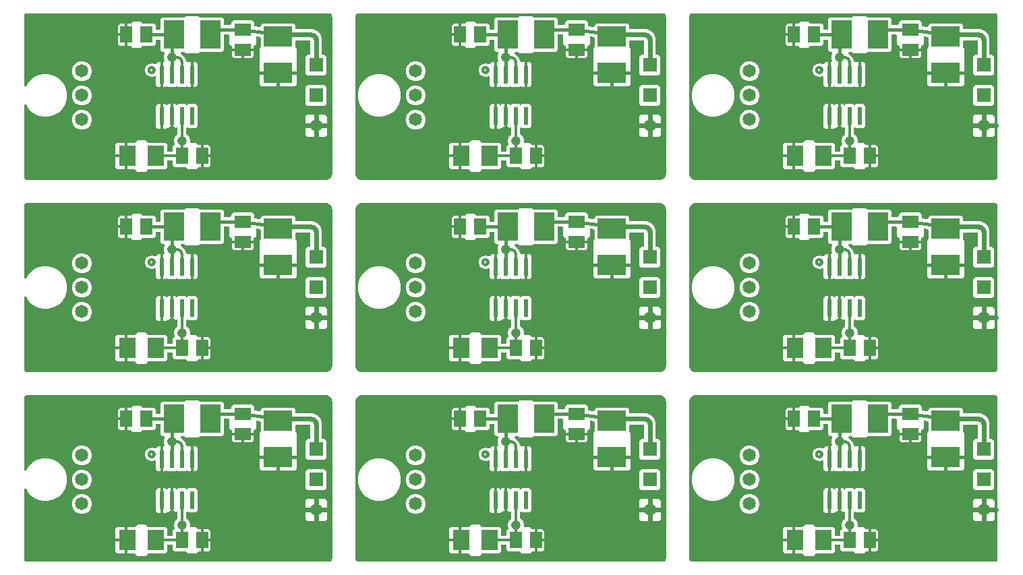
<source format=gbl>
G04 EAGLE Gerber RS-274X export*
G75*
%MOMM*%
%FSLAX34Y34*%
%LPD*%
%INBottom Copper*%
%IPPOS*%
%AMOC8*
5,1,8,0,0,1.08239X$1,22.5*%
G01*
%ADD10C,0.304800*%
%ADD11C,1.650000*%
%ADD12R,0.600000X2.200000*%
%ADD13R,1.524000X2.032000*%
%ADD14R,2.032000X2.540000*%
%ADD15R,3.556000X2.540000*%
%ADD16R,2.540000X3.556000*%
%ADD17R,2.032000X1.524000*%
%ADD18R,1.778000X1.778000*%
%ADD19C,1.500000*%
%ADD20C,0.609600*%
%ADD21C,0.406400*%
%ADD22C,1.206400*%

G36*
X809645Y249558D02*
X809645Y249558D01*
X809749Y249562D01*
X810988Y249684D01*
X811031Y249694D01*
X811076Y249696D01*
X811232Y249732D01*
X812424Y250094D01*
X812464Y250112D01*
X812507Y250122D01*
X812653Y250189D01*
X813751Y250776D01*
X813787Y250801D01*
X813827Y250820D01*
X813958Y250914D01*
X814920Y251704D01*
X814951Y251736D01*
X814986Y251762D01*
X815096Y251880D01*
X815886Y252842D01*
X815910Y252879D01*
X815940Y252912D01*
X816024Y253049D01*
X816611Y254147D01*
X816627Y254188D01*
X816650Y254226D01*
X816706Y254377D01*
X817068Y255568D01*
X817075Y255611D01*
X817090Y255653D01*
X817116Y255812D01*
X817238Y257051D01*
X817238Y257070D01*
X817238Y257072D01*
X817241Y257091D01*
X817240Y257110D01*
X817244Y257175D01*
X817244Y454025D01*
X817242Y454045D01*
X817238Y454149D01*
X817116Y455388D01*
X817106Y455431D01*
X817104Y455476D01*
X817068Y455632D01*
X816706Y456824D01*
X816688Y456864D01*
X816678Y456907D01*
X816646Y456976D01*
X816644Y456983D01*
X816641Y456988D01*
X816611Y457053D01*
X816024Y458151D01*
X815999Y458187D01*
X815980Y458227D01*
X815886Y458358D01*
X815096Y459320D01*
X815064Y459351D01*
X815038Y459386D01*
X814920Y459496D01*
X813958Y460286D01*
X813921Y460310D01*
X813888Y460340D01*
X813751Y460424D01*
X812653Y461011D01*
X812612Y461027D01*
X812574Y461050D01*
X812424Y461106D01*
X811232Y461468D01*
X811189Y461475D01*
X811147Y461490D01*
X811041Y461508D01*
X811030Y461510D01*
X811020Y461511D01*
X810988Y461516D01*
X809749Y461638D01*
X809730Y461638D01*
X809625Y461644D01*
X434975Y461644D01*
X434955Y461642D01*
X434851Y461638D01*
X433612Y461516D01*
X433569Y461506D01*
X433524Y461504D01*
X433433Y461483D01*
X433415Y461481D01*
X433403Y461476D01*
X433368Y461468D01*
X432177Y461106D01*
X432136Y461088D01*
X432093Y461078D01*
X431947Y461011D01*
X430849Y460424D01*
X430813Y460399D01*
X430773Y460380D01*
X430642Y460286D01*
X429680Y459496D01*
X429649Y459464D01*
X429614Y459438D01*
X429504Y459320D01*
X428714Y458358D01*
X428691Y458321D01*
X428661Y458288D01*
X428576Y458151D01*
X427989Y457053D01*
X427973Y457012D01*
X427950Y456974D01*
X427901Y456843D01*
X427898Y456836D01*
X427897Y456833D01*
X427894Y456824D01*
X427532Y455632D01*
X427525Y455589D01*
X427510Y455547D01*
X427484Y455388D01*
X427362Y454149D01*
X427362Y454130D01*
X427356Y454025D01*
X427356Y257175D01*
X427358Y257155D01*
X427362Y257051D01*
X427484Y255812D01*
X427494Y255769D01*
X427496Y255724D01*
X427532Y255568D01*
X427894Y254377D01*
X427912Y254336D01*
X427922Y254293D01*
X427989Y254147D01*
X428576Y253049D01*
X428601Y253013D01*
X428620Y252973D01*
X428714Y252842D01*
X429504Y251880D01*
X429536Y251849D01*
X429562Y251814D01*
X429680Y251704D01*
X430642Y250914D01*
X430679Y250891D01*
X430712Y250861D01*
X430849Y250776D01*
X431947Y250189D01*
X431988Y250173D01*
X432026Y250150D01*
X432177Y250094D01*
X433368Y249732D01*
X433411Y249725D01*
X433453Y249710D01*
X433612Y249684D01*
X434851Y249562D01*
X434870Y249562D01*
X434975Y249556D01*
X809625Y249556D01*
X809645Y249558D01*
G37*
G36*
X1228745Y249558D02*
X1228745Y249558D01*
X1228849Y249562D01*
X1230088Y249684D01*
X1230131Y249694D01*
X1230176Y249696D01*
X1230332Y249732D01*
X1231524Y250094D01*
X1231564Y250112D01*
X1231607Y250122D01*
X1231753Y250189D01*
X1232244Y250451D01*
X1232347Y250524D01*
X1232454Y250592D01*
X1232477Y250616D01*
X1232504Y250635D01*
X1232585Y250732D01*
X1232672Y250824D01*
X1232688Y250853D01*
X1232709Y250878D01*
X1232765Y250992D01*
X1232826Y251102D01*
X1232834Y251134D01*
X1232848Y251164D01*
X1232874Y251288D01*
X1232905Y251410D01*
X1232908Y251458D01*
X1232912Y251476D01*
X1232911Y251497D01*
X1232915Y251571D01*
X1232915Y459629D01*
X1232899Y459755D01*
X1232890Y459881D01*
X1232880Y459912D01*
X1232875Y459945D01*
X1232829Y460062D01*
X1232789Y460182D01*
X1232771Y460210D01*
X1232758Y460240D01*
X1232684Y460343D01*
X1232615Y460449D01*
X1232591Y460471D01*
X1232572Y460498D01*
X1232474Y460578D01*
X1232381Y460664D01*
X1232341Y460689D01*
X1232327Y460701D01*
X1232307Y460710D01*
X1232244Y460749D01*
X1231753Y461011D01*
X1231712Y461027D01*
X1231674Y461050D01*
X1231524Y461106D01*
X1230332Y461468D01*
X1230289Y461475D01*
X1230247Y461490D01*
X1230141Y461508D01*
X1230130Y461510D01*
X1230120Y461511D01*
X1230088Y461516D01*
X1228849Y461638D01*
X1228830Y461638D01*
X1228725Y461644D01*
X854075Y461644D01*
X854055Y461642D01*
X853951Y461638D01*
X852712Y461516D01*
X852669Y461506D01*
X852624Y461504D01*
X852533Y461483D01*
X852515Y461481D01*
X852503Y461476D01*
X852468Y461468D01*
X851277Y461106D01*
X851236Y461088D01*
X851193Y461078D01*
X851047Y461011D01*
X849949Y460424D01*
X849913Y460399D01*
X849873Y460380D01*
X849742Y460286D01*
X848780Y459496D01*
X848749Y459464D01*
X848714Y459438D01*
X848604Y459320D01*
X847814Y458358D01*
X847791Y458321D01*
X847761Y458288D01*
X847676Y458151D01*
X847089Y457053D01*
X847073Y457012D01*
X847050Y456974D01*
X847001Y456843D01*
X846998Y456836D01*
X846997Y456833D01*
X846994Y456824D01*
X846632Y455632D01*
X846625Y455589D01*
X846610Y455547D01*
X846584Y455388D01*
X846462Y454149D01*
X846462Y454130D01*
X846456Y454025D01*
X846456Y257175D01*
X846458Y257155D01*
X846462Y257051D01*
X846584Y255812D01*
X846594Y255769D01*
X846596Y255724D01*
X846632Y255568D01*
X846994Y254377D01*
X847012Y254336D01*
X847022Y254293D01*
X847089Y254147D01*
X847676Y253049D01*
X847701Y253013D01*
X847720Y252973D01*
X847814Y252842D01*
X848604Y251880D01*
X848636Y251849D01*
X848662Y251814D01*
X848780Y251704D01*
X849742Y250914D01*
X849779Y250891D01*
X849812Y250861D01*
X849949Y250776D01*
X851047Y250189D01*
X851088Y250173D01*
X851126Y250150D01*
X851277Y250094D01*
X852468Y249732D01*
X852511Y249725D01*
X852553Y249710D01*
X852712Y249684D01*
X853951Y249562D01*
X853970Y249562D01*
X854075Y249556D01*
X1228725Y249556D01*
X1228745Y249558D01*
G37*
G36*
X815355Y11701D02*
X815355Y11701D01*
X815481Y11710D01*
X815512Y11720D01*
X815545Y11725D01*
X815662Y11771D01*
X815782Y11811D01*
X815810Y11829D01*
X815840Y11842D01*
X815943Y11916D01*
X816049Y11985D01*
X816071Y12009D01*
X816098Y12028D01*
X816179Y12126D01*
X816264Y12219D01*
X816289Y12259D01*
X816301Y12273D01*
X816310Y12293D01*
X816349Y12356D01*
X816611Y12847D01*
X816627Y12888D01*
X816650Y12926D01*
X816706Y13077D01*
X817068Y14268D01*
X817075Y14311D01*
X817090Y14353D01*
X817116Y14512D01*
X817238Y15751D01*
X817238Y15770D01*
X817244Y15875D01*
X817244Y212725D01*
X817242Y212745D01*
X817238Y212849D01*
X817116Y214088D01*
X817106Y214131D01*
X817104Y214176D01*
X817068Y214332D01*
X816706Y215524D01*
X816688Y215564D01*
X816678Y215607D01*
X816611Y215753D01*
X816024Y216851D01*
X815999Y216887D01*
X815980Y216927D01*
X815886Y217058D01*
X815096Y218020D01*
X815064Y218051D01*
X815038Y218086D01*
X814920Y218196D01*
X813958Y218986D01*
X813921Y219010D01*
X813888Y219040D01*
X813751Y219124D01*
X812653Y219711D01*
X812612Y219727D01*
X812574Y219750D01*
X812424Y219806D01*
X811232Y220168D01*
X811189Y220175D01*
X811147Y220190D01*
X810988Y220216D01*
X809749Y220338D01*
X809730Y220338D01*
X809625Y220344D01*
X434975Y220344D01*
X434955Y220342D01*
X434851Y220338D01*
X433612Y220216D01*
X433569Y220206D01*
X433524Y220204D01*
X433368Y220168D01*
X432177Y219806D01*
X432136Y219788D01*
X432093Y219778D01*
X431947Y219711D01*
X430849Y219124D01*
X430813Y219099D01*
X430773Y219080D01*
X430642Y218986D01*
X429680Y218196D01*
X429649Y218164D01*
X429614Y218138D01*
X429504Y218020D01*
X428714Y217058D01*
X428691Y217021D01*
X428661Y216988D01*
X428576Y216851D01*
X427989Y215753D01*
X427973Y215712D01*
X427950Y215674D01*
X427894Y215524D01*
X427532Y214332D01*
X427525Y214289D01*
X427510Y214247D01*
X427484Y214088D01*
X427362Y212849D01*
X427362Y212830D01*
X427356Y212725D01*
X427356Y15875D01*
X427358Y15855D01*
X427362Y15751D01*
X427484Y14512D01*
X427494Y14469D01*
X427496Y14424D01*
X427532Y14268D01*
X427894Y13077D01*
X427912Y13036D01*
X427922Y12993D01*
X427989Y12847D01*
X428251Y12356D01*
X428324Y12253D01*
X428392Y12146D01*
X428416Y12123D01*
X428435Y12096D01*
X428532Y12015D01*
X428624Y11928D01*
X428653Y11912D01*
X428678Y11891D01*
X428792Y11835D01*
X428902Y11774D01*
X428934Y11766D01*
X428964Y11752D01*
X429088Y11726D01*
X429210Y11695D01*
X429258Y11692D01*
X429276Y11688D01*
X429297Y11689D01*
X429371Y11685D01*
X815229Y11685D01*
X815355Y11701D01*
G37*
G36*
X809645Y490858D02*
X809645Y490858D01*
X809749Y490862D01*
X810988Y490984D01*
X811031Y490994D01*
X811076Y490996D01*
X811232Y491032D01*
X812424Y491394D01*
X812464Y491412D01*
X812507Y491422D01*
X812653Y491489D01*
X813751Y492076D01*
X813787Y492101D01*
X813827Y492120D01*
X813958Y492214D01*
X814920Y493004D01*
X814951Y493036D01*
X814986Y493062D01*
X815096Y493180D01*
X815886Y494142D01*
X815910Y494179D01*
X815940Y494212D01*
X816024Y494349D01*
X816611Y495447D01*
X816627Y495488D01*
X816650Y495526D01*
X816706Y495677D01*
X817068Y496868D01*
X817075Y496911D01*
X817090Y496953D01*
X817116Y497112D01*
X817238Y498351D01*
X817238Y498370D01*
X817238Y498372D01*
X817241Y498391D01*
X817240Y498410D01*
X817244Y498475D01*
X817244Y695325D01*
X817242Y695345D01*
X817238Y695449D01*
X817116Y696688D01*
X817106Y696731D01*
X817104Y696776D01*
X817068Y696932D01*
X816706Y698124D01*
X816688Y698164D01*
X816678Y698207D01*
X816646Y698276D01*
X816644Y698283D01*
X816641Y698288D01*
X816611Y698353D01*
X816349Y698844D01*
X816275Y698947D01*
X816208Y699054D01*
X816184Y699077D01*
X816165Y699104D01*
X816068Y699185D01*
X815976Y699272D01*
X815947Y699288D01*
X815922Y699309D01*
X815808Y699365D01*
X815698Y699426D01*
X815666Y699434D01*
X815636Y699448D01*
X815512Y699474D01*
X815390Y699505D01*
X815342Y699508D01*
X815324Y699512D01*
X815303Y699511D01*
X815229Y699515D01*
X429371Y699515D01*
X429246Y699499D01*
X429119Y699490D01*
X429088Y699480D01*
X429055Y699475D01*
X428938Y699429D01*
X428818Y699389D01*
X428790Y699371D01*
X428760Y699358D01*
X428657Y699284D01*
X428551Y699215D01*
X428529Y699191D01*
X428502Y699172D01*
X428422Y699074D01*
X428336Y698981D01*
X428311Y698940D01*
X428299Y698927D01*
X428290Y698907D01*
X428251Y698844D01*
X427989Y698353D01*
X427973Y698312D01*
X427950Y698274D01*
X427901Y698143D01*
X427898Y698136D01*
X427897Y698133D01*
X427894Y698124D01*
X427532Y696932D01*
X427525Y696889D01*
X427510Y696847D01*
X427484Y696688D01*
X427362Y695449D01*
X427362Y695430D01*
X427356Y695325D01*
X427356Y498475D01*
X427358Y498455D01*
X427362Y498351D01*
X427484Y497112D01*
X427494Y497069D01*
X427496Y497024D01*
X427532Y496868D01*
X427894Y495677D01*
X427912Y495636D01*
X427922Y495593D01*
X427989Y495447D01*
X428576Y494349D01*
X428601Y494313D01*
X428620Y494273D01*
X428714Y494142D01*
X429504Y493180D01*
X429536Y493149D01*
X429562Y493114D01*
X429680Y493004D01*
X430642Y492214D01*
X430679Y492191D01*
X430712Y492161D01*
X430849Y492076D01*
X431947Y491489D01*
X431988Y491473D01*
X432026Y491450D01*
X432177Y491394D01*
X433368Y491032D01*
X433411Y491025D01*
X433453Y491010D01*
X433612Y490984D01*
X434851Y490862D01*
X434870Y490862D01*
X434975Y490856D01*
X809625Y490856D01*
X809645Y490858D01*
G37*
G36*
X1231764Y11700D02*
X1231764Y11700D01*
X1231883Y11707D01*
X1231921Y11720D01*
X1231962Y11725D01*
X1232072Y11768D01*
X1232185Y11805D01*
X1232220Y11827D01*
X1232257Y11842D01*
X1232353Y11911D01*
X1232454Y11975D01*
X1232482Y12005D01*
X1232515Y12028D01*
X1232591Y12120D01*
X1232672Y12207D01*
X1232692Y12242D01*
X1232717Y12273D01*
X1232768Y12381D01*
X1232826Y12485D01*
X1232836Y12525D01*
X1232853Y12561D01*
X1232875Y12678D01*
X1232905Y12793D01*
X1232909Y12853D01*
X1232913Y12873D01*
X1232911Y12894D01*
X1232915Y12954D01*
X1232915Y218329D01*
X1232899Y218455D01*
X1232890Y218581D01*
X1232880Y218612D01*
X1232875Y218645D01*
X1232829Y218762D01*
X1232789Y218882D01*
X1232771Y218910D01*
X1232758Y218940D01*
X1232684Y219043D01*
X1232615Y219149D01*
X1232591Y219171D01*
X1232572Y219198D01*
X1232474Y219278D01*
X1232381Y219364D01*
X1232341Y219389D01*
X1232327Y219401D01*
X1232307Y219410D01*
X1232244Y219449D01*
X1231753Y219711D01*
X1231712Y219727D01*
X1231674Y219750D01*
X1231524Y219806D01*
X1230332Y220168D01*
X1230289Y220175D01*
X1230247Y220190D01*
X1230088Y220216D01*
X1228849Y220338D01*
X1228830Y220338D01*
X1228725Y220344D01*
X854075Y220344D01*
X854055Y220342D01*
X853951Y220338D01*
X852712Y220216D01*
X852669Y220206D01*
X852624Y220204D01*
X852468Y220168D01*
X851277Y219806D01*
X851236Y219788D01*
X851193Y219778D01*
X851047Y219711D01*
X849949Y219124D01*
X849913Y219099D01*
X849873Y219080D01*
X849742Y218986D01*
X848780Y218196D01*
X848749Y218164D01*
X848714Y218138D01*
X848604Y218020D01*
X847814Y217058D01*
X847791Y217021D01*
X847761Y216988D01*
X847676Y216851D01*
X847089Y215753D01*
X847073Y215712D01*
X847050Y215674D01*
X846994Y215524D01*
X846632Y214332D01*
X846625Y214289D01*
X846610Y214247D01*
X846584Y214088D01*
X846462Y212849D01*
X846462Y212830D01*
X846456Y212725D01*
X846456Y15875D01*
X846458Y15855D01*
X846462Y15751D01*
X846584Y14512D01*
X846594Y14469D01*
X846596Y14424D01*
X846632Y14268D01*
X846994Y13077D01*
X847012Y13036D01*
X847022Y12993D01*
X847089Y12847D01*
X847351Y12356D01*
X847424Y12253D01*
X847492Y12146D01*
X847516Y12123D01*
X847535Y12096D01*
X847632Y12015D01*
X847724Y11928D01*
X847753Y11912D01*
X847778Y11891D01*
X847892Y11835D01*
X848002Y11774D01*
X848034Y11766D01*
X848064Y11752D01*
X848188Y11726D01*
X848310Y11695D01*
X848358Y11692D01*
X848376Y11688D01*
X848397Y11689D01*
X848471Y11685D01*
X1231646Y11685D01*
X1231764Y11700D01*
G37*
G36*
X1228745Y490858D02*
X1228745Y490858D01*
X1228849Y490862D01*
X1230088Y490984D01*
X1230131Y490994D01*
X1230176Y490996D01*
X1230332Y491032D01*
X1231524Y491394D01*
X1231564Y491412D01*
X1231607Y491422D01*
X1231753Y491489D01*
X1232244Y491751D01*
X1232347Y491824D01*
X1232454Y491892D01*
X1232477Y491916D01*
X1232504Y491935D01*
X1232585Y492032D01*
X1232672Y492124D01*
X1232688Y492153D01*
X1232709Y492178D01*
X1232765Y492292D01*
X1232826Y492402D01*
X1232834Y492434D01*
X1232848Y492464D01*
X1232874Y492588D01*
X1232905Y492710D01*
X1232908Y492758D01*
X1232912Y492776D01*
X1232911Y492797D01*
X1232915Y492871D01*
X1232915Y698246D01*
X1232900Y698364D01*
X1232893Y698483D01*
X1232880Y698521D01*
X1232875Y698562D01*
X1232832Y698672D01*
X1232795Y698785D01*
X1232773Y698820D01*
X1232758Y698857D01*
X1232689Y698953D01*
X1232625Y699054D01*
X1232595Y699082D01*
X1232572Y699115D01*
X1232480Y699191D01*
X1232393Y699272D01*
X1232358Y699292D01*
X1232327Y699317D01*
X1232219Y699368D01*
X1232115Y699426D01*
X1232075Y699436D01*
X1232039Y699453D01*
X1231922Y699475D01*
X1231807Y699505D01*
X1231747Y699509D01*
X1231727Y699513D01*
X1231706Y699511D01*
X1231646Y699515D01*
X848471Y699515D01*
X848346Y699499D01*
X848219Y699490D01*
X848188Y699480D01*
X848155Y699475D01*
X848038Y699429D01*
X847918Y699389D01*
X847890Y699371D01*
X847860Y699358D01*
X847757Y699284D01*
X847651Y699215D01*
X847629Y699191D01*
X847602Y699172D01*
X847522Y699074D01*
X847436Y698981D01*
X847411Y698940D01*
X847399Y698927D01*
X847390Y698907D01*
X847351Y698844D01*
X847089Y698353D01*
X847073Y698312D01*
X847050Y698274D01*
X847001Y698143D01*
X846998Y698136D01*
X846997Y698133D01*
X846994Y698124D01*
X846632Y696932D01*
X846625Y696889D01*
X846610Y696847D01*
X846584Y696688D01*
X846462Y695449D01*
X846462Y695430D01*
X846456Y695325D01*
X846456Y498475D01*
X846458Y498455D01*
X846462Y498351D01*
X846584Y497112D01*
X846594Y497069D01*
X846596Y497024D01*
X846632Y496868D01*
X846994Y495677D01*
X847012Y495636D01*
X847022Y495593D01*
X847089Y495447D01*
X847676Y494349D01*
X847701Y494313D01*
X847720Y494273D01*
X847814Y494142D01*
X848604Y493180D01*
X848636Y493149D01*
X848662Y493114D01*
X848780Y493004D01*
X849742Y492214D01*
X849779Y492191D01*
X849812Y492161D01*
X849949Y492076D01*
X851047Y491489D01*
X851088Y491473D01*
X851126Y491450D01*
X851277Y491394D01*
X852468Y491032D01*
X852511Y491025D01*
X852553Y491010D01*
X852712Y490984D01*
X853951Y490862D01*
X853970Y490862D01*
X854075Y490856D01*
X1228725Y490856D01*
X1228745Y490858D01*
G37*
G36*
X390545Y249558D02*
X390545Y249558D01*
X390649Y249562D01*
X391888Y249684D01*
X391931Y249694D01*
X391976Y249696D01*
X392132Y249732D01*
X393324Y250094D01*
X393364Y250112D01*
X393407Y250122D01*
X393553Y250189D01*
X394651Y250776D01*
X394687Y250801D01*
X394727Y250820D01*
X394858Y250914D01*
X395820Y251704D01*
X395851Y251736D01*
X395886Y251762D01*
X395996Y251880D01*
X396786Y252842D01*
X396810Y252879D01*
X396840Y252912D01*
X396924Y253049D01*
X397511Y254147D01*
X397527Y254188D01*
X397550Y254226D01*
X397606Y254377D01*
X397968Y255568D01*
X397975Y255611D01*
X397990Y255653D01*
X398016Y255812D01*
X398138Y257051D01*
X398138Y257070D01*
X398138Y257072D01*
X398141Y257091D01*
X398140Y257110D01*
X398144Y257175D01*
X398144Y454025D01*
X398142Y454045D01*
X398138Y454149D01*
X398016Y455388D01*
X398006Y455431D01*
X398004Y455476D01*
X397968Y455632D01*
X397606Y456824D01*
X397588Y456864D01*
X397578Y456907D01*
X397546Y456976D01*
X397544Y456983D01*
X397541Y456988D01*
X397511Y457053D01*
X396924Y458151D01*
X396899Y458187D01*
X396880Y458227D01*
X396786Y458358D01*
X395996Y459320D01*
X395964Y459351D01*
X395938Y459386D01*
X395820Y459496D01*
X394858Y460286D01*
X394821Y460310D01*
X394788Y460340D01*
X394651Y460424D01*
X393553Y461011D01*
X393512Y461027D01*
X393474Y461050D01*
X393324Y461106D01*
X392132Y461468D01*
X392089Y461475D01*
X392047Y461490D01*
X391941Y461508D01*
X391930Y461510D01*
X391920Y461511D01*
X391888Y461516D01*
X390649Y461638D01*
X390630Y461638D01*
X390525Y461644D01*
X15875Y461644D01*
X15855Y461642D01*
X15751Y461638D01*
X14512Y461516D01*
X14469Y461506D01*
X14424Y461504D01*
X14333Y461483D01*
X14315Y461481D01*
X14303Y461476D01*
X14268Y461468D01*
X13077Y461106D01*
X13036Y461088D01*
X12993Y461078D01*
X12847Y461011D01*
X12356Y460749D01*
X12253Y460676D01*
X12146Y460608D01*
X12123Y460584D01*
X12096Y460565D01*
X12014Y460468D01*
X11928Y460376D01*
X11912Y460347D01*
X11891Y460322D01*
X11835Y460208D01*
X11774Y460098D01*
X11766Y460066D01*
X11752Y460036D01*
X11726Y459912D01*
X11695Y459790D01*
X11692Y459742D01*
X11688Y459724D01*
X11689Y459703D01*
X11685Y459629D01*
X11685Y367926D01*
X11703Y367781D01*
X11718Y367636D01*
X11723Y367624D01*
X11725Y367610D01*
X11778Y367475D01*
X11829Y367338D01*
X11837Y367327D01*
X11842Y367315D01*
X11927Y367197D01*
X12010Y367077D01*
X12020Y367068D01*
X12028Y367057D01*
X12141Y366964D01*
X12251Y366869D01*
X12263Y366863D01*
X12273Y366854D01*
X12405Y366793D01*
X12536Y366727D01*
X12549Y366725D01*
X12561Y366719D01*
X12703Y366692D01*
X12847Y366661D01*
X12860Y366662D01*
X12873Y366659D01*
X13018Y366668D01*
X13164Y366674D01*
X13177Y366678D01*
X13191Y366679D01*
X13329Y366724D01*
X13469Y366766D01*
X13481Y366773D01*
X13493Y366777D01*
X13616Y366855D01*
X13741Y366930D01*
X13751Y366940D01*
X13762Y366947D01*
X13862Y367053D01*
X13964Y367157D01*
X13974Y367172D01*
X13980Y367179D01*
X13988Y367194D01*
X14053Y367291D01*
X16758Y371976D01*
X21724Y376942D01*
X27805Y380453D01*
X34589Y382271D01*
X41611Y382271D01*
X48395Y380453D01*
X54476Y376942D01*
X59442Y371976D01*
X62953Y365895D01*
X64771Y359111D01*
X64771Y352089D01*
X62953Y345305D01*
X59442Y339224D01*
X54476Y334258D01*
X48395Y330747D01*
X41611Y328929D01*
X34589Y328929D01*
X27805Y330747D01*
X21724Y334258D01*
X16758Y339224D01*
X14053Y343909D01*
X13965Y344025D01*
X13880Y344143D01*
X13869Y344151D01*
X13861Y344162D01*
X13747Y344252D01*
X13635Y344346D01*
X13622Y344351D01*
X13612Y344360D01*
X13478Y344419D01*
X13347Y344481D01*
X13334Y344484D01*
X13321Y344489D01*
X13177Y344514D01*
X13034Y344541D01*
X13021Y344540D01*
X13008Y344542D01*
X12862Y344530D01*
X12717Y344521D01*
X12704Y344517D01*
X12691Y344516D01*
X12553Y344468D01*
X12415Y344423D01*
X12403Y344416D01*
X12390Y344411D01*
X12269Y344331D01*
X12146Y344253D01*
X12137Y344243D01*
X12125Y344236D01*
X12028Y344127D01*
X11928Y344021D01*
X11921Y344009D01*
X11912Y343999D01*
X11845Y343871D01*
X11774Y343743D01*
X11771Y343730D01*
X11765Y343718D01*
X11731Y343575D01*
X11695Y343435D01*
X11694Y343417D01*
X11692Y343408D01*
X11692Y343391D01*
X11685Y343274D01*
X11685Y251571D01*
X11701Y251445D01*
X11710Y251319D01*
X11720Y251288D01*
X11725Y251255D01*
X11771Y251138D01*
X11811Y251018D01*
X11829Y250990D01*
X11842Y250960D01*
X11916Y250857D01*
X11985Y250751D01*
X12009Y250729D01*
X12028Y250702D01*
X12126Y250622D01*
X12219Y250536D01*
X12260Y250511D01*
X12273Y250499D01*
X12293Y250490D01*
X12356Y250451D01*
X12847Y250189D01*
X12888Y250173D01*
X12926Y250150D01*
X13077Y250094D01*
X14268Y249732D01*
X14311Y249725D01*
X14353Y249710D01*
X14512Y249684D01*
X15751Y249562D01*
X15770Y249562D01*
X15875Y249556D01*
X390525Y249556D01*
X390545Y249558D01*
G37*
G36*
X396255Y11701D02*
X396255Y11701D01*
X396381Y11710D01*
X396412Y11720D01*
X396445Y11725D01*
X396562Y11771D01*
X396682Y11811D01*
X396710Y11829D01*
X396740Y11842D01*
X396843Y11916D01*
X396949Y11985D01*
X396971Y12009D01*
X396998Y12028D01*
X397079Y12126D01*
X397164Y12219D01*
X397189Y12259D01*
X397201Y12273D01*
X397210Y12293D01*
X397249Y12356D01*
X397511Y12847D01*
X397527Y12888D01*
X397550Y12926D01*
X397606Y13077D01*
X397968Y14268D01*
X397975Y14311D01*
X397990Y14353D01*
X398016Y14512D01*
X398138Y15751D01*
X398138Y15770D01*
X398144Y15875D01*
X398144Y212725D01*
X398142Y212745D01*
X398138Y212849D01*
X398016Y214088D01*
X398006Y214131D01*
X398004Y214176D01*
X397968Y214332D01*
X397606Y215524D01*
X397588Y215564D01*
X397578Y215607D01*
X397511Y215753D01*
X396924Y216851D01*
X396899Y216887D01*
X396880Y216927D01*
X396786Y217058D01*
X395996Y218020D01*
X395964Y218051D01*
X395938Y218086D01*
X395820Y218196D01*
X394858Y218986D01*
X394821Y219010D01*
X394788Y219040D01*
X394651Y219124D01*
X393553Y219711D01*
X393512Y219727D01*
X393474Y219750D01*
X393324Y219806D01*
X392132Y220168D01*
X392089Y220175D01*
X392047Y220190D01*
X391888Y220216D01*
X390649Y220338D01*
X390630Y220338D01*
X390525Y220344D01*
X15875Y220344D01*
X15855Y220342D01*
X15751Y220338D01*
X14512Y220216D01*
X14469Y220206D01*
X14424Y220204D01*
X14268Y220168D01*
X13077Y219806D01*
X13036Y219788D01*
X12993Y219778D01*
X12847Y219711D01*
X12356Y219449D01*
X12253Y219376D01*
X12146Y219308D01*
X12123Y219284D01*
X12096Y219265D01*
X12014Y219168D01*
X11928Y219076D01*
X11912Y219047D01*
X11891Y219022D01*
X11835Y218908D01*
X11774Y218798D01*
X11766Y218766D01*
X11752Y218736D01*
X11726Y218612D01*
X11695Y218490D01*
X11692Y218442D01*
X11688Y218424D01*
X11689Y218403D01*
X11685Y218329D01*
X11685Y126626D01*
X11703Y126481D01*
X11718Y126336D01*
X11723Y126324D01*
X11725Y126310D01*
X11778Y126175D01*
X11829Y126038D01*
X11837Y126027D01*
X11842Y126015D01*
X11927Y125897D01*
X12010Y125777D01*
X12020Y125768D01*
X12028Y125757D01*
X12141Y125664D01*
X12251Y125569D01*
X12263Y125563D01*
X12273Y125554D01*
X12405Y125493D01*
X12536Y125427D01*
X12549Y125425D01*
X12561Y125419D01*
X12703Y125392D01*
X12847Y125361D01*
X12860Y125362D01*
X12873Y125359D01*
X13018Y125368D01*
X13164Y125374D01*
X13177Y125378D01*
X13191Y125379D01*
X13329Y125424D01*
X13469Y125466D01*
X13481Y125473D01*
X13493Y125477D01*
X13616Y125555D01*
X13741Y125630D01*
X13751Y125640D01*
X13762Y125647D01*
X13862Y125753D01*
X13964Y125857D01*
X13974Y125872D01*
X13980Y125879D01*
X13988Y125894D01*
X14053Y125991D01*
X16758Y130676D01*
X21724Y135642D01*
X27805Y139153D01*
X34589Y140971D01*
X41611Y140971D01*
X48395Y139153D01*
X54476Y135642D01*
X59442Y130676D01*
X62953Y124595D01*
X64771Y117811D01*
X64771Y110789D01*
X62953Y104005D01*
X59442Y97924D01*
X54476Y92958D01*
X48395Y89447D01*
X41611Y87629D01*
X34589Y87629D01*
X27805Y89447D01*
X21724Y92958D01*
X16758Y97924D01*
X14053Y102609D01*
X13965Y102725D01*
X13880Y102843D01*
X13869Y102851D01*
X13861Y102862D01*
X13747Y102952D01*
X13635Y103046D01*
X13622Y103051D01*
X13612Y103060D01*
X13478Y103119D01*
X13347Y103181D01*
X13334Y103184D01*
X13321Y103189D01*
X13177Y103214D01*
X13034Y103241D01*
X13021Y103240D01*
X13008Y103242D01*
X12862Y103230D01*
X12717Y103221D01*
X12704Y103217D01*
X12691Y103216D01*
X12553Y103168D01*
X12415Y103123D01*
X12403Y103116D01*
X12390Y103111D01*
X12269Y103031D01*
X12146Y102953D01*
X12137Y102943D01*
X12125Y102936D01*
X12028Y102827D01*
X11928Y102721D01*
X11921Y102709D01*
X11912Y102699D01*
X11845Y102571D01*
X11774Y102443D01*
X11771Y102430D01*
X11765Y102418D01*
X11731Y102275D01*
X11695Y102135D01*
X11694Y102117D01*
X11692Y102108D01*
X11692Y102091D01*
X11685Y101974D01*
X11685Y12954D01*
X11700Y12836D01*
X11707Y12717D01*
X11720Y12679D01*
X11725Y12638D01*
X11768Y12528D01*
X11805Y12415D01*
X11827Y12380D01*
X11842Y12343D01*
X11911Y12247D01*
X11975Y12146D01*
X12005Y12118D01*
X12028Y12085D01*
X12120Y12009D01*
X12207Y11928D01*
X12242Y11908D01*
X12273Y11883D01*
X12381Y11832D01*
X12485Y11774D01*
X12525Y11764D01*
X12561Y11747D01*
X12678Y11725D01*
X12793Y11695D01*
X12853Y11691D01*
X12873Y11687D01*
X12894Y11689D01*
X12954Y11685D01*
X396129Y11685D01*
X396255Y11701D01*
G37*
G36*
X390545Y490858D02*
X390545Y490858D01*
X390649Y490862D01*
X391888Y490984D01*
X391931Y490994D01*
X391976Y490996D01*
X392132Y491032D01*
X393324Y491394D01*
X393364Y491412D01*
X393407Y491422D01*
X393553Y491489D01*
X394651Y492076D01*
X394687Y492101D01*
X394727Y492120D01*
X394858Y492214D01*
X395820Y493004D01*
X395851Y493036D01*
X395886Y493062D01*
X395996Y493180D01*
X396786Y494142D01*
X396810Y494179D01*
X396840Y494212D01*
X396924Y494349D01*
X397511Y495447D01*
X397527Y495488D01*
X397550Y495526D01*
X397606Y495677D01*
X397968Y496868D01*
X397975Y496911D01*
X397990Y496953D01*
X398016Y497112D01*
X398138Y498351D01*
X398138Y498370D01*
X398138Y498372D01*
X398141Y498391D01*
X398140Y498410D01*
X398144Y498475D01*
X398144Y695325D01*
X398142Y695345D01*
X398138Y695449D01*
X398016Y696688D01*
X398006Y696731D01*
X398004Y696776D01*
X397968Y696932D01*
X397606Y698124D01*
X397588Y698164D01*
X397578Y698207D01*
X397546Y698276D01*
X397544Y698283D01*
X397541Y698288D01*
X397511Y698353D01*
X397249Y698844D01*
X397175Y698947D01*
X397108Y699054D01*
X397084Y699077D01*
X397065Y699104D01*
X396968Y699185D01*
X396876Y699272D01*
X396847Y699288D01*
X396822Y699309D01*
X396708Y699365D01*
X396598Y699426D01*
X396566Y699434D01*
X396536Y699448D01*
X396412Y699474D01*
X396290Y699505D01*
X396242Y699508D01*
X396224Y699512D01*
X396203Y699511D01*
X396129Y699515D01*
X12954Y699515D01*
X12836Y699500D01*
X12717Y699493D01*
X12679Y699480D01*
X12638Y699475D01*
X12528Y699432D01*
X12415Y699395D01*
X12380Y699373D01*
X12343Y699358D01*
X12247Y699289D01*
X12146Y699225D01*
X12118Y699195D01*
X12085Y699172D01*
X12009Y699080D01*
X11928Y698993D01*
X11908Y698958D01*
X11883Y698927D01*
X11832Y698819D01*
X11774Y698715D01*
X11764Y698675D01*
X11747Y698639D01*
X11725Y698522D01*
X11695Y698407D01*
X11691Y698347D01*
X11687Y698327D01*
X11689Y698306D01*
X11685Y698246D01*
X11685Y609226D01*
X11703Y609081D01*
X11718Y608936D01*
X11723Y608924D01*
X11725Y608910D01*
X11778Y608775D01*
X11829Y608638D01*
X11837Y608627D01*
X11842Y608615D01*
X11927Y608497D01*
X12010Y608377D01*
X12020Y608368D01*
X12028Y608357D01*
X12141Y608264D01*
X12251Y608169D01*
X12263Y608163D01*
X12273Y608154D01*
X12405Y608093D01*
X12536Y608027D01*
X12549Y608025D01*
X12561Y608019D01*
X12703Y607992D01*
X12847Y607961D01*
X12860Y607962D01*
X12873Y607959D01*
X13018Y607968D01*
X13164Y607974D01*
X13177Y607978D01*
X13191Y607979D01*
X13329Y608024D01*
X13469Y608066D01*
X13481Y608073D01*
X13493Y608077D01*
X13616Y608155D01*
X13741Y608230D01*
X13751Y608240D01*
X13762Y608247D01*
X13862Y608353D01*
X13964Y608457D01*
X13974Y608472D01*
X13980Y608479D01*
X13988Y608494D01*
X14053Y608591D01*
X16758Y613276D01*
X21724Y618242D01*
X27805Y621753D01*
X34589Y623571D01*
X41611Y623571D01*
X48395Y621753D01*
X54476Y618242D01*
X59442Y613276D01*
X62953Y607195D01*
X64771Y600411D01*
X64771Y593389D01*
X62953Y586605D01*
X59442Y580524D01*
X54476Y575558D01*
X48395Y572047D01*
X41611Y570229D01*
X34589Y570229D01*
X27805Y572047D01*
X21724Y575558D01*
X16758Y580524D01*
X14053Y585209D01*
X13965Y585325D01*
X13880Y585443D01*
X13869Y585451D01*
X13861Y585462D01*
X13747Y585552D01*
X13635Y585646D01*
X13622Y585651D01*
X13612Y585660D01*
X13478Y585719D01*
X13347Y585781D01*
X13334Y585784D01*
X13321Y585789D01*
X13177Y585814D01*
X13034Y585841D01*
X13021Y585840D01*
X13008Y585842D01*
X12862Y585830D01*
X12717Y585821D01*
X12704Y585817D01*
X12691Y585816D01*
X12553Y585768D01*
X12415Y585723D01*
X12403Y585716D01*
X12390Y585711D01*
X12269Y585631D01*
X12146Y585553D01*
X12137Y585543D01*
X12125Y585536D01*
X12028Y585427D01*
X11928Y585321D01*
X11921Y585309D01*
X11912Y585299D01*
X11845Y585171D01*
X11774Y585043D01*
X11771Y585030D01*
X11765Y585018D01*
X11731Y584875D01*
X11695Y584735D01*
X11694Y584717D01*
X11692Y584708D01*
X11692Y584691D01*
X11685Y584574D01*
X11685Y492871D01*
X11701Y492745D01*
X11710Y492619D01*
X11720Y492588D01*
X11725Y492555D01*
X11771Y492438D01*
X11811Y492318D01*
X11829Y492290D01*
X11842Y492260D01*
X11916Y492157D01*
X11985Y492051D01*
X12009Y492029D01*
X12028Y492002D01*
X12126Y491922D01*
X12219Y491836D01*
X12260Y491811D01*
X12273Y491799D01*
X12293Y491790D01*
X12356Y491751D01*
X12847Y491489D01*
X12888Y491473D01*
X12926Y491450D01*
X13077Y491394D01*
X14268Y491032D01*
X14311Y491025D01*
X14353Y491010D01*
X14512Y490984D01*
X15751Y490862D01*
X15770Y490862D01*
X15875Y490856D01*
X390525Y490856D01*
X390545Y490858D01*
G37*
%LPC*%
G36*
X598566Y607835D02*
X598566Y607835D01*
X596185Y610216D01*
X596185Y610391D01*
X596173Y610489D01*
X596170Y610588D01*
X596153Y610646D01*
X596145Y610706D01*
X596109Y610798D01*
X596081Y610893D01*
X596051Y610946D01*
X596028Y611002D01*
X596010Y611027D01*
X596010Y619981D01*
X596001Y620053D01*
X596002Y620125D01*
X595981Y620210D01*
X595970Y620297D01*
X595944Y620364D01*
X595927Y620434D01*
X595886Y620511D01*
X595853Y620592D01*
X595811Y620651D01*
X595777Y620715D01*
X595718Y620779D01*
X595667Y620850D01*
X595611Y620896D01*
X595562Y620949D01*
X595489Y620997D01*
X595422Y621052D01*
X595356Y621083D01*
X595296Y621123D01*
X595213Y621151D01*
X595134Y621188D01*
X595063Y621202D01*
X594994Y621225D01*
X594907Y621231D01*
X594822Y621248D01*
X594749Y621243D01*
X594677Y621249D01*
X594591Y621233D01*
X594504Y621228D01*
X594435Y621206D01*
X594364Y621193D01*
X594214Y621136D01*
X591790Y620029D01*
X586932Y620727D01*
X583223Y623941D01*
X581840Y628650D01*
X583223Y633359D01*
X586932Y636573D01*
X591790Y637271D01*
X594289Y636130D01*
X594339Y636114D01*
X594385Y636091D01*
X594490Y636067D01*
X594593Y636035D01*
X594645Y636033D01*
X594696Y636021D01*
X594803Y636024D01*
X594910Y636019D01*
X594961Y636029D01*
X595013Y636031D01*
X595117Y636061D01*
X595222Y636082D01*
X595269Y636105D01*
X595319Y636119D01*
X595411Y636174D01*
X595508Y636220D01*
X595548Y636254D01*
X595593Y636281D01*
X595714Y636387D01*
X598391Y639065D01*
X605384Y639065D01*
X605433Y639071D01*
X605482Y639069D01*
X605590Y639091D01*
X605699Y639105D01*
X605745Y639123D01*
X605794Y639133D01*
X605893Y639181D01*
X605995Y639222D01*
X606035Y639251D01*
X606080Y639273D01*
X606163Y639344D01*
X606252Y639408D01*
X606284Y639447D01*
X606322Y639479D01*
X606385Y639569D01*
X606455Y639653D01*
X606476Y639698D01*
X606505Y639739D01*
X606544Y639842D01*
X606590Y639941D01*
X606600Y639990D01*
X606617Y640036D01*
X606630Y640146D01*
X606650Y640253D01*
X606647Y640303D01*
X606653Y640352D01*
X606637Y640461D01*
X606630Y640571D01*
X606615Y640618D01*
X606608Y640667D01*
X606556Y640820D01*
X605853Y642517D01*
X605853Y646533D01*
X607082Y649500D01*
X607095Y649548D01*
X607116Y649593D01*
X607137Y649701D01*
X607166Y649807D01*
X607167Y649857D01*
X607176Y649906D01*
X607169Y650015D01*
X607171Y650125D01*
X607160Y650173D01*
X607157Y650223D01*
X607123Y650327D01*
X607097Y650434D01*
X607074Y650478D01*
X607058Y650525D01*
X607000Y650618D01*
X606948Y650715D01*
X606915Y650752D01*
X606888Y650794D01*
X606808Y650869D01*
X606734Y650951D01*
X606693Y650978D01*
X606657Y651012D01*
X606561Y651065D01*
X606469Y651125D01*
X606422Y651142D01*
X606378Y651166D01*
X606272Y651193D01*
X606168Y651229D01*
X606118Y651233D01*
X606070Y651245D01*
X605910Y651255D01*
X604106Y651255D01*
X601725Y653636D01*
X601725Y665734D01*
X601710Y665852D01*
X601703Y665971D01*
X601690Y666009D01*
X601685Y666050D01*
X601642Y666160D01*
X601605Y666273D01*
X601583Y666308D01*
X601568Y666345D01*
X601499Y666441D01*
X601435Y666542D01*
X601405Y666570D01*
X601382Y666603D01*
X601290Y666679D01*
X601203Y666760D01*
X601168Y666780D01*
X601137Y666805D01*
X601029Y666856D01*
X600925Y666914D01*
X600885Y666924D01*
X600849Y666941D01*
X600732Y666963D01*
X600617Y666993D01*
X600557Y666997D01*
X600537Y667001D01*
X600516Y666999D01*
X600456Y667003D01*
X597154Y667003D01*
X597036Y666988D01*
X596917Y666981D01*
X596879Y666968D01*
X596838Y666963D01*
X596728Y666920D01*
X596615Y666883D01*
X596580Y666861D01*
X596543Y666846D01*
X596447Y666777D01*
X596346Y666713D01*
X596318Y666683D01*
X596285Y666660D01*
X596209Y666568D01*
X596128Y666481D01*
X596108Y666446D01*
X596083Y666415D01*
X596032Y666307D01*
X595974Y666203D01*
X595964Y666163D01*
X595947Y666127D01*
X595925Y666010D01*
X595895Y665895D01*
X595891Y665835D01*
X595887Y665815D01*
X595889Y665794D01*
X595885Y665734D01*
X595885Y661256D01*
X593504Y658875D01*
X579424Y658875D01*
X579326Y658863D01*
X579227Y658860D01*
X579169Y658843D01*
X579109Y658835D01*
X579017Y658799D01*
X578922Y658771D01*
X578870Y658741D01*
X578813Y658718D01*
X578733Y658660D01*
X578648Y658610D01*
X578572Y658544D01*
X578556Y658532D01*
X578548Y658522D01*
X578527Y658504D01*
X576359Y656335D01*
X566641Y656335D01*
X564048Y658929D01*
X564034Y658948D01*
X563970Y659049D01*
X563940Y659077D01*
X563917Y659110D01*
X563825Y659186D01*
X563738Y659267D01*
X563703Y659287D01*
X563672Y659312D01*
X563564Y659363D01*
X563460Y659421D01*
X563420Y659431D01*
X563384Y659448D01*
X563267Y659470D01*
X563152Y659500D01*
X563092Y659504D01*
X563072Y659508D01*
X563051Y659506D01*
X562991Y659510D01*
X550766Y659510D01*
X548385Y661891D01*
X548385Y684309D01*
X550766Y686690D01*
X562991Y686690D01*
X563109Y686705D01*
X563228Y686712D01*
X563266Y686725D01*
X563307Y686730D01*
X563417Y686773D01*
X563530Y686810D01*
X563565Y686832D01*
X563602Y686847D01*
X563698Y686916D01*
X563799Y686980D01*
X563827Y687010D01*
X563860Y687033D01*
X563936Y687125D01*
X564017Y687212D01*
X564037Y687247D01*
X564062Y687278D01*
X564069Y687292D01*
X566641Y689865D01*
X576359Y689865D01*
X578527Y687696D01*
X578605Y687636D01*
X578677Y687568D01*
X578730Y687539D01*
X578778Y687502D01*
X578869Y687462D01*
X578956Y687414D01*
X579014Y687399D01*
X579070Y687375D01*
X579168Y687360D01*
X579264Y687335D01*
X579364Y687329D01*
X579384Y687325D01*
X579396Y687327D01*
X579424Y687325D01*
X593504Y687325D01*
X595885Y684944D01*
X595885Y680466D01*
X595900Y680348D01*
X595907Y680229D01*
X595920Y680191D01*
X595925Y680150D01*
X595968Y680040D01*
X596005Y679927D01*
X596027Y679892D01*
X596042Y679855D01*
X596111Y679759D01*
X596175Y679658D01*
X596205Y679630D01*
X596228Y679597D01*
X596320Y679521D01*
X596407Y679440D01*
X596442Y679420D01*
X596473Y679395D01*
X596581Y679344D01*
X596685Y679286D01*
X596725Y679276D01*
X596761Y679259D01*
X596878Y679237D01*
X596993Y679207D01*
X597053Y679203D01*
X597073Y679199D01*
X597094Y679201D01*
X597154Y679197D01*
X600456Y679197D01*
X600574Y679212D01*
X600693Y679219D01*
X600731Y679232D01*
X600772Y679237D01*
X600882Y679280D01*
X600995Y679317D01*
X601030Y679339D01*
X601067Y679354D01*
X601163Y679423D01*
X601264Y679487D01*
X601292Y679517D01*
X601325Y679540D01*
X601401Y679632D01*
X601482Y679719D01*
X601502Y679754D01*
X601527Y679785D01*
X601578Y679893D01*
X601636Y679997D01*
X601646Y680037D01*
X601663Y680073D01*
X601685Y680190D01*
X601715Y680305D01*
X601719Y680365D01*
X601723Y680385D01*
X601721Y680406D01*
X601725Y680466D01*
X601725Y692564D01*
X604106Y694945D01*
X631521Y694945D01*
X631619Y694957D01*
X631718Y694960D01*
X631776Y694977D01*
X631836Y694985D01*
X631928Y695021D01*
X632023Y695049D01*
X632076Y695079D01*
X632132Y695102D01*
X632212Y695160D01*
X632297Y695210D01*
X632372Y695276D01*
X632389Y695288D01*
X632397Y695298D01*
X632418Y695317D01*
X633316Y696215D01*
X649384Y696215D01*
X650282Y695317D01*
X650360Y695256D01*
X650432Y695188D01*
X650485Y695159D01*
X650533Y695122D01*
X650624Y695082D01*
X650711Y695034D01*
X650769Y695019D01*
X650825Y694995D01*
X650923Y694980D01*
X651019Y694955D01*
X651119Y694949D01*
X651139Y694945D01*
X651151Y694947D01*
X651179Y694945D01*
X678594Y694945D01*
X680975Y692564D01*
X680975Y686816D01*
X680990Y686698D01*
X680997Y686579D01*
X681010Y686541D01*
X681015Y686500D01*
X681058Y686390D01*
X681095Y686277D01*
X681117Y686242D01*
X681132Y686205D01*
X681201Y686109D01*
X681265Y686008D01*
X681295Y685980D01*
X681318Y685947D01*
X681410Y685871D01*
X681497Y685790D01*
X681532Y685770D01*
X681563Y685745D01*
X681671Y685694D01*
X681775Y685636D01*
X681815Y685626D01*
X681851Y685609D01*
X681968Y685587D01*
X682083Y685557D01*
X682143Y685553D01*
X682163Y685549D01*
X682184Y685551D01*
X682244Y685547D01*
X689356Y685547D01*
X689474Y685562D01*
X689593Y685569D01*
X689631Y685582D01*
X689672Y685587D01*
X689782Y685630D01*
X689895Y685667D01*
X689930Y685689D01*
X689967Y685704D01*
X690063Y685773D01*
X690164Y685837D01*
X690192Y685867D01*
X690225Y685890D01*
X690301Y685982D01*
X690382Y686069D01*
X690402Y686104D01*
X690427Y686135D01*
X690478Y686243D01*
X690536Y686347D01*
X690546Y686387D01*
X690563Y686423D01*
X690585Y686540D01*
X690615Y686655D01*
X690619Y686715D01*
X690623Y686735D01*
X690621Y686756D01*
X690625Y686816D01*
X690625Y688754D01*
X693006Y691135D01*
X716694Y691135D01*
X719075Y688754D01*
X719075Y684677D01*
X719078Y684648D01*
X719076Y684619D01*
X719098Y684491D01*
X719115Y684362D01*
X719125Y684335D01*
X719130Y684306D01*
X719184Y684187D01*
X719232Y684066D01*
X719249Y684042D01*
X719261Y684016D01*
X719342Y683914D01*
X719418Y683809D01*
X719441Y683790D01*
X719459Y683767D01*
X719563Y683689D01*
X719663Y683606D01*
X719690Y683593D01*
X719713Y683576D01*
X719833Y683526D01*
X719951Y683470D01*
X719980Y683465D01*
X720007Y683454D01*
X720164Y683421D01*
X726007Y682586D01*
X726057Y682585D01*
X726106Y682576D01*
X726215Y682583D01*
X726324Y682581D01*
X726373Y682593D01*
X726423Y682596D01*
X726527Y682630D01*
X726634Y682655D01*
X726678Y682679D01*
X726725Y682694D01*
X726818Y682752D01*
X726915Y682804D01*
X726952Y682837D01*
X726994Y682864D01*
X727069Y682944D01*
X727150Y683018D01*
X727178Y683059D01*
X727212Y683096D01*
X727265Y683192D01*
X727325Y683283D01*
X727341Y683330D01*
X727366Y683374D01*
X727393Y683480D01*
X727429Y683584D01*
X727433Y683634D01*
X727445Y683682D01*
X727455Y683843D01*
X727455Y684944D01*
X729836Y687325D01*
X768764Y687325D01*
X771145Y684944D01*
X771145Y681482D01*
X771160Y681364D01*
X771167Y681245D01*
X771180Y681207D01*
X771185Y681166D01*
X771228Y681056D01*
X771265Y680943D01*
X771287Y680908D01*
X771302Y680871D01*
X771371Y680775D01*
X771435Y680674D01*
X771465Y680646D01*
X771488Y680613D01*
X771580Y680537D01*
X771667Y680456D01*
X771702Y680436D01*
X771733Y680411D01*
X771841Y680360D01*
X771945Y680302D01*
X771985Y680292D01*
X772021Y680275D01*
X772138Y680253D01*
X772253Y680223D01*
X772313Y680219D01*
X772333Y680215D01*
X772354Y680217D01*
X772414Y680213D01*
X790598Y680213D01*
X793252Y680213D01*
X798201Y678164D01*
X801989Y674376D01*
X804038Y669427D01*
X804038Y666762D01*
X804038Y649224D01*
X804053Y649106D01*
X804060Y648987D01*
X804073Y648949D01*
X804078Y648908D01*
X804121Y648798D01*
X804158Y648685D01*
X804180Y648650D01*
X804195Y648613D01*
X804264Y648517D01*
X804328Y648416D01*
X804358Y648388D01*
X804381Y648355D01*
X804473Y648279D01*
X804560Y648198D01*
X804595Y648178D01*
X804626Y648153D01*
X804734Y648102D01*
X804838Y648044D01*
X804878Y648034D01*
X804914Y648017D01*
X805031Y647995D01*
X805146Y647965D01*
X805206Y647961D01*
X805226Y647957D01*
X805247Y647959D01*
X805307Y647955D01*
X807499Y647955D01*
X809880Y645574D01*
X809880Y624426D01*
X807499Y622045D01*
X786351Y622045D01*
X783970Y624426D01*
X783970Y645574D01*
X786351Y647955D01*
X788543Y647955D01*
X788661Y647970D01*
X788780Y647977D01*
X788818Y647990D01*
X788859Y647995D01*
X788969Y648038D01*
X789082Y648075D01*
X789117Y648097D01*
X789154Y648112D01*
X789250Y648181D01*
X789351Y648245D01*
X789379Y648275D01*
X789412Y648298D01*
X789488Y648390D01*
X789569Y648477D01*
X789589Y648512D01*
X789614Y648543D01*
X789665Y648651D01*
X789723Y648755D01*
X789733Y648795D01*
X789750Y648831D01*
X789772Y648948D01*
X789802Y649063D01*
X789806Y649123D01*
X789810Y649143D01*
X789808Y649164D01*
X789812Y649224D01*
X789812Y664718D01*
X789797Y664836D01*
X789790Y664955D01*
X789777Y664993D01*
X789772Y665034D01*
X789729Y665144D01*
X789692Y665257D01*
X789670Y665292D01*
X789655Y665329D01*
X789586Y665425D01*
X789522Y665526D01*
X789492Y665554D01*
X789469Y665587D01*
X789377Y665663D01*
X789290Y665744D01*
X789255Y665764D01*
X789224Y665789D01*
X789116Y665840D01*
X789012Y665898D01*
X788972Y665908D01*
X788936Y665925D01*
X788819Y665947D01*
X788704Y665977D01*
X788644Y665981D01*
X788624Y665985D01*
X788603Y665983D01*
X788543Y665987D01*
X772414Y665987D01*
X772296Y665972D01*
X772177Y665965D01*
X772139Y665952D01*
X772098Y665947D01*
X771988Y665904D01*
X771875Y665867D01*
X771840Y665845D01*
X771803Y665830D01*
X771707Y665761D01*
X771606Y665697D01*
X771578Y665667D01*
X771545Y665644D01*
X771469Y665552D01*
X771388Y665465D01*
X771368Y665430D01*
X771343Y665399D01*
X771292Y665291D01*
X771234Y665187D01*
X771224Y665147D01*
X771207Y665111D01*
X771185Y664994D01*
X771155Y664879D01*
X771151Y664819D01*
X771147Y664799D01*
X771149Y664778D01*
X771145Y664718D01*
X771145Y657529D01*
X771157Y657431D01*
X771160Y657332D01*
X771177Y657274D01*
X771185Y657214D01*
X771221Y657122D01*
X771249Y657027D01*
X771279Y656975D01*
X771302Y656918D01*
X771360Y656838D01*
X771410Y656753D01*
X771476Y656677D01*
X771488Y656661D01*
X771498Y656653D01*
X771516Y656632D01*
X772415Y655734D01*
X772415Y611091D01*
X770034Y608710D01*
X769924Y608710D01*
X769826Y608698D01*
X769727Y608695D01*
X769669Y608678D01*
X769609Y608670D01*
X769517Y608634D01*
X769422Y608606D01*
X769370Y608576D01*
X769313Y608553D01*
X769233Y608495D01*
X769148Y608445D01*
X769072Y608379D01*
X769056Y608367D01*
X769048Y608357D01*
X769027Y608339D01*
X768764Y608075D01*
X729836Y608075D01*
X729573Y608339D01*
X729495Y608399D01*
X729423Y608467D01*
X729370Y608496D01*
X729322Y608533D01*
X729231Y608573D01*
X729144Y608621D01*
X729086Y608636D01*
X729030Y608660D01*
X728932Y608675D01*
X728836Y608700D01*
X728736Y608706D01*
X728716Y608710D01*
X728704Y608708D01*
X728676Y608710D01*
X728566Y608710D01*
X726185Y611091D01*
X726185Y655734D01*
X727084Y656632D01*
X727144Y656710D01*
X727212Y656782D01*
X727241Y656835D01*
X727278Y656883D01*
X727318Y656974D01*
X727366Y657061D01*
X727381Y657119D01*
X727405Y657175D01*
X727420Y657273D01*
X727445Y657369D01*
X727451Y657469D01*
X727455Y657489D01*
X727453Y657501D01*
X727455Y657529D01*
X727455Y668961D01*
X727452Y668990D01*
X727454Y669019D01*
X727432Y669148D01*
X727415Y669277D01*
X727405Y669304D01*
X727400Y669333D01*
X727346Y669452D01*
X727298Y669572D01*
X727281Y669596D01*
X727269Y669623D01*
X727188Y669725D01*
X727112Y669830D01*
X727089Y669848D01*
X727071Y669871D01*
X726967Y669950D01*
X726867Y670033D01*
X726840Y670045D01*
X726817Y670063D01*
X726697Y670113D01*
X726579Y670168D01*
X726550Y670174D01*
X726523Y670185D01*
X726366Y670218D01*
X723063Y670689D01*
X723013Y670690D01*
X722964Y670700D01*
X722855Y670693D01*
X722746Y670695D01*
X722697Y670683D01*
X722647Y670680D01*
X722543Y670646D01*
X722436Y670621D01*
X722392Y670597D01*
X722345Y670582D01*
X722252Y670523D01*
X722155Y670472D01*
X722118Y670438D01*
X722076Y670412D01*
X722001Y670332D01*
X721920Y670258D01*
X721892Y670216D01*
X721858Y670180D01*
X721805Y670084D01*
X721745Y669993D01*
X721729Y669945D01*
X721704Y669902D01*
X721677Y669796D01*
X721641Y669692D01*
X721637Y669642D01*
X721625Y669594D01*
X721615Y669433D01*
X721615Y661891D01*
X719021Y659298D01*
X719002Y659284D01*
X718901Y659220D01*
X718873Y659190D01*
X718840Y659167D01*
X718764Y659075D01*
X718683Y658988D01*
X718663Y658953D01*
X718638Y658922D01*
X718587Y658814D01*
X718529Y658710D01*
X718519Y658670D01*
X718502Y658634D01*
X718480Y658517D01*
X718450Y658402D01*
X718446Y658342D01*
X718442Y658322D01*
X718444Y658301D01*
X718440Y658241D01*
X718440Y646016D01*
X716059Y643635D01*
X693641Y643635D01*
X691260Y646016D01*
X691260Y658241D01*
X691245Y658359D01*
X691238Y658478D01*
X691225Y658516D01*
X691220Y658557D01*
X691177Y658667D01*
X691140Y658780D01*
X691118Y658815D01*
X691103Y658852D01*
X691034Y658948D01*
X690970Y659049D01*
X690940Y659077D01*
X690917Y659110D01*
X690825Y659186D01*
X690738Y659267D01*
X690703Y659287D01*
X690672Y659312D01*
X690658Y659319D01*
X688085Y661891D01*
X688085Y672084D01*
X688070Y672202D01*
X688063Y672321D01*
X688050Y672359D01*
X688045Y672400D01*
X688002Y672510D01*
X687965Y672623D01*
X687943Y672658D01*
X687928Y672695D01*
X687859Y672791D01*
X687795Y672892D01*
X687765Y672920D01*
X687742Y672953D01*
X687650Y673029D01*
X687563Y673110D01*
X687528Y673130D01*
X687497Y673155D01*
X687389Y673206D01*
X687285Y673264D01*
X687245Y673274D01*
X687209Y673291D01*
X687092Y673313D01*
X686977Y673343D01*
X686917Y673347D01*
X686897Y673351D01*
X686876Y673349D01*
X686816Y673353D01*
X682244Y673353D01*
X682126Y673338D01*
X682007Y673331D01*
X681969Y673318D01*
X681928Y673313D01*
X681818Y673270D01*
X681705Y673233D01*
X681670Y673211D01*
X681633Y673196D01*
X681537Y673127D01*
X681436Y673063D01*
X681408Y673033D01*
X681375Y673010D01*
X681299Y672918D01*
X681218Y672831D01*
X681198Y672796D01*
X681173Y672765D01*
X681122Y672657D01*
X681064Y672553D01*
X681054Y672513D01*
X681037Y672477D01*
X681015Y672360D01*
X680985Y672245D01*
X680981Y672185D01*
X680977Y672165D01*
X680979Y672144D01*
X680975Y672084D01*
X680975Y653636D01*
X678594Y651255D01*
X651179Y651255D01*
X651081Y651243D01*
X650982Y651240D01*
X650924Y651223D01*
X650864Y651215D01*
X650772Y651179D01*
X650677Y651151D01*
X650624Y651121D01*
X650568Y651098D01*
X650488Y651040D01*
X650403Y650990D01*
X650328Y650924D01*
X650311Y650912D01*
X650303Y650902D01*
X650282Y650883D01*
X649384Y649985D01*
X633316Y649985D01*
X632418Y650883D01*
X632340Y650944D01*
X632268Y651012D01*
X632215Y651041D01*
X632167Y651078D01*
X632076Y651118D01*
X631989Y651166D01*
X631931Y651181D01*
X631875Y651205D01*
X631777Y651220D01*
X631681Y651245D01*
X631581Y651251D01*
X631561Y651255D01*
X631549Y651253D01*
X631521Y651255D01*
X628300Y651255D01*
X628231Y651247D01*
X628161Y651248D01*
X628073Y651227D01*
X627984Y651215D01*
X627919Y651190D01*
X627852Y651173D01*
X627772Y651131D01*
X627689Y651098D01*
X627632Y651057D01*
X627570Y651025D01*
X627504Y650964D01*
X627431Y650912D01*
X627387Y650858D01*
X627335Y650811D01*
X627286Y650736D01*
X627228Y650667D01*
X627199Y650603D01*
X627160Y650545D01*
X627131Y650460D01*
X627093Y650379D01*
X627080Y650310D01*
X627057Y650244D01*
X627050Y650155D01*
X627033Y650067D01*
X627037Y649997D01*
X627032Y649927D01*
X627047Y649839D01*
X627053Y649749D01*
X627074Y649683D01*
X627086Y649614D01*
X627123Y649532D01*
X627151Y649447D01*
X627188Y649388D01*
X627217Y649324D01*
X627273Y649254D01*
X627321Y649178D01*
X627372Y649130D01*
X627415Y649076D01*
X627487Y649021D01*
X627553Y648960D01*
X627614Y648926D01*
X627670Y648884D01*
X627814Y648813D01*
X629063Y648296D01*
X632421Y644938D01*
X634239Y640550D01*
X634239Y639876D01*
X634256Y639738D01*
X634269Y639600D01*
X634276Y639581D01*
X634279Y639561D01*
X634330Y639431D01*
X634377Y639301D01*
X634388Y639284D01*
X634396Y639265D01*
X634477Y639153D01*
X634555Y639038D01*
X634571Y639024D01*
X634582Y639008D01*
X634689Y638919D01*
X634794Y638827D01*
X634812Y638818D01*
X634827Y638805D01*
X634953Y638746D01*
X635077Y638682D01*
X635097Y638678D01*
X635115Y638669D01*
X635251Y638643D01*
X635387Y638613D01*
X635408Y638613D01*
X635427Y638610D01*
X635566Y638618D01*
X635705Y638623D01*
X635725Y638628D01*
X635745Y638629D01*
X635877Y638672D01*
X636011Y638711D01*
X636028Y638721D01*
X636047Y638727D01*
X636165Y638802D01*
X636285Y638872D01*
X636306Y638891D01*
X636316Y638898D01*
X636330Y638913D01*
X636406Y638979D01*
X636491Y639065D01*
X646209Y639065D01*
X648590Y636684D01*
X648590Y611033D01*
X648552Y610946D01*
X648504Y610859D01*
X648489Y610801D01*
X648465Y610745D01*
X648450Y610647D01*
X648425Y610551D01*
X648419Y610451D01*
X648415Y610431D01*
X648417Y610419D01*
X648415Y610391D01*
X648415Y610216D01*
X646034Y607835D01*
X636666Y607835D01*
X635897Y608604D01*
X635803Y608677D01*
X635714Y608756D01*
X635678Y608774D01*
X635646Y608799D01*
X635537Y608846D01*
X635431Y608900D01*
X635392Y608909D01*
X635354Y608925D01*
X635237Y608944D01*
X635121Y608970D01*
X635080Y608969D01*
X635040Y608975D01*
X634922Y608964D01*
X634803Y608960D01*
X634764Y608949D01*
X634724Y608945D01*
X634612Y608905D01*
X634497Y608872D01*
X634462Y608852D01*
X634424Y608838D01*
X634326Y608771D01*
X634223Y608710D01*
X634178Y608671D01*
X634161Y608659D01*
X634148Y608644D01*
X634102Y608604D01*
X633334Y607835D01*
X623966Y607835D01*
X623198Y608604D01*
X623104Y608677D01*
X623014Y608756D01*
X622978Y608774D01*
X622946Y608799D01*
X622837Y608846D01*
X622731Y608900D01*
X622692Y608909D01*
X622654Y608925D01*
X622537Y608944D01*
X622421Y608970D01*
X622380Y608969D01*
X622340Y608975D01*
X622222Y608964D01*
X622103Y608960D01*
X622064Y608949D01*
X622024Y608945D01*
X621911Y608905D01*
X621797Y608872D01*
X621763Y608852D01*
X621724Y608838D01*
X621626Y608771D01*
X621523Y608711D01*
X621478Y608671D01*
X621461Y608659D01*
X621448Y608644D01*
X621403Y608604D01*
X620634Y607835D01*
X611266Y607835D01*
X610498Y608604D01*
X610404Y608677D01*
X610314Y608756D01*
X610278Y608774D01*
X610246Y608799D01*
X610137Y608846D01*
X610031Y608900D01*
X609992Y608909D01*
X609954Y608925D01*
X609837Y608944D01*
X609721Y608970D01*
X609680Y608969D01*
X609640Y608975D01*
X609522Y608964D01*
X609403Y608960D01*
X609364Y608949D01*
X609324Y608945D01*
X609211Y608905D01*
X609097Y608872D01*
X609063Y608852D01*
X609024Y608838D01*
X608926Y608771D01*
X608823Y608711D01*
X608778Y608671D01*
X608761Y608659D01*
X608748Y608644D01*
X608703Y608604D01*
X607934Y607835D01*
X598566Y607835D01*
G37*
%LPD*%
%LPC*%
G36*
X179466Y125235D02*
X179466Y125235D01*
X177085Y127616D01*
X177085Y127791D01*
X177073Y127889D01*
X177070Y127988D01*
X177053Y128046D01*
X177045Y128106D01*
X177009Y128198D01*
X176981Y128293D01*
X176951Y128345D01*
X176928Y128402D01*
X176910Y128427D01*
X176910Y137381D01*
X176901Y137453D01*
X176902Y137525D01*
X176881Y137610D01*
X176870Y137697D01*
X176844Y137764D01*
X176827Y137834D01*
X176786Y137911D01*
X176753Y137992D01*
X176711Y138051D01*
X176677Y138115D01*
X176618Y138179D01*
X176567Y138250D01*
X176511Y138296D01*
X176462Y138349D01*
X176389Y138397D01*
X176322Y138452D01*
X176256Y138483D01*
X176196Y138523D01*
X176113Y138551D01*
X176034Y138588D01*
X175963Y138602D01*
X175894Y138625D01*
X175807Y138631D01*
X175722Y138648D01*
X175649Y138643D01*
X175577Y138649D01*
X175491Y138633D01*
X175404Y138628D01*
X175335Y138606D01*
X175264Y138593D01*
X175114Y138536D01*
X172690Y137429D01*
X167832Y138127D01*
X164123Y141341D01*
X162740Y146050D01*
X164123Y150759D01*
X167832Y153973D01*
X172690Y154671D01*
X175189Y153530D01*
X175239Y153514D01*
X175285Y153491D01*
X175390Y153467D01*
X175492Y153435D01*
X175545Y153433D01*
X175596Y153421D01*
X175703Y153424D01*
X175810Y153419D01*
X175861Y153429D01*
X175913Y153431D01*
X176017Y153461D01*
X176122Y153482D01*
X176169Y153505D01*
X176219Y153519D01*
X176311Y153574D01*
X176408Y153620D01*
X176448Y153654D01*
X176493Y153681D01*
X176614Y153787D01*
X179291Y156465D01*
X186284Y156465D01*
X186333Y156471D01*
X186382Y156469D01*
X186490Y156491D01*
X186599Y156505D01*
X186645Y156523D01*
X186694Y156533D01*
X186793Y156581D01*
X186895Y156622D01*
X186935Y156651D01*
X186980Y156673D01*
X187063Y156744D01*
X187152Y156808D01*
X187184Y156847D01*
X187222Y156879D01*
X187285Y156969D01*
X187355Y157053D01*
X187376Y157098D01*
X187405Y157139D01*
X187444Y157242D01*
X187490Y157341D01*
X187500Y157390D01*
X187517Y157436D01*
X187530Y157546D01*
X187550Y157653D01*
X187547Y157703D01*
X187553Y157752D01*
X187537Y157861D01*
X187530Y157971D01*
X187515Y158018D01*
X187508Y158067D01*
X187456Y158220D01*
X186753Y159917D01*
X186753Y163933D01*
X187982Y166900D01*
X187995Y166948D01*
X188016Y166993D01*
X188037Y167101D01*
X188066Y167207D01*
X188067Y167257D01*
X188076Y167306D01*
X188069Y167415D01*
X188071Y167525D01*
X188060Y167573D01*
X188057Y167623D01*
X188023Y167727D01*
X187997Y167834D01*
X187974Y167878D01*
X187958Y167925D01*
X187900Y168018D01*
X187848Y168115D01*
X187815Y168152D01*
X187788Y168194D01*
X187708Y168269D01*
X187634Y168351D01*
X187593Y168378D01*
X187557Y168412D01*
X187461Y168465D01*
X187369Y168525D01*
X187322Y168542D01*
X187278Y168566D01*
X187172Y168593D01*
X187068Y168629D01*
X187018Y168633D01*
X186970Y168645D01*
X186810Y168655D01*
X185006Y168655D01*
X182625Y171036D01*
X182625Y183134D01*
X182610Y183252D01*
X182603Y183371D01*
X182590Y183409D01*
X182585Y183450D01*
X182542Y183560D01*
X182505Y183673D01*
X182483Y183708D01*
X182468Y183745D01*
X182399Y183841D01*
X182335Y183942D01*
X182305Y183970D01*
X182282Y184003D01*
X182190Y184079D01*
X182103Y184160D01*
X182068Y184180D01*
X182037Y184205D01*
X181929Y184256D01*
X181825Y184314D01*
X181785Y184324D01*
X181749Y184341D01*
X181632Y184363D01*
X181517Y184393D01*
X181457Y184397D01*
X181437Y184401D01*
X181416Y184399D01*
X181356Y184403D01*
X178054Y184403D01*
X177936Y184388D01*
X177817Y184381D01*
X177779Y184368D01*
X177738Y184363D01*
X177628Y184320D01*
X177515Y184283D01*
X177480Y184261D01*
X177443Y184246D01*
X177347Y184177D01*
X177246Y184113D01*
X177218Y184083D01*
X177185Y184060D01*
X177109Y183968D01*
X177028Y183881D01*
X177008Y183846D01*
X176983Y183815D01*
X176932Y183707D01*
X176874Y183603D01*
X176864Y183563D01*
X176847Y183527D01*
X176825Y183410D01*
X176795Y183295D01*
X176791Y183235D01*
X176787Y183215D01*
X176789Y183194D01*
X176785Y183134D01*
X176785Y178656D01*
X174404Y176275D01*
X160324Y176275D01*
X160226Y176263D01*
X160127Y176260D01*
X160069Y176243D01*
X160009Y176235D01*
X159917Y176199D01*
X159822Y176171D01*
X159770Y176141D01*
X159713Y176118D01*
X159633Y176060D01*
X159548Y176010D01*
X159472Y175944D01*
X159456Y175932D01*
X159448Y175922D01*
X159427Y175904D01*
X157259Y173735D01*
X147541Y173735D01*
X144948Y176329D01*
X144934Y176348D01*
X144870Y176449D01*
X144840Y176477D01*
X144817Y176510D01*
X144725Y176586D01*
X144638Y176667D01*
X144603Y176687D01*
X144572Y176712D01*
X144464Y176763D01*
X144360Y176821D01*
X144320Y176831D01*
X144284Y176848D01*
X144167Y176870D01*
X144052Y176900D01*
X143992Y176904D01*
X143972Y176908D01*
X143951Y176906D01*
X143891Y176910D01*
X131666Y176910D01*
X129285Y179291D01*
X129285Y201709D01*
X131666Y204090D01*
X143891Y204090D01*
X144009Y204105D01*
X144128Y204112D01*
X144166Y204125D01*
X144207Y204130D01*
X144317Y204173D01*
X144430Y204210D01*
X144465Y204232D01*
X144502Y204247D01*
X144598Y204316D01*
X144699Y204380D01*
X144727Y204410D01*
X144760Y204433D01*
X144836Y204525D01*
X144917Y204612D01*
X144937Y204647D01*
X144962Y204678D01*
X144969Y204692D01*
X147541Y207265D01*
X157259Y207265D01*
X159427Y205096D01*
X159505Y205036D01*
X159577Y204968D01*
X159630Y204939D01*
X159678Y204902D01*
X159769Y204862D01*
X159856Y204814D01*
X159914Y204799D01*
X159970Y204775D01*
X160068Y204760D01*
X160164Y204735D01*
X160264Y204729D01*
X160284Y204725D01*
X160296Y204727D01*
X160324Y204725D01*
X174404Y204725D01*
X176785Y202344D01*
X176785Y197866D01*
X176800Y197748D01*
X176807Y197629D01*
X176820Y197591D01*
X176825Y197550D01*
X176868Y197440D01*
X176905Y197327D01*
X176927Y197292D01*
X176942Y197255D01*
X177011Y197159D01*
X177075Y197058D01*
X177105Y197030D01*
X177128Y196997D01*
X177220Y196921D01*
X177307Y196840D01*
X177342Y196820D01*
X177373Y196795D01*
X177481Y196744D01*
X177585Y196686D01*
X177625Y196676D01*
X177661Y196659D01*
X177778Y196637D01*
X177893Y196607D01*
X177953Y196603D01*
X177973Y196599D01*
X177994Y196601D01*
X178054Y196597D01*
X181356Y196597D01*
X181474Y196612D01*
X181593Y196619D01*
X181631Y196632D01*
X181672Y196637D01*
X181782Y196680D01*
X181895Y196717D01*
X181930Y196739D01*
X181967Y196754D01*
X182063Y196823D01*
X182164Y196887D01*
X182192Y196917D01*
X182225Y196940D01*
X182301Y197032D01*
X182382Y197119D01*
X182402Y197154D01*
X182427Y197185D01*
X182478Y197293D01*
X182536Y197397D01*
X182546Y197437D01*
X182563Y197473D01*
X182585Y197590D01*
X182615Y197705D01*
X182619Y197765D01*
X182623Y197785D01*
X182621Y197806D01*
X182625Y197866D01*
X182625Y209964D01*
X185006Y212345D01*
X212421Y212345D01*
X212519Y212357D01*
X212618Y212360D01*
X212676Y212377D01*
X212736Y212385D01*
X212828Y212421D01*
X212923Y212449D01*
X212976Y212479D01*
X213032Y212502D01*
X213112Y212560D01*
X213197Y212610D01*
X213272Y212676D01*
X213289Y212688D01*
X213297Y212698D01*
X213318Y212717D01*
X214216Y213615D01*
X230284Y213615D01*
X231182Y212717D01*
X231260Y212656D01*
X231332Y212588D01*
X231385Y212559D01*
X231433Y212522D01*
X231524Y212482D01*
X231611Y212434D01*
X231669Y212419D01*
X231725Y212395D01*
X231823Y212380D01*
X231919Y212355D01*
X232019Y212349D01*
X232039Y212345D01*
X232051Y212347D01*
X232079Y212345D01*
X259494Y212345D01*
X261875Y209964D01*
X261875Y204216D01*
X261890Y204098D01*
X261897Y203979D01*
X261910Y203941D01*
X261915Y203900D01*
X261958Y203790D01*
X261995Y203677D01*
X262017Y203642D01*
X262032Y203605D01*
X262101Y203509D01*
X262165Y203408D01*
X262195Y203380D01*
X262218Y203347D01*
X262310Y203271D01*
X262397Y203190D01*
X262432Y203170D01*
X262463Y203145D01*
X262571Y203094D01*
X262675Y203036D01*
X262715Y203026D01*
X262751Y203009D01*
X262868Y202987D01*
X262983Y202957D01*
X263043Y202953D01*
X263063Y202949D01*
X263084Y202951D01*
X263144Y202947D01*
X270256Y202947D01*
X270374Y202962D01*
X270493Y202969D01*
X270531Y202982D01*
X270572Y202987D01*
X270682Y203030D01*
X270795Y203067D01*
X270830Y203089D01*
X270867Y203104D01*
X270963Y203173D01*
X271064Y203237D01*
X271092Y203267D01*
X271125Y203290D01*
X271201Y203382D01*
X271282Y203469D01*
X271302Y203504D01*
X271327Y203535D01*
X271378Y203643D01*
X271436Y203747D01*
X271446Y203787D01*
X271463Y203823D01*
X271485Y203940D01*
X271515Y204055D01*
X271519Y204115D01*
X271523Y204135D01*
X271521Y204156D01*
X271525Y204216D01*
X271525Y206154D01*
X273906Y208535D01*
X297594Y208535D01*
X299975Y206154D01*
X299975Y202077D01*
X299978Y202048D01*
X299976Y202019D01*
X299998Y201891D01*
X300015Y201762D01*
X300025Y201735D01*
X300030Y201706D01*
X300084Y201587D01*
X300132Y201466D01*
X300149Y201442D01*
X300161Y201416D01*
X300242Y201314D01*
X300318Y201209D01*
X300341Y201190D01*
X300359Y201167D01*
X300463Y201089D01*
X300563Y201006D01*
X300590Y200993D01*
X300613Y200976D01*
X300733Y200926D01*
X300851Y200870D01*
X300880Y200865D01*
X300907Y200854D01*
X301064Y200821D01*
X306907Y199986D01*
X306957Y199985D01*
X307006Y199976D01*
X307115Y199983D01*
X307225Y199981D01*
X307273Y199993D01*
X307323Y199996D01*
X307427Y200030D01*
X307534Y200055D01*
X307578Y200079D01*
X307625Y200094D01*
X307718Y200152D01*
X307815Y200204D01*
X307852Y200237D01*
X307894Y200264D01*
X307969Y200344D01*
X308050Y200418D01*
X308078Y200459D01*
X308112Y200496D01*
X308165Y200592D01*
X308225Y200683D01*
X308241Y200730D01*
X308266Y200774D01*
X308293Y200880D01*
X308329Y200984D01*
X308333Y201034D01*
X308345Y201082D01*
X308355Y201243D01*
X308355Y202344D01*
X310736Y204725D01*
X349664Y204725D01*
X352045Y202344D01*
X352045Y198882D01*
X352060Y198764D01*
X352067Y198645D01*
X352080Y198607D01*
X352085Y198566D01*
X352128Y198456D01*
X352165Y198343D01*
X352187Y198308D01*
X352202Y198271D01*
X352271Y198175D01*
X352335Y198074D01*
X352365Y198046D01*
X352388Y198013D01*
X352480Y197937D01*
X352567Y197856D01*
X352602Y197836D01*
X352633Y197811D01*
X352741Y197760D01*
X352845Y197702D01*
X352885Y197692D01*
X352921Y197675D01*
X353038Y197653D01*
X353153Y197623D01*
X353213Y197619D01*
X353233Y197615D01*
X353254Y197617D01*
X353314Y197613D01*
X371474Y197613D01*
X374152Y197613D01*
X379101Y195564D01*
X382889Y191776D01*
X384938Y186827D01*
X384938Y184164D01*
X384938Y166624D01*
X384953Y166506D01*
X384960Y166387D01*
X384973Y166349D01*
X384978Y166308D01*
X385021Y166198D01*
X385058Y166085D01*
X385080Y166050D01*
X385095Y166013D01*
X385164Y165917D01*
X385228Y165816D01*
X385258Y165788D01*
X385281Y165755D01*
X385373Y165679D01*
X385460Y165598D01*
X385495Y165578D01*
X385526Y165553D01*
X385634Y165502D01*
X385738Y165444D01*
X385778Y165434D01*
X385814Y165417D01*
X385931Y165395D01*
X386046Y165365D01*
X386106Y165361D01*
X386126Y165357D01*
X386147Y165359D01*
X386207Y165355D01*
X388399Y165355D01*
X390780Y162974D01*
X390780Y141826D01*
X388399Y139445D01*
X367251Y139445D01*
X364870Y141826D01*
X364870Y162974D01*
X367251Y165355D01*
X369443Y165355D01*
X369561Y165370D01*
X369680Y165377D01*
X369718Y165390D01*
X369759Y165395D01*
X369869Y165438D01*
X369982Y165475D01*
X370017Y165497D01*
X370054Y165512D01*
X370150Y165581D01*
X370251Y165645D01*
X370279Y165675D01*
X370312Y165698D01*
X370388Y165790D01*
X370469Y165877D01*
X370489Y165912D01*
X370514Y165943D01*
X370565Y166051D01*
X370623Y166155D01*
X370633Y166195D01*
X370650Y166231D01*
X370672Y166348D01*
X370702Y166463D01*
X370706Y166523D01*
X370710Y166543D01*
X370708Y166564D01*
X370712Y166624D01*
X370712Y182118D01*
X370697Y182236D01*
X370690Y182355D01*
X370677Y182393D01*
X370672Y182434D01*
X370629Y182544D01*
X370592Y182657D01*
X370570Y182692D01*
X370555Y182729D01*
X370486Y182825D01*
X370422Y182926D01*
X370392Y182954D01*
X370369Y182987D01*
X370277Y183063D01*
X370190Y183144D01*
X370155Y183164D01*
X370124Y183189D01*
X370016Y183240D01*
X369912Y183298D01*
X369872Y183308D01*
X369836Y183325D01*
X369719Y183347D01*
X369604Y183377D01*
X369544Y183381D01*
X369524Y183385D01*
X369503Y183383D01*
X369443Y183387D01*
X353314Y183387D01*
X353196Y183372D01*
X353077Y183365D01*
X353039Y183352D01*
X352998Y183347D01*
X352888Y183304D01*
X352775Y183267D01*
X352740Y183245D01*
X352703Y183230D01*
X352607Y183161D01*
X352506Y183097D01*
X352478Y183067D01*
X352445Y183044D01*
X352369Y182952D01*
X352288Y182865D01*
X352268Y182830D01*
X352243Y182799D01*
X352192Y182691D01*
X352134Y182587D01*
X352124Y182547D01*
X352107Y182511D01*
X352085Y182394D01*
X352055Y182279D01*
X352051Y182219D01*
X352047Y182199D01*
X352049Y182178D01*
X352045Y182118D01*
X352045Y174929D01*
X352057Y174831D01*
X352060Y174732D01*
X352077Y174674D01*
X352085Y174614D01*
X352121Y174522D01*
X352149Y174427D01*
X352179Y174374D01*
X352202Y174318D01*
X352260Y174238D01*
X352310Y174153D01*
X352376Y174078D01*
X352388Y174061D01*
X352398Y174053D01*
X352417Y174032D01*
X353315Y173134D01*
X353315Y128491D01*
X350934Y126110D01*
X350824Y126110D01*
X350726Y126098D01*
X350627Y126095D01*
X350569Y126078D01*
X350509Y126070D01*
X350417Y126034D01*
X350322Y126006D01*
X350270Y125976D01*
X350213Y125953D01*
X350133Y125895D01*
X350048Y125845D01*
X349972Y125779D01*
X349956Y125767D01*
X349948Y125757D01*
X349927Y125739D01*
X349664Y125475D01*
X310736Y125475D01*
X310473Y125739D01*
X310395Y125799D01*
X310323Y125867D01*
X310270Y125896D01*
X310222Y125933D01*
X310131Y125973D01*
X310044Y126021D01*
X309986Y126036D01*
X309930Y126060D01*
X309832Y126075D01*
X309736Y126100D01*
X309636Y126106D01*
X309616Y126110D01*
X309604Y126108D01*
X309576Y126110D01*
X309466Y126110D01*
X307085Y128491D01*
X307085Y173134D01*
X307983Y174032D01*
X308044Y174110D01*
X308112Y174182D01*
X308141Y174235D01*
X308178Y174283D01*
X308218Y174374D01*
X308266Y174461D01*
X308281Y174519D01*
X308305Y174575D01*
X308320Y174673D01*
X308345Y174769D01*
X308351Y174869D01*
X308355Y174889D01*
X308353Y174901D01*
X308355Y174929D01*
X308355Y186361D01*
X308352Y186390D01*
X308354Y186419D01*
X308332Y186548D01*
X308315Y186677D01*
X308305Y186704D01*
X308300Y186733D01*
X308246Y186851D01*
X308198Y186972D01*
X308181Y186996D01*
X308169Y187023D01*
X308088Y187125D01*
X308012Y187230D01*
X307989Y187248D01*
X307971Y187271D01*
X307867Y187350D01*
X307767Y187433D01*
X307740Y187445D01*
X307717Y187463D01*
X307597Y187513D01*
X307479Y187568D01*
X307450Y187574D01*
X307423Y187585D01*
X307266Y187618D01*
X303963Y188089D01*
X303913Y188090D01*
X303864Y188100D01*
X303755Y188093D01*
X303646Y188095D01*
X303597Y188083D01*
X303547Y188080D01*
X303443Y188046D01*
X303336Y188021D01*
X303292Y187997D01*
X303245Y187982D01*
X303152Y187923D01*
X303055Y187872D01*
X303018Y187838D01*
X302976Y187812D01*
X302901Y187732D01*
X302820Y187658D01*
X302792Y187616D01*
X302758Y187580D01*
X302705Y187484D01*
X302645Y187393D01*
X302629Y187345D01*
X302604Y187302D01*
X302577Y187196D01*
X302541Y187092D01*
X302537Y187042D01*
X302525Y186994D01*
X302515Y186833D01*
X302515Y179291D01*
X299921Y176698D01*
X299902Y176684D01*
X299801Y176620D01*
X299773Y176590D01*
X299740Y176567D01*
X299664Y176475D01*
X299583Y176388D01*
X299563Y176353D01*
X299538Y176322D01*
X299487Y176214D01*
X299429Y176110D01*
X299419Y176070D01*
X299402Y176034D01*
X299380Y175917D01*
X299350Y175802D01*
X299346Y175742D01*
X299342Y175722D01*
X299344Y175701D01*
X299340Y175641D01*
X299340Y163416D01*
X296959Y161035D01*
X274541Y161035D01*
X272160Y163416D01*
X272160Y175641D01*
X272145Y175759D01*
X272138Y175878D01*
X272125Y175916D01*
X272120Y175957D01*
X272077Y176067D01*
X272040Y176180D01*
X272018Y176215D01*
X272003Y176252D01*
X271934Y176348D01*
X271870Y176449D01*
X271840Y176477D01*
X271817Y176510D01*
X271725Y176586D01*
X271638Y176667D01*
X271603Y176687D01*
X271572Y176712D01*
X271558Y176719D01*
X268985Y179291D01*
X268985Y189484D01*
X268970Y189602D01*
X268963Y189721D01*
X268950Y189759D01*
X268945Y189800D01*
X268902Y189910D01*
X268865Y190023D01*
X268843Y190058D01*
X268828Y190095D01*
X268759Y190191D01*
X268695Y190292D01*
X268665Y190320D01*
X268642Y190353D01*
X268550Y190429D01*
X268463Y190510D01*
X268428Y190530D01*
X268397Y190555D01*
X268289Y190606D01*
X268185Y190664D01*
X268145Y190674D01*
X268109Y190691D01*
X267992Y190713D01*
X267877Y190743D01*
X267817Y190747D01*
X267797Y190751D01*
X267776Y190749D01*
X267716Y190753D01*
X263144Y190753D01*
X263026Y190738D01*
X262907Y190731D01*
X262869Y190718D01*
X262828Y190713D01*
X262718Y190670D01*
X262605Y190633D01*
X262570Y190611D01*
X262533Y190596D01*
X262437Y190527D01*
X262336Y190463D01*
X262308Y190433D01*
X262275Y190410D01*
X262199Y190318D01*
X262118Y190231D01*
X262098Y190196D01*
X262073Y190165D01*
X262022Y190057D01*
X261964Y189953D01*
X261954Y189913D01*
X261937Y189877D01*
X261915Y189760D01*
X261885Y189645D01*
X261881Y189585D01*
X261877Y189565D01*
X261879Y189544D01*
X261875Y189484D01*
X261875Y171036D01*
X259494Y168655D01*
X232079Y168655D01*
X231981Y168643D01*
X231882Y168640D01*
X231824Y168623D01*
X231764Y168615D01*
X231672Y168579D01*
X231577Y168551D01*
X231524Y168521D01*
X231468Y168498D01*
X231388Y168440D01*
X231303Y168390D01*
X231228Y168324D01*
X231211Y168312D01*
X231203Y168302D01*
X231182Y168283D01*
X230284Y167385D01*
X214216Y167385D01*
X213318Y168283D01*
X213240Y168344D01*
X213168Y168412D01*
X213115Y168441D01*
X213067Y168478D01*
X212976Y168518D01*
X212889Y168566D01*
X212831Y168581D01*
X212775Y168605D01*
X212677Y168620D01*
X212581Y168645D01*
X212481Y168651D01*
X212461Y168655D01*
X212449Y168653D01*
X212421Y168655D01*
X209200Y168655D01*
X209131Y168647D01*
X209061Y168648D01*
X208973Y168627D01*
X208884Y168615D01*
X208819Y168590D01*
X208752Y168573D01*
X208672Y168531D01*
X208589Y168498D01*
X208532Y168457D01*
X208470Y168425D01*
X208404Y168364D01*
X208331Y168312D01*
X208287Y168258D01*
X208235Y168211D01*
X208186Y168136D01*
X208128Y168067D01*
X208099Y168003D01*
X208060Y167945D01*
X208031Y167860D01*
X207993Y167779D01*
X207980Y167710D01*
X207957Y167644D01*
X207950Y167555D01*
X207933Y167467D01*
X207937Y167397D01*
X207932Y167327D01*
X207947Y167239D01*
X207953Y167149D01*
X207974Y167083D01*
X207986Y167014D01*
X208023Y166932D01*
X208051Y166847D01*
X208088Y166788D01*
X208117Y166724D01*
X208173Y166654D01*
X208221Y166578D01*
X208272Y166530D01*
X208315Y166476D01*
X208387Y166421D01*
X208453Y166360D01*
X208514Y166326D01*
X208570Y166284D01*
X208714Y166213D01*
X209963Y165696D01*
X213321Y162338D01*
X215139Y157950D01*
X215139Y157276D01*
X215156Y157138D01*
X215169Y157000D01*
X215176Y156981D01*
X215179Y156961D01*
X215230Y156831D01*
X215277Y156701D01*
X215288Y156684D01*
X215296Y156665D01*
X215377Y156553D01*
X215455Y156438D01*
X215471Y156424D01*
X215482Y156408D01*
X215589Y156319D01*
X215694Y156227D01*
X215712Y156218D01*
X215727Y156205D01*
X215853Y156146D01*
X215977Y156082D01*
X215997Y156078D01*
X216015Y156069D01*
X216151Y156043D01*
X216287Y156013D01*
X216308Y156013D01*
X216327Y156010D01*
X216466Y156018D01*
X216605Y156023D01*
X216625Y156028D01*
X216645Y156029D01*
X216777Y156072D01*
X216911Y156111D01*
X216928Y156121D01*
X216947Y156127D01*
X217065Y156202D01*
X217185Y156272D01*
X217206Y156291D01*
X217216Y156298D01*
X217230Y156313D01*
X217306Y156379D01*
X217391Y156465D01*
X227109Y156465D01*
X229490Y154084D01*
X229490Y128433D01*
X229452Y128346D01*
X229404Y128259D01*
X229389Y128201D01*
X229365Y128145D01*
X229350Y128047D01*
X229325Y127951D01*
X229319Y127851D01*
X229315Y127831D01*
X229317Y127819D01*
X229315Y127791D01*
X229315Y127616D01*
X226934Y125235D01*
X217566Y125235D01*
X216797Y126004D01*
X216703Y126077D01*
X216614Y126156D01*
X216578Y126174D01*
X216546Y126199D01*
X216437Y126246D01*
X216331Y126300D01*
X216292Y126309D01*
X216254Y126325D01*
X216137Y126344D01*
X216021Y126370D01*
X215980Y126369D01*
X215940Y126375D01*
X215822Y126364D01*
X215703Y126360D01*
X215664Y126349D01*
X215624Y126345D01*
X215512Y126305D01*
X215397Y126272D01*
X215362Y126252D01*
X215324Y126238D01*
X215226Y126171D01*
X215123Y126110D01*
X215078Y126071D01*
X215061Y126059D01*
X215048Y126044D01*
X215002Y126004D01*
X214234Y125235D01*
X204866Y125235D01*
X204098Y126004D01*
X204004Y126077D01*
X203914Y126156D01*
X203878Y126174D01*
X203846Y126199D01*
X203737Y126246D01*
X203631Y126300D01*
X203592Y126309D01*
X203554Y126325D01*
X203437Y126344D01*
X203321Y126370D01*
X203280Y126369D01*
X203240Y126375D01*
X203122Y126364D01*
X203003Y126360D01*
X202964Y126349D01*
X202924Y126345D01*
X202811Y126305D01*
X202697Y126272D01*
X202663Y126252D01*
X202624Y126238D01*
X202526Y126171D01*
X202423Y126111D01*
X202378Y126071D01*
X202361Y126059D01*
X202348Y126044D01*
X202303Y126004D01*
X201534Y125235D01*
X192166Y125235D01*
X191398Y126004D01*
X191304Y126077D01*
X191214Y126156D01*
X191178Y126174D01*
X191146Y126199D01*
X191037Y126246D01*
X190931Y126300D01*
X190892Y126309D01*
X190854Y126325D01*
X190737Y126344D01*
X190621Y126370D01*
X190580Y126369D01*
X190540Y126375D01*
X190422Y126364D01*
X190303Y126360D01*
X190264Y126349D01*
X190224Y126345D01*
X190111Y126305D01*
X189997Y126272D01*
X189963Y126252D01*
X189924Y126238D01*
X189826Y126171D01*
X189723Y126111D01*
X189678Y126071D01*
X189661Y126059D01*
X189648Y126044D01*
X189603Y126004D01*
X188834Y125235D01*
X179466Y125235D01*
G37*
%LPD*%
%LPC*%
G36*
X1017666Y607835D02*
X1017666Y607835D01*
X1015285Y610216D01*
X1015285Y610391D01*
X1015273Y610489D01*
X1015270Y610588D01*
X1015253Y610646D01*
X1015245Y610706D01*
X1015209Y610798D01*
X1015181Y610893D01*
X1015151Y610945D01*
X1015128Y611002D01*
X1015110Y611027D01*
X1015110Y619981D01*
X1015101Y620053D01*
X1015102Y620125D01*
X1015081Y620210D01*
X1015070Y620297D01*
X1015044Y620364D01*
X1015027Y620434D01*
X1014986Y620511D01*
X1014953Y620592D01*
X1014911Y620651D01*
X1014877Y620715D01*
X1014818Y620779D01*
X1014767Y620850D01*
X1014711Y620896D01*
X1014662Y620949D01*
X1014589Y620997D01*
X1014522Y621052D01*
X1014456Y621083D01*
X1014396Y621123D01*
X1014313Y621151D01*
X1014234Y621188D01*
X1014163Y621202D01*
X1014094Y621225D01*
X1014007Y621231D01*
X1013922Y621248D01*
X1013849Y621243D01*
X1013777Y621249D01*
X1013691Y621233D01*
X1013604Y621228D01*
X1013535Y621206D01*
X1013464Y621193D01*
X1013314Y621136D01*
X1010890Y620029D01*
X1006032Y620727D01*
X1002323Y623941D01*
X1000940Y628650D01*
X1002323Y633359D01*
X1006032Y636573D01*
X1010890Y637271D01*
X1013389Y636130D01*
X1013439Y636114D01*
X1013485Y636091D01*
X1013590Y636067D01*
X1013693Y636035D01*
X1013745Y636033D01*
X1013796Y636021D01*
X1013903Y636024D01*
X1014010Y636019D01*
X1014061Y636029D01*
X1014113Y636031D01*
X1014217Y636061D01*
X1014322Y636082D01*
X1014369Y636105D01*
X1014419Y636119D01*
X1014511Y636174D01*
X1014608Y636220D01*
X1014648Y636254D01*
X1014693Y636281D01*
X1014814Y636387D01*
X1017491Y639065D01*
X1024484Y639065D01*
X1024533Y639071D01*
X1024582Y639069D01*
X1024690Y639091D01*
X1024799Y639105D01*
X1024845Y639123D01*
X1024894Y639133D01*
X1024993Y639181D01*
X1025095Y639222D01*
X1025135Y639251D01*
X1025180Y639273D01*
X1025263Y639344D01*
X1025352Y639408D01*
X1025384Y639447D01*
X1025422Y639479D01*
X1025485Y639569D01*
X1025555Y639653D01*
X1025576Y639698D01*
X1025605Y639739D01*
X1025644Y639842D01*
X1025690Y639941D01*
X1025700Y639990D01*
X1025717Y640036D01*
X1025730Y640146D01*
X1025750Y640253D01*
X1025747Y640303D01*
X1025753Y640352D01*
X1025737Y640461D01*
X1025730Y640571D01*
X1025715Y640618D01*
X1025708Y640667D01*
X1025656Y640820D01*
X1024953Y642517D01*
X1024953Y646533D01*
X1026182Y649500D01*
X1026195Y649548D01*
X1026216Y649593D01*
X1026237Y649701D01*
X1026266Y649807D01*
X1026267Y649857D01*
X1026276Y649906D01*
X1026269Y650015D01*
X1026271Y650125D01*
X1026260Y650173D01*
X1026257Y650223D01*
X1026223Y650327D01*
X1026197Y650434D01*
X1026174Y650478D01*
X1026158Y650525D01*
X1026100Y650618D01*
X1026048Y650715D01*
X1026015Y650752D01*
X1025988Y650794D01*
X1025908Y650869D01*
X1025834Y650951D01*
X1025793Y650978D01*
X1025757Y651012D01*
X1025661Y651065D01*
X1025569Y651125D01*
X1025522Y651142D01*
X1025478Y651166D01*
X1025372Y651193D01*
X1025268Y651229D01*
X1025218Y651233D01*
X1025170Y651245D01*
X1025010Y651255D01*
X1023206Y651255D01*
X1020825Y653636D01*
X1020825Y665734D01*
X1020810Y665852D01*
X1020803Y665971D01*
X1020790Y666009D01*
X1020785Y666050D01*
X1020742Y666160D01*
X1020705Y666273D01*
X1020683Y666308D01*
X1020668Y666345D01*
X1020599Y666441D01*
X1020535Y666542D01*
X1020505Y666570D01*
X1020482Y666603D01*
X1020390Y666679D01*
X1020303Y666760D01*
X1020268Y666780D01*
X1020237Y666805D01*
X1020129Y666856D01*
X1020025Y666914D01*
X1019985Y666924D01*
X1019949Y666941D01*
X1019832Y666963D01*
X1019717Y666993D01*
X1019657Y666997D01*
X1019637Y667001D01*
X1019616Y666999D01*
X1019556Y667003D01*
X1016254Y667003D01*
X1016136Y666988D01*
X1016017Y666981D01*
X1015979Y666968D01*
X1015938Y666963D01*
X1015828Y666920D01*
X1015715Y666883D01*
X1015680Y666861D01*
X1015643Y666846D01*
X1015547Y666777D01*
X1015446Y666713D01*
X1015418Y666683D01*
X1015385Y666660D01*
X1015309Y666568D01*
X1015228Y666481D01*
X1015208Y666446D01*
X1015183Y666415D01*
X1015132Y666307D01*
X1015074Y666203D01*
X1015064Y666163D01*
X1015047Y666127D01*
X1015025Y666010D01*
X1014995Y665895D01*
X1014991Y665835D01*
X1014987Y665815D01*
X1014989Y665794D01*
X1014985Y665734D01*
X1014985Y661256D01*
X1012604Y658875D01*
X998524Y658875D01*
X998426Y658863D01*
X998327Y658860D01*
X998269Y658843D01*
X998209Y658835D01*
X998117Y658799D01*
X998022Y658771D01*
X997970Y658741D01*
X997913Y658718D01*
X997833Y658660D01*
X997748Y658610D01*
X997672Y658544D01*
X997656Y658532D01*
X997648Y658522D01*
X997627Y658504D01*
X995459Y656335D01*
X985741Y656335D01*
X983148Y658929D01*
X983134Y658948D01*
X983070Y659049D01*
X983040Y659077D01*
X983017Y659110D01*
X982925Y659186D01*
X982838Y659267D01*
X982803Y659287D01*
X982772Y659312D01*
X982664Y659363D01*
X982560Y659421D01*
X982520Y659431D01*
X982484Y659448D01*
X982367Y659470D01*
X982252Y659500D01*
X982192Y659504D01*
X982172Y659508D01*
X982151Y659506D01*
X982091Y659510D01*
X969866Y659510D01*
X967485Y661891D01*
X967485Y684309D01*
X969866Y686690D01*
X982091Y686690D01*
X982209Y686705D01*
X982328Y686712D01*
X982366Y686725D01*
X982407Y686730D01*
X982517Y686773D01*
X982630Y686810D01*
X982665Y686832D01*
X982702Y686847D01*
X982798Y686916D01*
X982899Y686980D01*
X982927Y687010D01*
X982960Y687033D01*
X983036Y687125D01*
X983117Y687212D01*
X983137Y687247D01*
X983162Y687278D01*
X983169Y687292D01*
X985741Y689865D01*
X995459Y689865D01*
X997627Y687696D01*
X997705Y687636D01*
X997777Y687568D01*
X997830Y687539D01*
X997878Y687502D01*
X997969Y687462D01*
X998056Y687414D01*
X998114Y687399D01*
X998170Y687375D01*
X998268Y687360D01*
X998364Y687335D01*
X998464Y687329D01*
X998484Y687325D01*
X998496Y687327D01*
X998524Y687325D01*
X1012604Y687325D01*
X1014985Y684944D01*
X1014985Y680466D01*
X1015000Y680348D01*
X1015007Y680229D01*
X1015020Y680191D01*
X1015025Y680150D01*
X1015068Y680040D01*
X1015105Y679927D01*
X1015127Y679892D01*
X1015142Y679855D01*
X1015211Y679759D01*
X1015275Y679658D01*
X1015305Y679630D01*
X1015328Y679597D01*
X1015420Y679521D01*
X1015507Y679440D01*
X1015542Y679420D01*
X1015573Y679395D01*
X1015681Y679344D01*
X1015785Y679286D01*
X1015825Y679276D01*
X1015861Y679259D01*
X1015978Y679237D01*
X1016093Y679207D01*
X1016153Y679203D01*
X1016173Y679199D01*
X1016194Y679201D01*
X1016254Y679197D01*
X1019556Y679197D01*
X1019674Y679212D01*
X1019793Y679219D01*
X1019831Y679232D01*
X1019872Y679237D01*
X1019982Y679280D01*
X1020095Y679317D01*
X1020130Y679339D01*
X1020167Y679354D01*
X1020263Y679423D01*
X1020364Y679487D01*
X1020392Y679517D01*
X1020425Y679540D01*
X1020501Y679632D01*
X1020582Y679719D01*
X1020602Y679754D01*
X1020627Y679785D01*
X1020678Y679893D01*
X1020736Y679997D01*
X1020746Y680037D01*
X1020763Y680073D01*
X1020785Y680190D01*
X1020815Y680305D01*
X1020819Y680365D01*
X1020823Y680385D01*
X1020821Y680406D01*
X1020825Y680466D01*
X1020825Y692564D01*
X1023206Y694945D01*
X1050621Y694945D01*
X1050719Y694957D01*
X1050818Y694960D01*
X1050876Y694977D01*
X1050936Y694985D01*
X1051028Y695021D01*
X1051123Y695049D01*
X1051175Y695079D01*
X1051232Y695102D01*
X1051312Y695160D01*
X1051397Y695210D01*
X1051473Y695276D01*
X1051489Y695288D01*
X1051497Y695298D01*
X1051518Y695316D01*
X1052416Y696215D01*
X1068484Y696215D01*
X1069382Y695316D01*
X1069460Y695256D01*
X1069532Y695188D01*
X1069585Y695159D01*
X1069633Y695122D01*
X1069724Y695082D01*
X1069811Y695034D01*
X1069869Y695019D01*
X1069925Y694995D01*
X1070023Y694980D01*
X1070119Y694955D01*
X1070219Y694949D01*
X1070239Y694945D01*
X1070251Y694947D01*
X1070279Y694945D01*
X1097694Y694945D01*
X1100075Y692564D01*
X1100075Y686816D01*
X1100090Y686698D01*
X1100097Y686579D01*
X1100110Y686541D01*
X1100115Y686500D01*
X1100158Y686390D01*
X1100195Y686277D01*
X1100217Y686242D01*
X1100232Y686205D01*
X1100301Y686109D01*
X1100365Y686008D01*
X1100395Y685980D01*
X1100418Y685947D01*
X1100510Y685871D01*
X1100597Y685790D01*
X1100632Y685770D01*
X1100663Y685745D01*
X1100771Y685694D01*
X1100875Y685636D01*
X1100915Y685626D01*
X1100951Y685609D01*
X1101068Y685587D01*
X1101183Y685557D01*
X1101243Y685553D01*
X1101263Y685549D01*
X1101284Y685551D01*
X1101344Y685547D01*
X1108456Y685547D01*
X1108574Y685562D01*
X1108693Y685569D01*
X1108731Y685582D01*
X1108772Y685587D01*
X1108882Y685630D01*
X1108995Y685667D01*
X1109030Y685689D01*
X1109067Y685704D01*
X1109163Y685773D01*
X1109264Y685837D01*
X1109292Y685867D01*
X1109325Y685890D01*
X1109401Y685982D01*
X1109482Y686069D01*
X1109502Y686104D01*
X1109527Y686135D01*
X1109578Y686243D01*
X1109636Y686347D01*
X1109646Y686387D01*
X1109663Y686423D01*
X1109685Y686540D01*
X1109715Y686655D01*
X1109719Y686715D01*
X1109723Y686735D01*
X1109721Y686756D01*
X1109725Y686816D01*
X1109725Y688754D01*
X1112106Y691135D01*
X1135794Y691135D01*
X1138175Y688754D01*
X1138175Y684677D01*
X1138178Y684648D01*
X1138176Y684619D01*
X1138198Y684491D01*
X1138215Y684362D01*
X1138225Y684335D01*
X1138230Y684306D01*
X1138284Y684187D01*
X1138332Y684066D01*
X1138349Y684042D01*
X1138361Y684016D01*
X1138442Y683914D01*
X1138518Y683809D01*
X1138541Y683790D01*
X1138559Y683767D01*
X1138663Y683689D01*
X1138763Y683606D01*
X1138790Y683593D01*
X1138813Y683576D01*
X1138933Y683526D01*
X1139051Y683470D01*
X1139080Y683465D01*
X1139107Y683454D01*
X1139264Y683421D01*
X1145107Y682586D01*
X1145157Y682585D01*
X1145206Y682576D01*
X1145315Y682583D01*
X1145425Y682581D01*
X1145473Y682593D01*
X1145523Y682596D01*
X1145627Y682630D01*
X1145734Y682655D01*
X1145778Y682679D01*
X1145825Y682694D01*
X1145918Y682752D01*
X1146015Y682804D01*
X1146052Y682837D01*
X1146094Y682864D01*
X1146169Y682944D01*
X1146250Y683018D01*
X1146278Y683059D01*
X1146312Y683096D01*
X1146365Y683192D01*
X1146425Y683283D01*
X1146441Y683330D01*
X1146466Y683374D01*
X1146493Y683480D01*
X1146529Y683584D01*
X1146533Y683634D01*
X1146545Y683682D01*
X1146555Y683843D01*
X1146555Y684944D01*
X1148936Y687325D01*
X1187864Y687325D01*
X1190245Y684944D01*
X1190245Y681482D01*
X1190260Y681364D01*
X1190267Y681245D01*
X1190280Y681207D01*
X1190285Y681166D01*
X1190328Y681056D01*
X1190365Y680943D01*
X1190387Y680908D01*
X1190402Y680871D01*
X1190471Y680775D01*
X1190535Y680674D01*
X1190565Y680646D01*
X1190588Y680613D01*
X1190680Y680537D01*
X1190767Y680456D01*
X1190802Y680436D01*
X1190833Y680411D01*
X1190941Y680360D01*
X1191045Y680302D01*
X1191085Y680292D01*
X1191121Y680275D01*
X1191238Y680253D01*
X1191353Y680223D01*
X1191413Y680219D01*
X1191433Y680215D01*
X1191454Y680217D01*
X1191514Y680213D01*
X1209696Y680213D01*
X1212352Y680213D01*
X1217301Y678164D01*
X1221089Y674376D01*
X1223138Y669427D01*
X1223138Y666760D01*
X1223138Y649224D01*
X1223153Y649106D01*
X1223160Y648987D01*
X1223173Y648949D01*
X1223178Y648908D01*
X1223221Y648798D01*
X1223258Y648685D01*
X1223280Y648650D01*
X1223295Y648613D01*
X1223364Y648517D01*
X1223428Y648416D01*
X1223458Y648388D01*
X1223481Y648355D01*
X1223573Y648279D01*
X1223660Y648198D01*
X1223695Y648178D01*
X1223726Y648153D01*
X1223834Y648102D01*
X1223938Y648044D01*
X1223978Y648034D01*
X1224014Y648017D01*
X1224131Y647995D01*
X1224246Y647965D01*
X1224306Y647961D01*
X1224326Y647957D01*
X1224347Y647959D01*
X1224407Y647955D01*
X1226599Y647955D01*
X1228980Y645574D01*
X1228980Y624426D01*
X1226599Y622045D01*
X1205451Y622045D01*
X1203070Y624426D01*
X1203070Y645574D01*
X1205451Y647955D01*
X1207643Y647955D01*
X1207761Y647970D01*
X1207880Y647977D01*
X1207918Y647990D01*
X1207959Y647995D01*
X1208069Y648038D01*
X1208182Y648075D01*
X1208217Y648097D01*
X1208254Y648112D01*
X1208350Y648181D01*
X1208451Y648245D01*
X1208479Y648275D01*
X1208512Y648298D01*
X1208588Y648390D01*
X1208669Y648477D01*
X1208689Y648512D01*
X1208714Y648543D01*
X1208765Y648651D01*
X1208823Y648755D01*
X1208833Y648795D01*
X1208850Y648831D01*
X1208872Y648948D01*
X1208902Y649063D01*
X1208906Y649123D01*
X1208910Y649143D01*
X1208908Y649164D01*
X1208912Y649224D01*
X1208912Y664718D01*
X1208897Y664836D01*
X1208890Y664955D01*
X1208877Y664993D01*
X1208872Y665034D01*
X1208829Y665144D01*
X1208792Y665257D01*
X1208770Y665292D01*
X1208755Y665329D01*
X1208686Y665425D01*
X1208622Y665526D01*
X1208592Y665554D01*
X1208569Y665587D01*
X1208477Y665663D01*
X1208390Y665744D01*
X1208355Y665764D01*
X1208324Y665789D01*
X1208216Y665840D01*
X1208112Y665898D01*
X1208072Y665908D01*
X1208036Y665925D01*
X1207919Y665947D01*
X1207804Y665977D01*
X1207744Y665981D01*
X1207724Y665985D01*
X1207703Y665983D01*
X1207643Y665987D01*
X1191514Y665987D01*
X1191396Y665972D01*
X1191277Y665965D01*
X1191239Y665952D01*
X1191198Y665947D01*
X1191088Y665904D01*
X1190975Y665867D01*
X1190940Y665845D01*
X1190903Y665830D01*
X1190807Y665761D01*
X1190706Y665697D01*
X1190678Y665667D01*
X1190645Y665644D01*
X1190569Y665552D01*
X1190488Y665465D01*
X1190468Y665430D01*
X1190443Y665399D01*
X1190392Y665291D01*
X1190334Y665187D01*
X1190324Y665147D01*
X1190307Y665111D01*
X1190285Y664994D01*
X1190255Y664879D01*
X1190251Y664819D01*
X1190247Y664799D01*
X1190249Y664778D01*
X1190245Y664718D01*
X1190245Y657529D01*
X1190257Y657431D01*
X1190260Y657332D01*
X1190277Y657274D01*
X1190285Y657214D01*
X1190321Y657122D01*
X1190349Y657027D01*
X1190379Y656975D01*
X1190402Y656918D01*
X1190460Y656838D01*
X1190510Y656753D01*
X1190576Y656677D01*
X1190588Y656661D01*
X1190598Y656653D01*
X1190616Y656632D01*
X1191515Y655734D01*
X1191515Y611091D01*
X1189134Y608710D01*
X1189024Y608710D01*
X1188926Y608698D01*
X1188827Y608695D01*
X1188769Y608678D01*
X1188709Y608670D01*
X1188617Y608634D01*
X1188522Y608606D01*
X1188470Y608576D01*
X1188413Y608553D01*
X1188333Y608495D01*
X1188248Y608445D01*
X1188172Y608379D01*
X1188156Y608367D01*
X1188148Y608357D01*
X1188127Y608339D01*
X1187864Y608075D01*
X1148936Y608075D01*
X1148673Y608339D01*
X1148595Y608399D01*
X1148523Y608467D01*
X1148470Y608496D01*
X1148422Y608533D01*
X1148331Y608573D01*
X1148244Y608621D01*
X1148186Y608636D01*
X1148130Y608660D01*
X1148032Y608675D01*
X1147936Y608700D01*
X1147836Y608706D01*
X1147816Y608710D01*
X1147804Y608708D01*
X1147776Y608710D01*
X1147666Y608710D01*
X1145285Y611091D01*
X1145285Y655734D01*
X1146184Y656632D01*
X1146244Y656710D01*
X1146312Y656782D01*
X1146341Y656835D01*
X1146378Y656883D01*
X1146418Y656974D01*
X1146466Y657061D01*
X1146481Y657119D01*
X1146505Y657175D01*
X1146520Y657273D01*
X1146545Y657369D01*
X1146551Y657469D01*
X1146555Y657489D01*
X1146553Y657501D01*
X1146555Y657529D01*
X1146555Y668961D01*
X1146552Y668990D01*
X1146554Y669019D01*
X1146532Y669148D01*
X1146515Y669277D01*
X1146505Y669304D01*
X1146500Y669333D01*
X1146446Y669452D01*
X1146398Y669572D01*
X1146381Y669596D01*
X1146369Y669623D01*
X1146288Y669725D01*
X1146212Y669830D01*
X1146189Y669848D01*
X1146171Y669871D01*
X1146067Y669950D01*
X1145967Y670033D01*
X1145940Y670045D01*
X1145917Y670063D01*
X1145797Y670113D01*
X1145679Y670168D01*
X1145650Y670174D01*
X1145623Y670185D01*
X1145466Y670218D01*
X1142163Y670689D01*
X1142113Y670690D01*
X1142064Y670700D01*
X1141955Y670693D01*
X1141846Y670695D01*
X1141797Y670683D01*
X1141747Y670680D01*
X1141643Y670646D01*
X1141536Y670621D01*
X1141492Y670597D01*
X1141445Y670582D01*
X1141352Y670523D01*
X1141255Y670472D01*
X1141218Y670438D01*
X1141176Y670412D01*
X1141101Y670332D01*
X1141020Y670258D01*
X1140992Y670216D01*
X1140958Y670180D01*
X1140905Y670084D01*
X1140845Y669993D01*
X1140829Y669945D01*
X1140804Y669902D01*
X1140777Y669796D01*
X1140741Y669692D01*
X1140737Y669642D01*
X1140725Y669594D01*
X1140715Y669433D01*
X1140715Y661891D01*
X1138121Y659298D01*
X1138102Y659284D01*
X1138001Y659220D01*
X1137973Y659190D01*
X1137940Y659167D01*
X1137864Y659075D01*
X1137783Y658988D01*
X1137763Y658953D01*
X1137738Y658922D01*
X1137687Y658814D01*
X1137629Y658710D01*
X1137619Y658670D01*
X1137602Y658634D01*
X1137580Y658517D01*
X1137550Y658402D01*
X1137546Y658342D01*
X1137542Y658322D01*
X1137544Y658301D01*
X1137540Y658241D01*
X1137540Y646016D01*
X1135159Y643635D01*
X1112741Y643635D01*
X1110360Y646016D01*
X1110360Y658241D01*
X1110345Y658359D01*
X1110338Y658478D01*
X1110325Y658516D01*
X1110320Y658557D01*
X1110277Y658667D01*
X1110240Y658780D01*
X1110218Y658815D01*
X1110203Y658852D01*
X1110134Y658948D01*
X1110070Y659049D01*
X1110040Y659077D01*
X1110017Y659110D01*
X1109925Y659186D01*
X1109838Y659267D01*
X1109803Y659287D01*
X1109772Y659312D01*
X1109758Y659319D01*
X1107185Y661891D01*
X1107185Y672084D01*
X1107170Y672202D01*
X1107163Y672321D01*
X1107150Y672359D01*
X1107145Y672400D01*
X1107102Y672510D01*
X1107065Y672623D01*
X1107043Y672658D01*
X1107028Y672695D01*
X1106959Y672791D01*
X1106895Y672892D01*
X1106865Y672920D01*
X1106842Y672953D01*
X1106750Y673029D01*
X1106663Y673110D01*
X1106628Y673130D01*
X1106597Y673155D01*
X1106489Y673206D01*
X1106385Y673264D01*
X1106345Y673274D01*
X1106309Y673291D01*
X1106192Y673313D01*
X1106077Y673343D01*
X1106017Y673347D01*
X1105997Y673351D01*
X1105976Y673349D01*
X1105916Y673353D01*
X1101344Y673353D01*
X1101226Y673338D01*
X1101107Y673331D01*
X1101069Y673318D01*
X1101028Y673313D01*
X1100918Y673270D01*
X1100805Y673233D01*
X1100770Y673211D01*
X1100733Y673196D01*
X1100637Y673127D01*
X1100536Y673063D01*
X1100508Y673033D01*
X1100475Y673010D01*
X1100399Y672918D01*
X1100318Y672831D01*
X1100298Y672796D01*
X1100273Y672765D01*
X1100222Y672657D01*
X1100164Y672553D01*
X1100154Y672513D01*
X1100137Y672477D01*
X1100115Y672360D01*
X1100085Y672245D01*
X1100081Y672185D01*
X1100077Y672165D01*
X1100079Y672144D01*
X1100075Y672084D01*
X1100075Y653636D01*
X1097694Y651255D01*
X1070279Y651255D01*
X1070181Y651243D01*
X1070082Y651240D01*
X1070024Y651223D01*
X1069964Y651215D01*
X1069872Y651179D01*
X1069777Y651151D01*
X1069725Y651121D01*
X1069668Y651098D01*
X1069588Y651040D01*
X1069503Y650990D01*
X1069427Y650924D01*
X1069411Y650912D01*
X1069403Y650902D01*
X1069382Y650884D01*
X1068484Y649985D01*
X1052416Y649985D01*
X1051518Y650884D01*
X1051440Y650944D01*
X1051368Y651012D01*
X1051315Y651041D01*
X1051267Y651078D01*
X1051176Y651118D01*
X1051089Y651166D01*
X1051031Y651181D01*
X1050975Y651205D01*
X1050877Y651220D01*
X1050781Y651245D01*
X1050681Y651251D01*
X1050661Y651255D01*
X1050649Y651253D01*
X1050621Y651255D01*
X1047400Y651255D01*
X1047331Y651247D01*
X1047261Y651248D01*
X1047173Y651227D01*
X1047084Y651215D01*
X1047019Y651190D01*
X1046952Y651173D01*
X1046872Y651131D01*
X1046789Y651098D01*
X1046732Y651057D01*
X1046670Y651025D01*
X1046604Y650964D01*
X1046531Y650912D01*
X1046487Y650858D01*
X1046435Y650811D01*
X1046386Y650736D01*
X1046328Y650667D01*
X1046299Y650603D01*
X1046260Y650545D01*
X1046231Y650460D01*
X1046193Y650379D01*
X1046180Y650310D01*
X1046157Y650244D01*
X1046150Y650155D01*
X1046133Y650067D01*
X1046137Y649997D01*
X1046132Y649927D01*
X1046147Y649839D01*
X1046153Y649749D01*
X1046174Y649683D01*
X1046186Y649614D01*
X1046223Y649532D01*
X1046251Y649447D01*
X1046288Y649388D01*
X1046317Y649324D01*
X1046373Y649254D01*
X1046421Y649178D01*
X1046472Y649130D01*
X1046515Y649076D01*
X1046587Y649021D01*
X1046653Y648960D01*
X1046714Y648926D01*
X1046770Y648884D01*
X1046914Y648813D01*
X1048163Y648296D01*
X1051521Y644938D01*
X1053339Y640550D01*
X1053339Y639876D01*
X1053356Y639738D01*
X1053369Y639600D01*
X1053376Y639581D01*
X1053379Y639561D01*
X1053430Y639431D01*
X1053477Y639301D01*
X1053488Y639284D01*
X1053496Y639265D01*
X1053577Y639153D01*
X1053655Y639038D01*
X1053671Y639024D01*
X1053682Y639008D01*
X1053789Y638919D01*
X1053894Y638827D01*
X1053912Y638818D01*
X1053927Y638805D01*
X1054053Y638746D01*
X1054177Y638682D01*
X1054197Y638678D01*
X1054215Y638669D01*
X1054351Y638643D01*
X1054487Y638613D01*
X1054508Y638613D01*
X1054527Y638610D01*
X1054666Y638618D01*
X1054805Y638623D01*
X1054825Y638628D01*
X1054845Y638629D01*
X1054977Y638672D01*
X1055111Y638711D01*
X1055128Y638721D01*
X1055147Y638727D01*
X1055265Y638802D01*
X1055385Y638872D01*
X1055406Y638891D01*
X1055416Y638898D01*
X1055430Y638913D01*
X1055506Y638979D01*
X1055591Y639065D01*
X1065309Y639065D01*
X1067690Y636684D01*
X1067690Y611033D01*
X1067652Y610946D01*
X1067604Y610859D01*
X1067589Y610801D01*
X1067565Y610745D01*
X1067550Y610647D01*
X1067525Y610551D01*
X1067519Y610451D01*
X1067515Y610431D01*
X1067517Y610419D01*
X1067515Y610391D01*
X1067515Y610216D01*
X1065134Y607835D01*
X1055766Y607835D01*
X1054997Y608604D01*
X1054903Y608677D01*
X1054814Y608756D01*
X1054778Y608774D01*
X1054746Y608799D01*
X1054637Y608846D01*
X1054531Y608900D01*
X1054492Y608909D01*
X1054454Y608925D01*
X1054337Y608944D01*
X1054221Y608970D01*
X1054180Y608969D01*
X1054140Y608975D01*
X1054022Y608964D01*
X1053903Y608960D01*
X1053864Y608949D01*
X1053824Y608945D01*
X1053712Y608905D01*
X1053597Y608872D01*
X1053562Y608852D01*
X1053524Y608838D01*
X1053426Y608771D01*
X1053323Y608710D01*
X1053278Y608671D01*
X1053261Y608659D01*
X1053248Y608644D01*
X1053202Y608604D01*
X1052434Y607835D01*
X1043066Y607835D01*
X1042298Y608604D01*
X1042204Y608677D01*
X1042114Y608756D01*
X1042078Y608774D01*
X1042046Y608799D01*
X1041937Y608846D01*
X1041831Y608900D01*
X1041792Y608909D01*
X1041754Y608925D01*
X1041637Y608944D01*
X1041521Y608970D01*
X1041480Y608969D01*
X1041440Y608975D01*
X1041322Y608964D01*
X1041203Y608960D01*
X1041164Y608949D01*
X1041124Y608945D01*
X1041011Y608905D01*
X1040897Y608872D01*
X1040863Y608852D01*
X1040824Y608838D01*
X1040726Y608771D01*
X1040623Y608711D01*
X1040578Y608671D01*
X1040561Y608659D01*
X1040548Y608644D01*
X1040503Y608604D01*
X1039734Y607835D01*
X1030366Y607835D01*
X1029598Y608604D01*
X1029504Y608677D01*
X1029414Y608756D01*
X1029378Y608774D01*
X1029346Y608799D01*
X1029237Y608846D01*
X1029131Y608900D01*
X1029092Y608909D01*
X1029054Y608925D01*
X1028937Y608944D01*
X1028821Y608970D01*
X1028780Y608969D01*
X1028740Y608975D01*
X1028622Y608964D01*
X1028503Y608960D01*
X1028464Y608949D01*
X1028424Y608945D01*
X1028311Y608905D01*
X1028197Y608872D01*
X1028163Y608852D01*
X1028124Y608838D01*
X1028026Y608771D01*
X1027923Y608711D01*
X1027878Y608671D01*
X1027861Y608659D01*
X1027848Y608644D01*
X1027803Y608604D01*
X1027034Y607835D01*
X1017666Y607835D01*
G37*
%LPD*%
%LPC*%
G36*
X179466Y607835D02*
X179466Y607835D01*
X177085Y610216D01*
X177085Y610391D01*
X177073Y610489D01*
X177070Y610588D01*
X177053Y610646D01*
X177045Y610706D01*
X177009Y610798D01*
X176981Y610893D01*
X176951Y610945D01*
X176928Y611002D01*
X176910Y611027D01*
X176910Y619981D01*
X176901Y620053D01*
X176902Y620125D01*
X176881Y620210D01*
X176870Y620297D01*
X176844Y620364D01*
X176827Y620434D01*
X176786Y620511D01*
X176753Y620592D01*
X176711Y620651D01*
X176677Y620715D01*
X176618Y620779D01*
X176567Y620850D01*
X176511Y620896D01*
X176462Y620949D01*
X176389Y620997D01*
X176322Y621052D01*
X176256Y621083D01*
X176196Y621123D01*
X176113Y621151D01*
X176034Y621188D01*
X175963Y621202D01*
X175894Y621225D01*
X175807Y621231D01*
X175722Y621248D01*
X175649Y621243D01*
X175577Y621249D01*
X175491Y621233D01*
X175404Y621228D01*
X175335Y621206D01*
X175264Y621193D01*
X175114Y621136D01*
X172690Y620029D01*
X167832Y620727D01*
X164123Y623941D01*
X162740Y628650D01*
X164123Y633359D01*
X167832Y636573D01*
X172690Y637271D01*
X175189Y636130D01*
X175239Y636114D01*
X175285Y636091D01*
X175390Y636067D01*
X175493Y636035D01*
X175545Y636033D01*
X175596Y636021D01*
X175703Y636024D01*
X175810Y636019D01*
X175861Y636029D01*
X175913Y636031D01*
X176017Y636061D01*
X176122Y636082D01*
X176169Y636105D01*
X176219Y636119D01*
X176311Y636174D01*
X176408Y636220D01*
X176448Y636254D01*
X176493Y636281D01*
X176614Y636387D01*
X179291Y639065D01*
X186284Y639065D01*
X186333Y639071D01*
X186382Y639069D01*
X186490Y639091D01*
X186599Y639105D01*
X186645Y639123D01*
X186694Y639133D01*
X186793Y639181D01*
X186895Y639222D01*
X186935Y639251D01*
X186980Y639273D01*
X187063Y639344D01*
X187152Y639408D01*
X187184Y639447D01*
X187222Y639479D01*
X187285Y639569D01*
X187355Y639653D01*
X187376Y639698D01*
X187405Y639739D01*
X187444Y639842D01*
X187490Y639941D01*
X187500Y639990D01*
X187517Y640036D01*
X187530Y640146D01*
X187550Y640253D01*
X187547Y640303D01*
X187553Y640352D01*
X187537Y640461D01*
X187530Y640571D01*
X187515Y640618D01*
X187508Y640667D01*
X187456Y640820D01*
X186753Y642517D01*
X186753Y646533D01*
X187982Y649500D01*
X187995Y649548D01*
X188016Y649593D01*
X188037Y649701D01*
X188066Y649807D01*
X188067Y649857D01*
X188076Y649906D01*
X188069Y650015D01*
X188071Y650125D01*
X188060Y650173D01*
X188057Y650223D01*
X188023Y650327D01*
X187997Y650434D01*
X187974Y650478D01*
X187958Y650525D01*
X187900Y650618D01*
X187848Y650715D01*
X187815Y650752D01*
X187788Y650794D01*
X187708Y650869D01*
X187634Y650951D01*
X187593Y650978D01*
X187557Y651012D01*
X187461Y651065D01*
X187369Y651125D01*
X187322Y651142D01*
X187278Y651166D01*
X187172Y651193D01*
X187068Y651229D01*
X187018Y651233D01*
X186970Y651245D01*
X186810Y651255D01*
X185006Y651255D01*
X182625Y653636D01*
X182625Y665734D01*
X182610Y665852D01*
X182603Y665971D01*
X182590Y666009D01*
X182585Y666050D01*
X182542Y666160D01*
X182505Y666273D01*
X182483Y666308D01*
X182468Y666345D01*
X182399Y666441D01*
X182335Y666542D01*
X182305Y666570D01*
X182282Y666603D01*
X182190Y666679D01*
X182103Y666760D01*
X182068Y666780D01*
X182037Y666805D01*
X181929Y666856D01*
X181825Y666914D01*
X181785Y666924D01*
X181749Y666941D01*
X181632Y666963D01*
X181517Y666993D01*
X181457Y666997D01*
X181437Y667001D01*
X181416Y666999D01*
X181356Y667003D01*
X178054Y667003D01*
X177936Y666988D01*
X177817Y666981D01*
X177779Y666968D01*
X177738Y666963D01*
X177628Y666920D01*
X177515Y666883D01*
X177480Y666861D01*
X177443Y666846D01*
X177347Y666777D01*
X177246Y666713D01*
X177218Y666683D01*
X177185Y666660D01*
X177109Y666568D01*
X177028Y666481D01*
X177008Y666446D01*
X176983Y666415D01*
X176932Y666307D01*
X176874Y666203D01*
X176864Y666163D01*
X176847Y666127D01*
X176825Y666010D01*
X176795Y665895D01*
X176791Y665835D01*
X176787Y665815D01*
X176789Y665794D01*
X176785Y665734D01*
X176785Y661256D01*
X174404Y658875D01*
X160324Y658875D01*
X160226Y658863D01*
X160127Y658860D01*
X160069Y658843D01*
X160009Y658835D01*
X159917Y658799D01*
X159822Y658771D01*
X159770Y658741D01*
X159713Y658718D01*
X159633Y658660D01*
X159548Y658610D01*
X159472Y658544D01*
X159456Y658532D01*
X159448Y658522D01*
X159427Y658504D01*
X157259Y656335D01*
X147541Y656335D01*
X144948Y658929D01*
X144934Y658948D01*
X144870Y659049D01*
X144840Y659077D01*
X144817Y659110D01*
X144725Y659186D01*
X144638Y659267D01*
X144603Y659287D01*
X144572Y659312D01*
X144464Y659363D01*
X144360Y659421D01*
X144320Y659431D01*
X144284Y659448D01*
X144167Y659470D01*
X144052Y659500D01*
X143992Y659504D01*
X143972Y659508D01*
X143951Y659506D01*
X143891Y659510D01*
X131666Y659510D01*
X129285Y661891D01*
X129285Y684309D01*
X131666Y686690D01*
X143891Y686690D01*
X144009Y686705D01*
X144128Y686712D01*
X144166Y686725D01*
X144207Y686730D01*
X144317Y686773D01*
X144430Y686810D01*
X144465Y686832D01*
X144502Y686847D01*
X144598Y686916D01*
X144699Y686980D01*
X144727Y687010D01*
X144760Y687033D01*
X144836Y687125D01*
X144917Y687212D01*
X144937Y687247D01*
X144962Y687278D01*
X144969Y687292D01*
X147541Y689865D01*
X157259Y689865D01*
X159427Y687696D01*
X159505Y687636D01*
X159577Y687568D01*
X159630Y687539D01*
X159678Y687502D01*
X159769Y687462D01*
X159856Y687414D01*
X159914Y687399D01*
X159970Y687375D01*
X160068Y687360D01*
X160164Y687335D01*
X160264Y687329D01*
X160284Y687325D01*
X160296Y687327D01*
X160324Y687325D01*
X174404Y687325D01*
X176785Y684944D01*
X176785Y680466D01*
X176800Y680348D01*
X176807Y680229D01*
X176820Y680191D01*
X176825Y680150D01*
X176868Y680040D01*
X176905Y679927D01*
X176927Y679892D01*
X176942Y679855D01*
X177011Y679759D01*
X177075Y679658D01*
X177105Y679630D01*
X177128Y679597D01*
X177220Y679521D01*
X177307Y679440D01*
X177342Y679420D01*
X177373Y679395D01*
X177481Y679344D01*
X177585Y679286D01*
X177625Y679276D01*
X177661Y679259D01*
X177778Y679237D01*
X177893Y679207D01*
X177953Y679203D01*
X177973Y679199D01*
X177994Y679201D01*
X178054Y679197D01*
X181356Y679197D01*
X181474Y679212D01*
X181593Y679219D01*
X181631Y679232D01*
X181672Y679237D01*
X181782Y679280D01*
X181895Y679317D01*
X181930Y679339D01*
X181967Y679354D01*
X182063Y679423D01*
X182164Y679487D01*
X182192Y679517D01*
X182225Y679540D01*
X182301Y679632D01*
X182382Y679719D01*
X182402Y679754D01*
X182427Y679785D01*
X182478Y679893D01*
X182536Y679997D01*
X182546Y680037D01*
X182563Y680073D01*
X182585Y680190D01*
X182615Y680305D01*
X182619Y680365D01*
X182623Y680385D01*
X182621Y680406D01*
X182625Y680466D01*
X182625Y692564D01*
X185006Y694945D01*
X212421Y694945D01*
X212519Y694957D01*
X212618Y694960D01*
X212676Y694977D01*
X212736Y694985D01*
X212828Y695021D01*
X212923Y695049D01*
X212975Y695079D01*
X213032Y695102D01*
X213112Y695160D01*
X213197Y695210D01*
X213273Y695276D01*
X213289Y695288D01*
X213297Y695298D01*
X213318Y695316D01*
X214216Y696215D01*
X230284Y696215D01*
X231182Y695316D01*
X231260Y695256D01*
X231332Y695188D01*
X231385Y695159D01*
X231433Y695122D01*
X231524Y695082D01*
X231611Y695034D01*
X231669Y695019D01*
X231725Y694995D01*
X231823Y694980D01*
X231919Y694955D01*
X232019Y694949D01*
X232039Y694945D01*
X232051Y694947D01*
X232079Y694945D01*
X259494Y694945D01*
X261875Y692564D01*
X261875Y686816D01*
X261890Y686698D01*
X261897Y686579D01*
X261910Y686541D01*
X261915Y686500D01*
X261958Y686390D01*
X261995Y686277D01*
X262017Y686242D01*
X262032Y686205D01*
X262101Y686109D01*
X262165Y686008D01*
X262195Y685980D01*
X262218Y685947D01*
X262310Y685871D01*
X262397Y685790D01*
X262432Y685770D01*
X262463Y685745D01*
X262571Y685694D01*
X262675Y685636D01*
X262715Y685626D01*
X262751Y685609D01*
X262868Y685587D01*
X262983Y685557D01*
X263043Y685553D01*
X263063Y685549D01*
X263084Y685551D01*
X263144Y685547D01*
X270256Y685547D01*
X270374Y685562D01*
X270493Y685569D01*
X270531Y685582D01*
X270572Y685587D01*
X270682Y685630D01*
X270795Y685667D01*
X270830Y685689D01*
X270867Y685704D01*
X270963Y685773D01*
X271064Y685837D01*
X271092Y685867D01*
X271125Y685890D01*
X271201Y685982D01*
X271282Y686069D01*
X271302Y686104D01*
X271327Y686135D01*
X271378Y686243D01*
X271436Y686347D01*
X271446Y686387D01*
X271463Y686423D01*
X271485Y686540D01*
X271515Y686655D01*
X271519Y686715D01*
X271523Y686735D01*
X271521Y686756D01*
X271525Y686816D01*
X271525Y688754D01*
X273906Y691135D01*
X297594Y691135D01*
X299975Y688754D01*
X299975Y684677D01*
X299978Y684648D01*
X299976Y684619D01*
X299998Y684491D01*
X300015Y684362D01*
X300025Y684335D01*
X300030Y684306D01*
X300084Y684187D01*
X300132Y684066D01*
X300149Y684042D01*
X300161Y684016D01*
X300242Y683914D01*
X300318Y683809D01*
X300341Y683790D01*
X300359Y683767D01*
X300463Y683689D01*
X300563Y683606D01*
X300590Y683593D01*
X300613Y683576D01*
X300733Y683526D01*
X300851Y683470D01*
X300880Y683465D01*
X300907Y683454D01*
X301064Y683421D01*
X306907Y682586D01*
X306957Y682585D01*
X307006Y682576D01*
X307115Y682583D01*
X307225Y682581D01*
X307273Y682593D01*
X307323Y682596D01*
X307427Y682630D01*
X307534Y682655D01*
X307578Y682679D01*
X307625Y682694D01*
X307718Y682752D01*
X307815Y682804D01*
X307852Y682837D01*
X307894Y682864D01*
X307969Y682944D01*
X308050Y683018D01*
X308078Y683059D01*
X308112Y683096D01*
X308165Y683192D01*
X308225Y683283D01*
X308241Y683330D01*
X308266Y683374D01*
X308293Y683480D01*
X308329Y683584D01*
X308333Y683634D01*
X308345Y683682D01*
X308355Y683843D01*
X308355Y684944D01*
X310736Y687325D01*
X349664Y687325D01*
X352045Y684944D01*
X352045Y681482D01*
X352060Y681364D01*
X352067Y681245D01*
X352080Y681207D01*
X352085Y681166D01*
X352128Y681056D01*
X352165Y680943D01*
X352187Y680908D01*
X352202Y680871D01*
X352271Y680775D01*
X352335Y680674D01*
X352365Y680646D01*
X352388Y680613D01*
X352480Y680537D01*
X352567Y680456D01*
X352602Y680436D01*
X352633Y680411D01*
X352741Y680360D01*
X352845Y680302D01*
X352885Y680292D01*
X352921Y680275D01*
X353038Y680253D01*
X353153Y680223D01*
X353213Y680219D01*
X353233Y680215D01*
X353254Y680217D01*
X353314Y680213D01*
X371484Y680213D01*
X374152Y680213D01*
X379101Y678164D01*
X382889Y674376D01*
X384938Y669427D01*
X384938Y666749D01*
X384938Y649224D01*
X384953Y649106D01*
X384960Y648987D01*
X384973Y648949D01*
X384978Y648908D01*
X385021Y648798D01*
X385058Y648685D01*
X385080Y648650D01*
X385095Y648613D01*
X385164Y648517D01*
X385228Y648416D01*
X385258Y648388D01*
X385281Y648355D01*
X385373Y648279D01*
X385460Y648198D01*
X385495Y648178D01*
X385526Y648153D01*
X385634Y648102D01*
X385738Y648044D01*
X385778Y648034D01*
X385814Y648017D01*
X385931Y647995D01*
X386046Y647965D01*
X386106Y647961D01*
X386126Y647957D01*
X386147Y647959D01*
X386207Y647955D01*
X388399Y647955D01*
X390780Y645574D01*
X390780Y624426D01*
X388399Y622045D01*
X367251Y622045D01*
X364870Y624426D01*
X364870Y645574D01*
X367251Y647955D01*
X369443Y647955D01*
X369561Y647970D01*
X369680Y647977D01*
X369718Y647990D01*
X369759Y647995D01*
X369869Y648038D01*
X369982Y648075D01*
X370017Y648097D01*
X370054Y648112D01*
X370150Y648181D01*
X370251Y648245D01*
X370279Y648275D01*
X370312Y648298D01*
X370388Y648390D01*
X370469Y648477D01*
X370489Y648512D01*
X370514Y648543D01*
X370565Y648651D01*
X370623Y648755D01*
X370633Y648795D01*
X370650Y648831D01*
X370672Y648948D01*
X370702Y649063D01*
X370706Y649123D01*
X370710Y649143D01*
X370708Y649164D01*
X370712Y649224D01*
X370712Y664718D01*
X370697Y664836D01*
X370690Y664955D01*
X370677Y664993D01*
X370672Y665034D01*
X370629Y665144D01*
X370592Y665257D01*
X370570Y665292D01*
X370555Y665329D01*
X370486Y665425D01*
X370422Y665526D01*
X370392Y665554D01*
X370369Y665587D01*
X370277Y665663D01*
X370190Y665744D01*
X370155Y665764D01*
X370124Y665789D01*
X370016Y665840D01*
X369912Y665898D01*
X369872Y665908D01*
X369836Y665925D01*
X369719Y665947D01*
X369604Y665977D01*
X369544Y665981D01*
X369524Y665985D01*
X369503Y665983D01*
X369443Y665987D01*
X353314Y665987D01*
X353196Y665972D01*
X353077Y665965D01*
X353039Y665952D01*
X352998Y665947D01*
X352888Y665904D01*
X352775Y665867D01*
X352740Y665845D01*
X352703Y665830D01*
X352607Y665761D01*
X352506Y665697D01*
X352478Y665667D01*
X352445Y665644D01*
X352369Y665552D01*
X352288Y665465D01*
X352268Y665430D01*
X352243Y665399D01*
X352192Y665291D01*
X352134Y665187D01*
X352124Y665147D01*
X352107Y665111D01*
X352085Y664994D01*
X352055Y664879D01*
X352051Y664819D01*
X352047Y664799D01*
X352049Y664778D01*
X352045Y664718D01*
X352045Y657529D01*
X352057Y657431D01*
X352060Y657332D01*
X352077Y657274D01*
X352085Y657214D01*
X352121Y657122D01*
X352149Y657027D01*
X352179Y656974D01*
X352202Y656918D01*
X352260Y656838D01*
X352310Y656753D01*
X352376Y656678D01*
X352388Y656661D01*
X352398Y656653D01*
X352417Y656632D01*
X353315Y655734D01*
X353315Y611091D01*
X350934Y608710D01*
X350824Y608710D01*
X350726Y608698D01*
X350627Y608695D01*
X350569Y608678D01*
X350509Y608670D01*
X350417Y608634D01*
X350322Y608606D01*
X350270Y608576D01*
X350213Y608553D01*
X350133Y608495D01*
X350048Y608445D01*
X349972Y608379D01*
X349956Y608367D01*
X349948Y608357D01*
X349927Y608339D01*
X349664Y608075D01*
X310736Y608075D01*
X310473Y608339D01*
X310395Y608399D01*
X310323Y608467D01*
X310270Y608496D01*
X310222Y608533D01*
X310131Y608573D01*
X310044Y608621D01*
X309986Y608636D01*
X309930Y608660D01*
X309832Y608675D01*
X309736Y608700D01*
X309636Y608706D01*
X309616Y608710D01*
X309604Y608708D01*
X309576Y608710D01*
X309466Y608710D01*
X307085Y611091D01*
X307085Y655734D01*
X307983Y656632D01*
X308044Y656710D01*
X308112Y656782D01*
X308141Y656835D01*
X308178Y656883D01*
X308218Y656974D01*
X308266Y657061D01*
X308281Y657119D01*
X308305Y657175D01*
X308320Y657273D01*
X308345Y657369D01*
X308351Y657469D01*
X308355Y657489D01*
X308353Y657501D01*
X308355Y657529D01*
X308355Y668961D01*
X308352Y668990D01*
X308354Y669019D01*
X308332Y669148D01*
X308315Y669277D01*
X308305Y669304D01*
X308300Y669333D01*
X308246Y669452D01*
X308198Y669572D01*
X308181Y669596D01*
X308169Y669623D01*
X308088Y669725D01*
X308012Y669830D01*
X307989Y669848D01*
X307971Y669871D01*
X307867Y669950D01*
X307767Y670033D01*
X307740Y670045D01*
X307717Y670063D01*
X307597Y670113D01*
X307479Y670168D01*
X307450Y670174D01*
X307423Y670185D01*
X307266Y670218D01*
X303963Y670689D01*
X303913Y670690D01*
X303864Y670700D01*
X303755Y670693D01*
X303646Y670695D01*
X303597Y670683D01*
X303547Y670680D01*
X303443Y670646D01*
X303336Y670621D01*
X303292Y670597D01*
X303245Y670582D01*
X303152Y670523D01*
X303055Y670472D01*
X303018Y670438D01*
X302976Y670412D01*
X302901Y670332D01*
X302820Y670258D01*
X302792Y670216D01*
X302758Y670180D01*
X302705Y670084D01*
X302645Y669993D01*
X302629Y669945D01*
X302604Y669902D01*
X302577Y669796D01*
X302541Y669692D01*
X302537Y669642D01*
X302525Y669594D01*
X302515Y669433D01*
X302515Y661891D01*
X299921Y659298D01*
X299902Y659284D01*
X299801Y659220D01*
X299773Y659190D01*
X299740Y659167D01*
X299664Y659075D01*
X299583Y658988D01*
X299563Y658953D01*
X299538Y658922D01*
X299487Y658814D01*
X299429Y658710D01*
X299419Y658670D01*
X299402Y658634D01*
X299380Y658517D01*
X299350Y658402D01*
X299346Y658342D01*
X299342Y658322D01*
X299344Y658301D01*
X299340Y658241D01*
X299340Y646016D01*
X296959Y643635D01*
X274541Y643635D01*
X272160Y646016D01*
X272160Y658241D01*
X272145Y658359D01*
X272138Y658478D01*
X272125Y658516D01*
X272120Y658557D01*
X272077Y658667D01*
X272040Y658780D01*
X272018Y658815D01*
X272003Y658852D01*
X271934Y658948D01*
X271870Y659049D01*
X271840Y659077D01*
X271817Y659110D01*
X271725Y659186D01*
X271638Y659267D01*
X271603Y659287D01*
X271572Y659312D01*
X271558Y659319D01*
X268985Y661891D01*
X268985Y672084D01*
X268970Y672202D01*
X268963Y672321D01*
X268950Y672359D01*
X268945Y672400D01*
X268902Y672510D01*
X268865Y672623D01*
X268843Y672658D01*
X268828Y672695D01*
X268759Y672791D01*
X268695Y672892D01*
X268665Y672920D01*
X268642Y672953D01*
X268550Y673029D01*
X268463Y673110D01*
X268428Y673130D01*
X268397Y673155D01*
X268289Y673206D01*
X268185Y673264D01*
X268145Y673274D01*
X268109Y673291D01*
X267992Y673313D01*
X267877Y673343D01*
X267817Y673347D01*
X267797Y673351D01*
X267776Y673349D01*
X267716Y673353D01*
X263144Y673353D01*
X263026Y673338D01*
X262907Y673331D01*
X262869Y673318D01*
X262828Y673313D01*
X262718Y673270D01*
X262605Y673233D01*
X262570Y673211D01*
X262533Y673196D01*
X262437Y673127D01*
X262336Y673063D01*
X262308Y673033D01*
X262275Y673010D01*
X262199Y672918D01*
X262118Y672831D01*
X262098Y672796D01*
X262073Y672765D01*
X262022Y672657D01*
X261964Y672553D01*
X261954Y672513D01*
X261937Y672477D01*
X261915Y672360D01*
X261885Y672245D01*
X261881Y672185D01*
X261877Y672165D01*
X261879Y672144D01*
X261875Y672084D01*
X261875Y653636D01*
X259494Y651255D01*
X232079Y651255D01*
X231981Y651243D01*
X231882Y651240D01*
X231824Y651223D01*
X231764Y651215D01*
X231672Y651179D01*
X231577Y651151D01*
X231525Y651121D01*
X231468Y651098D01*
X231388Y651040D01*
X231303Y650990D01*
X231227Y650924D01*
X231211Y650912D01*
X231203Y650902D01*
X231182Y650884D01*
X230284Y649985D01*
X214216Y649985D01*
X213318Y650884D01*
X213240Y650944D01*
X213168Y651012D01*
X213115Y651041D01*
X213067Y651078D01*
X212976Y651118D01*
X212889Y651166D01*
X212831Y651181D01*
X212775Y651205D01*
X212677Y651220D01*
X212581Y651245D01*
X212481Y651251D01*
X212461Y651255D01*
X212449Y651253D01*
X212421Y651255D01*
X209200Y651255D01*
X209131Y651247D01*
X209061Y651248D01*
X208973Y651227D01*
X208884Y651215D01*
X208819Y651190D01*
X208751Y651173D01*
X208672Y651131D01*
X208589Y651098D01*
X208532Y651057D01*
X208470Y651025D01*
X208404Y650964D01*
X208331Y650912D01*
X208287Y650858D01*
X208235Y650811D01*
X208186Y650736D01*
X208128Y650667D01*
X208099Y650603D01*
X208060Y650545D01*
X208031Y650460D01*
X207993Y650379D01*
X207980Y650310D01*
X207957Y650244D01*
X207950Y650155D01*
X207933Y650067D01*
X207937Y649997D01*
X207932Y649927D01*
X207947Y649839D01*
X207953Y649749D01*
X207974Y649683D01*
X207986Y649614D01*
X208023Y649532D01*
X208051Y649447D01*
X208088Y649388D01*
X208117Y649324D01*
X208173Y649254D01*
X208221Y649178D01*
X208272Y649130D01*
X208315Y649076D01*
X208387Y649021D01*
X208453Y648960D01*
X208514Y648926D01*
X208570Y648884D01*
X208714Y648813D01*
X209963Y648296D01*
X213321Y644938D01*
X215139Y640550D01*
X215139Y639876D01*
X215156Y639738D01*
X215169Y639600D01*
X215176Y639581D01*
X215179Y639561D01*
X215230Y639431D01*
X215277Y639301D01*
X215288Y639284D01*
X215296Y639265D01*
X215377Y639153D01*
X215455Y639038D01*
X215471Y639024D01*
X215482Y639008D01*
X215589Y638919D01*
X215694Y638827D01*
X215712Y638818D01*
X215727Y638805D01*
X215853Y638746D01*
X215977Y638682D01*
X215997Y638678D01*
X216015Y638669D01*
X216151Y638643D01*
X216287Y638613D01*
X216308Y638613D01*
X216327Y638610D01*
X216466Y638618D01*
X216605Y638623D01*
X216625Y638628D01*
X216645Y638629D01*
X216777Y638672D01*
X216911Y638711D01*
X216928Y638721D01*
X216947Y638727D01*
X217065Y638802D01*
X217185Y638872D01*
X217206Y638891D01*
X217216Y638898D01*
X217230Y638913D01*
X217306Y638979D01*
X217391Y639065D01*
X227109Y639065D01*
X229490Y636684D01*
X229490Y611033D01*
X229452Y610946D01*
X229404Y610859D01*
X229389Y610801D01*
X229365Y610745D01*
X229350Y610647D01*
X229325Y610551D01*
X229319Y610451D01*
X229315Y610431D01*
X229317Y610419D01*
X229315Y610391D01*
X229315Y610216D01*
X226934Y607835D01*
X217566Y607835D01*
X216797Y608604D01*
X216703Y608677D01*
X216614Y608756D01*
X216578Y608774D01*
X216546Y608799D01*
X216437Y608846D01*
X216331Y608900D01*
X216292Y608909D01*
X216254Y608925D01*
X216137Y608944D01*
X216021Y608970D01*
X215980Y608969D01*
X215940Y608975D01*
X215822Y608964D01*
X215703Y608960D01*
X215664Y608949D01*
X215624Y608945D01*
X215512Y608905D01*
X215397Y608872D01*
X215362Y608852D01*
X215324Y608838D01*
X215226Y608771D01*
X215123Y608710D01*
X215078Y608671D01*
X215061Y608659D01*
X215048Y608644D01*
X215002Y608604D01*
X214234Y607835D01*
X204866Y607835D01*
X204098Y608604D01*
X204004Y608677D01*
X203914Y608756D01*
X203878Y608774D01*
X203846Y608799D01*
X203737Y608846D01*
X203631Y608900D01*
X203592Y608909D01*
X203554Y608925D01*
X203437Y608944D01*
X203321Y608970D01*
X203280Y608969D01*
X203240Y608975D01*
X203122Y608964D01*
X203003Y608960D01*
X202964Y608949D01*
X202924Y608945D01*
X202811Y608905D01*
X202697Y608872D01*
X202663Y608852D01*
X202624Y608838D01*
X202526Y608771D01*
X202423Y608711D01*
X202378Y608671D01*
X202361Y608659D01*
X202348Y608644D01*
X202303Y608604D01*
X201534Y607835D01*
X192166Y607835D01*
X191398Y608604D01*
X191304Y608677D01*
X191214Y608756D01*
X191178Y608774D01*
X191146Y608799D01*
X191037Y608846D01*
X190931Y608900D01*
X190892Y608909D01*
X190854Y608925D01*
X190737Y608944D01*
X190621Y608970D01*
X190580Y608969D01*
X190540Y608975D01*
X190422Y608964D01*
X190303Y608960D01*
X190264Y608949D01*
X190224Y608945D01*
X190111Y608905D01*
X189997Y608872D01*
X189963Y608852D01*
X189924Y608838D01*
X189826Y608771D01*
X189723Y608711D01*
X189678Y608671D01*
X189661Y608659D01*
X189648Y608644D01*
X189603Y608604D01*
X188834Y607835D01*
X179466Y607835D01*
G37*
%LPD*%
%LPC*%
G36*
X598566Y125235D02*
X598566Y125235D01*
X596185Y127616D01*
X596185Y127791D01*
X596173Y127889D01*
X596170Y127988D01*
X596153Y128046D01*
X596145Y128106D01*
X596109Y128198D01*
X596081Y128293D01*
X596051Y128346D01*
X596028Y128402D01*
X596010Y128427D01*
X596010Y137381D01*
X596001Y137453D01*
X596002Y137525D01*
X595981Y137610D01*
X595970Y137697D01*
X595944Y137764D01*
X595927Y137834D01*
X595886Y137911D01*
X595853Y137992D01*
X595811Y138051D01*
X595777Y138115D01*
X595718Y138179D01*
X595667Y138250D01*
X595611Y138296D01*
X595562Y138349D01*
X595489Y138397D01*
X595422Y138452D01*
X595356Y138483D01*
X595296Y138523D01*
X595213Y138551D01*
X595134Y138588D01*
X595063Y138602D01*
X594994Y138625D01*
X594907Y138631D01*
X594822Y138648D01*
X594749Y138643D01*
X594677Y138649D01*
X594591Y138633D01*
X594504Y138628D01*
X594435Y138606D01*
X594364Y138593D01*
X594214Y138536D01*
X591790Y137429D01*
X586932Y138127D01*
X583223Y141341D01*
X581840Y146050D01*
X583223Y150759D01*
X586932Y153973D01*
X591790Y154671D01*
X594289Y153530D01*
X594339Y153514D01*
X594385Y153491D01*
X594490Y153467D01*
X594593Y153435D01*
X594645Y153433D01*
X594696Y153421D01*
X594803Y153424D01*
X594910Y153419D01*
X594961Y153429D01*
X595013Y153431D01*
X595117Y153461D01*
X595222Y153482D01*
X595269Y153505D01*
X595319Y153519D01*
X595411Y153574D01*
X595508Y153620D01*
X595548Y153654D01*
X595593Y153681D01*
X595714Y153787D01*
X598391Y156465D01*
X605384Y156465D01*
X605433Y156471D01*
X605482Y156469D01*
X605590Y156491D01*
X605699Y156505D01*
X605745Y156523D01*
X605794Y156533D01*
X605893Y156581D01*
X605995Y156622D01*
X606035Y156651D01*
X606080Y156673D01*
X606163Y156744D01*
X606252Y156808D01*
X606284Y156847D01*
X606322Y156879D01*
X606385Y156969D01*
X606455Y157053D01*
X606476Y157098D01*
X606505Y157139D01*
X606544Y157242D01*
X606590Y157341D01*
X606600Y157390D01*
X606617Y157436D01*
X606630Y157546D01*
X606650Y157653D01*
X606647Y157703D01*
X606653Y157752D01*
X606637Y157861D01*
X606630Y157971D01*
X606615Y158018D01*
X606608Y158067D01*
X606556Y158220D01*
X605853Y159917D01*
X605853Y163933D01*
X607082Y166900D01*
X607095Y166948D01*
X607116Y166993D01*
X607137Y167101D01*
X607166Y167207D01*
X607167Y167257D01*
X607176Y167306D01*
X607169Y167415D01*
X607171Y167525D01*
X607160Y167573D01*
X607157Y167623D01*
X607123Y167727D01*
X607097Y167834D01*
X607074Y167878D01*
X607058Y167925D01*
X607000Y168018D01*
X606948Y168115D01*
X606915Y168152D01*
X606888Y168194D01*
X606808Y168269D01*
X606734Y168351D01*
X606693Y168378D01*
X606657Y168412D01*
X606561Y168465D01*
X606469Y168525D01*
X606422Y168542D01*
X606378Y168566D01*
X606272Y168593D01*
X606168Y168629D01*
X606118Y168633D01*
X606070Y168645D01*
X605910Y168655D01*
X604106Y168655D01*
X601725Y171036D01*
X601725Y183134D01*
X601710Y183252D01*
X601703Y183371D01*
X601690Y183409D01*
X601685Y183450D01*
X601642Y183560D01*
X601605Y183673D01*
X601583Y183708D01*
X601568Y183745D01*
X601499Y183841D01*
X601435Y183942D01*
X601405Y183970D01*
X601382Y184003D01*
X601290Y184079D01*
X601203Y184160D01*
X601168Y184180D01*
X601137Y184205D01*
X601029Y184256D01*
X600925Y184314D01*
X600885Y184324D01*
X600849Y184341D01*
X600732Y184363D01*
X600617Y184393D01*
X600557Y184397D01*
X600537Y184401D01*
X600516Y184399D01*
X600456Y184403D01*
X597154Y184403D01*
X597036Y184388D01*
X596917Y184381D01*
X596879Y184368D01*
X596838Y184363D01*
X596728Y184320D01*
X596615Y184283D01*
X596580Y184261D01*
X596543Y184246D01*
X596447Y184177D01*
X596346Y184113D01*
X596318Y184083D01*
X596285Y184060D01*
X596209Y183968D01*
X596128Y183881D01*
X596108Y183846D01*
X596083Y183815D01*
X596032Y183707D01*
X595974Y183603D01*
X595964Y183563D01*
X595947Y183527D01*
X595925Y183410D01*
X595895Y183295D01*
X595891Y183235D01*
X595887Y183215D01*
X595889Y183194D01*
X595885Y183134D01*
X595885Y178656D01*
X593504Y176275D01*
X579424Y176275D01*
X579326Y176263D01*
X579227Y176260D01*
X579169Y176243D01*
X579109Y176235D01*
X579017Y176199D01*
X578922Y176171D01*
X578870Y176141D01*
X578813Y176118D01*
X578733Y176060D01*
X578648Y176010D01*
X578572Y175944D01*
X578556Y175932D01*
X578548Y175922D01*
X578527Y175904D01*
X576359Y173735D01*
X566641Y173735D01*
X564048Y176329D01*
X564034Y176348D01*
X563970Y176449D01*
X563940Y176477D01*
X563917Y176510D01*
X563825Y176586D01*
X563738Y176667D01*
X563703Y176687D01*
X563672Y176712D01*
X563564Y176763D01*
X563460Y176821D01*
X563420Y176831D01*
X563384Y176848D01*
X563267Y176870D01*
X563152Y176900D01*
X563092Y176904D01*
X563072Y176908D01*
X563051Y176906D01*
X562991Y176910D01*
X550766Y176910D01*
X548385Y179291D01*
X548385Y201709D01*
X550766Y204090D01*
X562991Y204090D01*
X563109Y204105D01*
X563228Y204112D01*
X563266Y204125D01*
X563307Y204130D01*
X563417Y204173D01*
X563530Y204210D01*
X563565Y204232D01*
X563602Y204247D01*
X563698Y204316D01*
X563799Y204380D01*
X563827Y204410D01*
X563860Y204433D01*
X563936Y204525D01*
X564017Y204612D01*
X564037Y204647D01*
X564062Y204678D01*
X564069Y204692D01*
X566641Y207265D01*
X576359Y207265D01*
X578527Y205096D01*
X578605Y205036D01*
X578677Y204968D01*
X578730Y204939D01*
X578778Y204902D01*
X578869Y204862D01*
X578956Y204814D01*
X579014Y204799D01*
X579070Y204775D01*
X579168Y204760D01*
X579264Y204735D01*
X579364Y204729D01*
X579384Y204725D01*
X579396Y204727D01*
X579424Y204725D01*
X593504Y204725D01*
X595885Y202344D01*
X595885Y197866D01*
X595900Y197748D01*
X595907Y197629D01*
X595920Y197591D01*
X595925Y197550D01*
X595968Y197440D01*
X596005Y197327D01*
X596027Y197292D01*
X596042Y197255D01*
X596111Y197159D01*
X596175Y197058D01*
X596205Y197030D01*
X596228Y196997D01*
X596320Y196921D01*
X596407Y196840D01*
X596442Y196820D01*
X596473Y196795D01*
X596581Y196744D01*
X596685Y196686D01*
X596725Y196676D01*
X596761Y196659D01*
X596878Y196637D01*
X596993Y196607D01*
X597053Y196603D01*
X597073Y196599D01*
X597094Y196601D01*
X597154Y196597D01*
X600456Y196597D01*
X600574Y196612D01*
X600693Y196619D01*
X600731Y196632D01*
X600772Y196637D01*
X600882Y196680D01*
X600995Y196717D01*
X601030Y196739D01*
X601067Y196754D01*
X601163Y196823D01*
X601264Y196887D01*
X601292Y196917D01*
X601325Y196940D01*
X601401Y197032D01*
X601482Y197119D01*
X601502Y197154D01*
X601527Y197185D01*
X601578Y197293D01*
X601636Y197397D01*
X601646Y197437D01*
X601663Y197473D01*
X601685Y197590D01*
X601715Y197705D01*
X601719Y197765D01*
X601723Y197785D01*
X601721Y197806D01*
X601725Y197866D01*
X601725Y209964D01*
X604106Y212345D01*
X631521Y212345D01*
X631619Y212357D01*
X631718Y212360D01*
X631776Y212377D01*
X631836Y212385D01*
X631928Y212421D01*
X632023Y212449D01*
X632075Y212479D01*
X632132Y212502D01*
X632212Y212560D01*
X632297Y212610D01*
X632373Y212676D01*
X632389Y212688D01*
X632397Y212698D01*
X632418Y212716D01*
X633316Y213615D01*
X649384Y213615D01*
X650282Y212716D01*
X650360Y212656D01*
X650432Y212588D01*
X650485Y212559D01*
X650533Y212522D01*
X650624Y212482D01*
X650711Y212434D01*
X650769Y212419D01*
X650825Y212395D01*
X650923Y212380D01*
X651019Y212355D01*
X651119Y212349D01*
X651139Y212345D01*
X651151Y212347D01*
X651179Y212345D01*
X678594Y212345D01*
X680975Y209964D01*
X680975Y204216D01*
X680990Y204098D01*
X680997Y203979D01*
X681010Y203941D01*
X681015Y203900D01*
X681058Y203790D01*
X681095Y203677D01*
X681117Y203642D01*
X681132Y203605D01*
X681201Y203509D01*
X681265Y203408D01*
X681295Y203380D01*
X681318Y203347D01*
X681410Y203271D01*
X681497Y203190D01*
X681532Y203170D01*
X681563Y203145D01*
X681671Y203094D01*
X681775Y203036D01*
X681815Y203026D01*
X681851Y203009D01*
X681968Y202987D01*
X682083Y202957D01*
X682143Y202953D01*
X682163Y202949D01*
X682184Y202951D01*
X682244Y202947D01*
X689356Y202947D01*
X689474Y202962D01*
X689593Y202969D01*
X689631Y202982D01*
X689672Y202987D01*
X689782Y203030D01*
X689895Y203067D01*
X689930Y203089D01*
X689967Y203104D01*
X690063Y203173D01*
X690164Y203237D01*
X690192Y203267D01*
X690225Y203290D01*
X690301Y203382D01*
X690382Y203469D01*
X690402Y203504D01*
X690427Y203535D01*
X690478Y203643D01*
X690536Y203747D01*
X690546Y203787D01*
X690563Y203823D01*
X690585Y203940D01*
X690615Y204055D01*
X690619Y204115D01*
X690623Y204135D01*
X690621Y204156D01*
X690625Y204216D01*
X690625Y206154D01*
X693006Y208535D01*
X716694Y208535D01*
X719075Y206154D01*
X719075Y202077D01*
X719078Y202048D01*
X719076Y202019D01*
X719098Y201891D01*
X719115Y201762D01*
X719125Y201735D01*
X719130Y201706D01*
X719184Y201587D01*
X719232Y201466D01*
X719249Y201442D01*
X719261Y201416D01*
X719342Y201314D01*
X719418Y201209D01*
X719441Y201190D01*
X719459Y201167D01*
X719563Y201089D01*
X719663Y201006D01*
X719690Y200993D01*
X719713Y200976D01*
X719833Y200926D01*
X719951Y200870D01*
X719980Y200865D01*
X720007Y200854D01*
X720164Y200821D01*
X726007Y199986D01*
X726057Y199985D01*
X726106Y199976D01*
X726215Y199983D01*
X726325Y199981D01*
X726373Y199993D01*
X726423Y199996D01*
X726527Y200030D01*
X726634Y200055D01*
X726678Y200079D01*
X726725Y200094D01*
X726818Y200152D01*
X726915Y200204D01*
X726952Y200237D01*
X726994Y200264D01*
X727069Y200344D01*
X727150Y200418D01*
X727178Y200459D01*
X727212Y200496D01*
X727265Y200592D01*
X727325Y200683D01*
X727341Y200730D01*
X727366Y200774D01*
X727393Y200880D01*
X727429Y200984D01*
X727433Y201034D01*
X727445Y201082D01*
X727455Y201243D01*
X727455Y202344D01*
X729836Y204725D01*
X768764Y204725D01*
X771145Y202344D01*
X771145Y198882D01*
X771160Y198764D01*
X771167Y198645D01*
X771180Y198607D01*
X771185Y198566D01*
X771228Y198456D01*
X771265Y198343D01*
X771287Y198308D01*
X771302Y198271D01*
X771371Y198175D01*
X771435Y198074D01*
X771465Y198046D01*
X771488Y198013D01*
X771580Y197937D01*
X771667Y197856D01*
X771702Y197836D01*
X771733Y197811D01*
X771841Y197760D01*
X771945Y197702D01*
X771985Y197692D01*
X772021Y197675D01*
X772138Y197653D01*
X772253Y197623D01*
X772313Y197619D01*
X772333Y197615D01*
X772354Y197617D01*
X772414Y197613D01*
X790582Y197613D01*
X793252Y197613D01*
X798201Y195564D01*
X801989Y191776D01*
X804038Y186827D01*
X804038Y184149D01*
X804038Y166624D01*
X804053Y166506D01*
X804060Y166387D01*
X804073Y166349D01*
X804078Y166308D01*
X804121Y166198D01*
X804158Y166085D01*
X804180Y166050D01*
X804195Y166013D01*
X804264Y165917D01*
X804328Y165816D01*
X804358Y165788D01*
X804381Y165755D01*
X804473Y165679D01*
X804560Y165598D01*
X804595Y165578D01*
X804626Y165553D01*
X804734Y165502D01*
X804838Y165444D01*
X804878Y165434D01*
X804914Y165417D01*
X805031Y165395D01*
X805146Y165365D01*
X805206Y165361D01*
X805226Y165357D01*
X805247Y165359D01*
X805307Y165355D01*
X807499Y165355D01*
X809880Y162974D01*
X809880Y141826D01*
X807499Y139445D01*
X786351Y139445D01*
X783970Y141826D01*
X783970Y162974D01*
X786351Y165355D01*
X788543Y165355D01*
X788661Y165370D01*
X788780Y165377D01*
X788818Y165390D01*
X788859Y165395D01*
X788969Y165438D01*
X789082Y165475D01*
X789117Y165497D01*
X789154Y165512D01*
X789250Y165581D01*
X789351Y165645D01*
X789379Y165675D01*
X789412Y165698D01*
X789488Y165790D01*
X789569Y165877D01*
X789589Y165912D01*
X789614Y165943D01*
X789665Y166051D01*
X789723Y166155D01*
X789733Y166195D01*
X789750Y166231D01*
X789772Y166348D01*
X789802Y166463D01*
X789806Y166523D01*
X789810Y166543D01*
X789808Y166564D01*
X789812Y166624D01*
X789812Y182118D01*
X789797Y182236D01*
X789790Y182355D01*
X789777Y182393D01*
X789772Y182434D01*
X789729Y182544D01*
X789692Y182657D01*
X789670Y182692D01*
X789655Y182729D01*
X789586Y182825D01*
X789522Y182926D01*
X789492Y182954D01*
X789469Y182987D01*
X789377Y183063D01*
X789290Y183144D01*
X789255Y183164D01*
X789224Y183189D01*
X789116Y183240D01*
X789012Y183298D01*
X788972Y183308D01*
X788936Y183325D01*
X788819Y183347D01*
X788704Y183377D01*
X788644Y183381D01*
X788624Y183385D01*
X788603Y183383D01*
X788543Y183387D01*
X772414Y183387D01*
X772296Y183372D01*
X772177Y183365D01*
X772139Y183352D01*
X772098Y183347D01*
X771988Y183304D01*
X771875Y183267D01*
X771840Y183245D01*
X771803Y183230D01*
X771707Y183161D01*
X771606Y183097D01*
X771578Y183067D01*
X771545Y183044D01*
X771469Y182952D01*
X771388Y182865D01*
X771368Y182830D01*
X771343Y182799D01*
X771292Y182691D01*
X771234Y182587D01*
X771224Y182547D01*
X771207Y182511D01*
X771185Y182394D01*
X771155Y182279D01*
X771151Y182219D01*
X771147Y182199D01*
X771149Y182178D01*
X771145Y182118D01*
X771145Y174929D01*
X771157Y174831D01*
X771160Y174732D01*
X771177Y174674D01*
X771185Y174614D01*
X771221Y174522D01*
X771249Y174427D01*
X771279Y174375D01*
X771302Y174318D01*
X771360Y174238D01*
X771410Y174153D01*
X771476Y174077D01*
X771488Y174061D01*
X771498Y174053D01*
X771516Y174032D01*
X772415Y173134D01*
X772415Y128491D01*
X770034Y126110D01*
X769924Y126110D01*
X769826Y126098D01*
X769727Y126095D01*
X769669Y126078D01*
X769609Y126070D01*
X769517Y126034D01*
X769422Y126006D01*
X769370Y125976D01*
X769313Y125953D01*
X769233Y125895D01*
X769148Y125845D01*
X769072Y125779D01*
X769056Y125767D01*
X769048Y125757D01*
X769027Y125739D01*
X768764Y125475D01*
X729836Y125475D01*
X729573Y125739D01*
X729495Y125799D01*
X729423Y125867D01*
X729370Y125896D01*
X729322Y125933D01*
X729231Y125973D01*
X729144Y126021D01*
X729086Y126036D01*
X729030Y126060D01*
X728932Y126075D01*
X728836Y126100D01*
X728736Y126106D01*
X728716Y126110D01*
X728704Y126108D01*
X728676Y126110D01*
X728566Y126110D01*
X726185Y128491D01*
X726185Y173134D01*
X727084Y174032D01*
X727144Y174110D01*
X727212Y174182D01*
X727241Y174235D01*
X727278Y174283D01*
X727318Y174374D01*
X727366Y174461D01*
X727381Y174519D01*
X727405Y174575D01*
X727420Y174673D01*
X727445Y174769D01*
X727451Y174869D01*
X727455Y174889D01*
X727453Y174901D01*
X727455Y174929D01*
X727455Y186361D01*
X727452Y186390D01*
X727454Y186419D01*
X727432Y186548D01*
X727415Y186677D01*
X727405Y186704D01*
X727400Y186733D01*
X727346Y186851D01*
X727298Y186972D01*
X727281Y186996D01*
X727269Y187023D01*
X727188Y187125D01*
X727112Y187230D01*
X727089Y187248D01*
X727071Y187271D01*
X726967Y187350D01*
X726867Y187433D01*
X726840Y187445D01*
X726817Y187463D01*
X726697Y187513D01*
X726579Y187568D01*
X726550Y187574D01*
X726523Y187585D01*
X726366Y187618D01*
X723063Y188089D01*
X723013Y188090D01*
X722964Y188100D01*
X722855Y188093D01*
X722746Y188095D01*
X722697Y188083D01*
X722647Y188080D01*
X722543Y188046D01*
X722436Y188021D01*
X722392Y187997D01*
X722345Y187982D01*
X722252Y187923D01*
X722155Y187872D01*
X722118Y187838D01*
X722076Y187812D01*
X722001Y187732D01*
X721920Y187658D01*
X721892Y187616D01*
X721858Y187580D01*
X721805Y187484D01*
X721745Y187393D01*
X721729Y187345D01*
X721704Y187302D01*
X721677Y187196D01*
X721641Y187092D01*
X721637Y187042D01*
X721625Y186994D01*
X721615Y186833D01*
X721615Y179291D01*
X719021Y176698D01*
X719002Y176684D01*
X718901Y176620D01*
X718873Y176590D01*
X718840Y176567D01*
X718764Y176475D01*
X718683Y176388D01*
X718663Y176353D01*
X718638Y176322D01*
X718587Y176214D01*
X718529Y176110D01*
X718519Y176070D01*
X718502Y176034D01*
X718480Y175917D01*
X718450Y175802D01*
X718446Y175742D01*
X718442Y175722D01*
X718444Y175701D01*
X718440Y175641D01*
X718440Y163416D01*
X716059Y161035D01*
X693641Y161035D01*
X691260Y163416D01*
X691260Y175641D01*
X691245Y175759D01*
X691238Y175878D01*
X691225Y175916D01*
X691220Y175957D01*
X691177Y176067D01*
X691140Y176180D01*
X691118Y176215D01*
X691103Y176252D01*
X691034Y176348D01*
X690970Y176449D01*
X690940Y176477D01*
X690917Y176510D01*
X690825Y176586D01*
X690738Y176667D01*
X690703Y176687D01*
X690672Y176712D01*
X690658Y176719D01*
X688085Y179291D01*
X688085Y189484D01*
X688070Y189602D01*
X688063Y189721D01*
X688050Y189759D01*
X688045Y189800D01*
X688002Y189910D01*
X687965Y190023D01*
X687943Y190058D01*
X687928Y190095D01*
X687859Y190191D01*
X687795Y190292D01*
X687765Y190320D01*
X687742Y190353D01*
X687650Y190429D01*
X687563Y190510D01*
X687528Y190530D01*
X687497Y190555D01*
X687389Y190606D01*
X687285Y190664D01*
X687245Y190674D01*
X687209Y190691D01*
X687092Y190713D01*
X686977Y190743D01*
X686917Y190747D01*
X686897Y190751D01*
X686876Y190749D01*
X686816Y190753D01*
X682244Y190753D01*
X682126Y190738D01*
X682007Y190731D01*
X681969Y190718D01*
X681928Y190713D01*
X681818Y190670D01*
X681705Y190633D01*
X681670Y190611D01*
X681633Y190596D01*
X681537Y190527D01*
X681436Y190463D01*
X681408Y190433D01*
X681375Y190410D01*
X681299Y190318D01*
X681218Y190231D01*
X681198Y190196D01*
X681173Y190165D01*
X681122Y190057D01*
X681064Y189953D01*
X681054Y189913D01*
X681037Y189877D01*
X681015Y189760D01*
X680985Y189645D01*
X680981Y189585D01*
X680977Y189565D01*
X680979Y189544D01*
X680975Y189484D01*
X680975Y171036D01*
X678594Y168655D01*
X651179Y168655D01*
X651081Y168643D01*
X650982Y168640D01*
X650924Y168623D01*
X650864Y168615D01*
X650772Y168579D01*
X650677Y168551D01*
X650625Y168521D01*
X650568Y168498D01*
X650488Y168440D01*
X650403Y168390D01*
X650327Y168324D01*
X650311Y168312D01*
X650303Y168302D01*
X650282Y168284D01*
X649384Y167385D01*
X633316Y167385D01*
X632418Y168284D01*
X632340Y168344D01*
X632268Y168412D01*
X632215Y168441D01*
X632167Y168478D01*
X632076Y168518D01*
X631989Y168566D01*
X631931Y168581D01*
X631875Y168605D01*
X631777Y168620D01*
X631681Y168645D01*
X631581Y168651D01*
X631561Y168655D01*
X631549Y168653D01*
X631521Y168655D01*
X628300Y168655D01*
X628231Y168647D01*
X628161Y168648D01*
X628073Y168627D01*
X627984Y168615D01*
X627919Y168590D01*
X627851Y168573D01*
X627772Y168531D01*
X627689Y168498D01*
X627632Y168457D01*
X627570Y168425D01*
X627504Y168364D01*
X627431Y168312D01*
X627387Y168258D01*
X627335Y168211D01*
X627286Y168136D01*
X627228Y168067D01*
X627199Y168003D01*
X627160Y167945D01*
X627131Y167860D01*
X627093Y167779D01*
X627080Y167710D01*
X627057Y167644D01*
X627050Y167555D01*
X627033Y167467D01*
X627037Y167397D01*
X627032Y167327D01*
X627047Y167239D01*
X627053Y167149D01*
X627074Y167083D01*
X627086Y167014D01*
X627123Y166932D01*
X627151Y166847D01*
X627188Y166788D01*
X627217Y166724D01*
X627273Y166654D01*
X627321Y166578D01*
X627372Y166530D01*
X627415Y166476D01*
X627487Y166421D01*
X627553Y166360D01*
X627614Y166326D01*
X627670Y166284D01*
X627814Y166213D01*
X629063Y165696D01*
X632421Y162338D01*
X634239Y157950D01*
X634239Y157276D01*
X634256Y157138D01*
X634269Y157000D01*
X634276Y156981D01*
X634279Y156961D01*
X634330Y156831D01*
X634377Y156701D01*
X634388Y156684D01*
X634396Y156665D01*
X634477Y156553D01*
X634555Y156438D01*
X634571Y156424D01*
X634582Y156408D01*
X634689Y156319D01*
X634794Y156227D01*
X634812Y156218D01*
X634827Y156205D01*
X634953Y156146D01*
X635077Y156082D01*
X635097Y156078D01*
X635115Y156069D01*
X635251Y156043D01*
X635387Y156013D01*
X635408Y156013D01*
X635427Y156010D01*
X635566Y156018D01*
X635705Y156023D01*
X635725Y156028D01*
X635745Y156029D01*
X635877Y156072D01*
X636011Y156111D01*
X636028Y156121D01*
X636047Y156127D01*
X636165Y156202D01*
X636285Y156272D01*
X636306Y156291D01*
X636316Y156298D01*
X636330Y156313D01*
X636406Y156379D01*
X636491Y156465D01*
X646209Y156465D01*
X648590Y154084D01*
X648590Y128433D01*
X648552Y128346D01*
X648504Y128259D01*
X648489Y128201D01*
X648465Y128145D01*
X648450Y128047D01*
X648425Y127951D01*
X648419Y127851D01*
X648415Y127831D01*
X648417Y127819D01*
X648415Y127791D01*
X648415Y127616D01*
X646034Y125235D01*
X636666Y125235D01*
X635897Y126004D01*
X635803Y126077D01*
X635714Y126156D01*
X635678Y126174D01*
X635646Y126199D01*
X635537Y126246D01*
X635431Y126300D01*
X635392Y126309D01*
X635354Y126325D01*
X635237Y126344D01*
X635121Y126370D01*
X635080Y126369D01*
X635040Y126375D01*
X634922Y126364D01*
X634803Y126360D01*
X634764Y126349D01*
X634724Y126345D01*
X634612Y126305D01*
X634497Y126272D01*
X634462Y126252D01*
X634424Y126238D01*
X634326Y126171D01*
X634223Y126110D01*
X634178Y126071D01*
X634161Y126059D01*
X634148Y126044D01*
X634102Y126004D01*
X633334Y125235D01*
X623966Y125235D01*
X623198Y126004D01*
X623104Y126077D01*
X623014Y126156D01*
X622978Y126174D01*
X622946Y126199D01*
X622837Y126246D01*
X622731Y126300D01*
X622692Y126309D01*
X622654Y126325D01*
X622537Y126344D01*
X622421Y126370D01*
X622380Y126369D01*
X622340Y126375D01*
X622222Y126364D01*
X622103Y126360D01*
X622064Y126349D01*
X622024Y126345D01*
X621911Y126305D01*
X621797Y126272D01*
X621763Y126252D01*
X621724Y126238D01*
X621626Y126171D01*
X621523Y126111D01*
X621478Y126071D01*
X621461Y126059D01*
X621448Y126044D01*
X621403Y126004D01*
X620634Y125235D01*
X611266Y125235D01*
X610498Y126004D01*
X610404Y126077D01*
X610314Y126156D01*
X610278Y126174D01*
X610246Y126199D01*
X610137Y126246D01*
X610031Y126300D01*
X609992Y126309D01*
X609954Y126325D01*
X609837Y126344D01*
X609721Y126370D01*
X609680Y126369D01*
X609640Y126375D01*
X609522Y126364D01*
X609403Y126360D01*
X609364Y126349D01*
X609324Y126345D01*
X609211Y126305D01*
X609097Y126272D01*
X609063Y126252D01*
X609024Y126238D01*
X608926Y126171D01*
X608823Y126111D01*
X608778Y126071D01*
X608761Y126059D01*
X608748Y126044D01*
X608703Y126004D01*
X607934Y125235D01*
X598566Y125235D01*
G37*
%LPD*%
%LPC*%
G36*
X1017666Y366535D02*
X1017666Y366535D01*
X1015285Y368916D01*
X1015285Y369091D01*
X1015273Y369189D01*
X1015270Y369288D01*
X1015253Y369346D01*
X1015245Y369406D01*
X1015209Y369498D01*
X1015181Y369593D01*
X1015151Y369645D01*
X1015128Y369702D01*
X1015110Y369727D01*
X1015110Y378681D01*
X1015101Y378753D01*
X1015102Y378825D01*
X1015081Y378910D01*
X1015070Y378997D01*
X1015044Y379064D01*
X1015027Y379134D01*
X1014986Y379211D01*
X1014953Y379292D01*
X1014911Y379351D01*
X1014877Y379415D01*
X1014818Y379479D01*
X1014767Y379550D01*
X1014711Y379596D01*
X1014662Y379649D01*
X1014589Y379697D01*
X1014522Y379752D01*
X1014456Y379783D01*
X1014396Y379823D01*
X1014313Y379851D01*
X1014234Y379888D01*
X1014163Y379902D01*
X1014094Y379925D01*
X1014007Y379931D01*
X1013922Y379948D01*
X1013849Y379943D01*
X1013777Y379949D01*
X1013691Y379933D01*
X1013604Y379928D01*
X1013535Y379906D01*
X1013464Y379893D01*
X1013314Y379836D01*
X1010890Y378729D01*
X1006032Y379427D01*
X1002323Y382641D01*
X1000940Y387350D01*
X1002323Y392059D01*
X1006032Y395273D01*
X1010890Y395971D01*
X1013389Y394830D01*
X1013439Y394814D01*
X1013485Y394791D01*
X1013590Y394767D01*
X1013693Y394735D01*
X1013745Y394733D01*
X1013796Y394721D01*
X1013903Y394724D01*
X1014010Y394719D01*
X1014061Y394729D01*
X1014113Y394731D01*
X1014217Y394761D01*
X1014322Y394782D01*
X1014369Y394805D01*
X1014419Y394819D01*
X1014511Y394874D01*
X1014608Y394920D01*
X1014648Y394954D01*
X1014693Y394981D01*
X1014814Y395087D01*
X1017491Y397765D01*
X1024484Y397765D01*
X1024533Y397771D01*
X1024582Y397769D01*
X1024690Y397791D01*
X1024799Y397805D01*
X1024845Y397823D01*
X1024894Y397833D01*
X1024993Y397881D01*
X1025095Y397922D01*
X1025135Y397951D01*
X1025180Y397973D01*
X1025263Y398044D01*
X1025352Y398108D01*
X1025384Y398147D01*
X1025422Y398179D01*
X1025485Y398269D01*
X1025555Y398353D01*
X1025576Y398398D01*
X1025605Y398439D01*
X1025644Y398542D01*
X1025690Y398641D01*
X1025700Y398690D01*
X1025717Y398736D01*
X1025730Y398846D01*
X1025750Y398953D01*
X1025747Y399003D01*
X1025753Y399052D01*
X1025737Y399161D01*
X1025730Y399271D01*
X1025715Y399318D01*
X1025708Y399367D01*
X1025656Y399520D01*
X1024953Y401217D01*
X1024953Y405233D01*
X1026182Y408200D01*
X1026195Y408248D01*
X1026217Y408293D01*
X1026237Y408401D01*
X1026266Y408507D01*
X1026267Y408557D01*
X1026276Y408606D01*
X1026269Y408715D01*
X1026271Y408825D01*
X1026260Y408873D01*
X1026257Y408923D01*
X1026223Y409027D01*
X1026197Y409134D01*
X1026174Y409178D01*
X1026159Y409225D01*
X1026100Y409318D01*
X1026048Y409415D01*
X1026015Y409452D01*
X1025988Y409494D01*
X1025908Y409569D01*
X1025834Y409651D01*
X1025793Y409678D01*
X1025757Y409712D01*
X1025661Y409765D01*
X1025569Y409825D01*
X1025522Y409842D01*
X1025478Y409866D01*
X1025372Y409893D01*
X1025268Y409929D01*
X1025218Y409933D01*
X1025170Y409945D01*
X1025010Y409955D01*
X1023206Y409955D01*
X1020825Y412336D01*
X1020825Y424434D01*
X1020810Y424552D01*
X1020803Y424671D01*
X1020790Y424709D01*
X1020785Y424750D01*
X1020742Y424860D01*
X1020705Y424973D01*
X1020683Y425008D01*
X1020668Y425045D01*
X1020599Y425141D01*
X1020535Y425242D01*
X1020505Y425270D01*
X1020482Y425303D01*
X1020390Y425379D01*
X1020303Y425460D01*
X1020268Y425480D01*
X1020237Y425505D01*
X1020129Y425556D01*
X1020025Y425614D01*
X1019985Y425624D01*
X1019949Y425641D01*
X1019832Y425663D01*
X1019717Y425693D01*
X1019657Y425697D01*
X1019637Y425701D01*
X1019616Y425699D01*
X1019556Y425703D01*
X1016254Y425703D01*
X1016136Y425688D01*
X1016017Y425681D01*
X1015979Y425668D01*
X1015938Y425663D01*
X1015828Y425620D01*
X1015715Y425583D01*
X1015680Y425561D01*
X1015643Y425546D01*
X1015547Y425477D01*
X1015446Y425413D01*
X1015418Y425383D01*
X1015385Y425360D01*
X1015309Y425268D01*
X1015228Y425181D01*
X1015208Y425146D01*
X1015183Y425115D01*
X1015132Y425007D01*
X1015074Y424903D01*
X1015064Y424863D01*
X1015047Y424827D01*
X1015025Y424710D01*
X1014995Y424595D01*
X1014991Y424535D01*
X1014987Y424515D01*
X1014989Y424494D01*
X1014985Y424434D01*
X1014985Y419956D01*
X1012604Y417575D01*
X998524Y417575D01*
X998426Y417563D01*
X998327Y417560D01*
X998269Y417543D01*
X998209Y417535D01*
X998117Y417499D01*
X998022Y417471D01*
X997970Y417441D01*
X997913Y417418D01*
X997833Y417360D01*
X997748Y417310D01*
X997672Y417244D01*
X997656Y417232D01*
X997648Y417222D01*
X997627Y417204D01*
X995459Y415035D01*
X985741Y415035D01*
X983148Y417629D01*
X983134Y417648D01*
X983070Y417749D01*
X983040Y417777D01*
X983017Y417810D01*
X982925Y417886D01*
X982838Y417967D01*
X982803Y417987D01*
X982772Y418012D01*
X982664Y418063D01*
X982560Y418121D01*
X982520Y418131D01*
X982484Y418148D01*
X982367Y418170D01*
X982252Y418200D01*
X982192Y418204D01*
X982172Y418208D01*
X982151Y418206D01*
X982091Y418210D01*
X969866Y418210D01*
X967485Y420591D01*
X967485Y443009D01*
X969866Y445390D01*
X982091Y445390D01*
X982209Y445405D01*
X982328Y445412D01*
X982366Y445425D01*
X982407Y445430D01*
X982517Y445473D01*
X982630Y445510D01*
X982665Y445532D01*
X982702Y445547D01*
X982798Y445616D01*
X982899Y445680D01*
X982927Y445710D01*
X982960Y445733D01*
X983036Y445825D01*
X983117Y445912D01*
X983137Y445947D01*
X983162Y445978D01*
X983169Y445992D01*
X985741Y448565D01*
X995459Y448565D01*
X997627Y446396D01*
X997705Y446336D01*
X997777Y446268D01*
X997830Y446239D01*
X997878Y446202D01*
X997969Y446162D01*
X998056Y446114D01*
X998114Y446099D01*
X998170Y446075D01*
X998268Y446060D01*
X998364Y446035D01*
X998464Y446029D01*
X998484Y446025D01*
X998496Y446027D01*
X998524Y446025D01*
X1012604Y446025D01*
X1014985Y443644D01*
X1014985Y439166D01*
X1015000Y439048D01*
X1015007Y438929D01*
X1015020Y438891D01*
X1015025Y438850D01*
X1015068Y438740D01*
X1015105Y438627D01*
X1015127Y438592D01*
X1015142Y438555D01*
X1015211Y438459D01*
X1015275Y438358D01*
X1015305Y438330D01*
X1015328Y438297D01*
X1015420Y438221D01*
X1015507Y438140D01*
X1015542Y438120D01*
X1015573Y438095D01*
X1015681Y438044D01*
X1015785Y437986D01*
X1015825Y437976D01*
X1015861Y437959D01*
X1015978Y437937D01*
X1016093Y437907D01*
X1016153Y437903D01*
X1016173Y437899D01*
X1016194Y437901D01*
X1016254Y437897D01*
X1019556Y437897D01*
X1019674Y437912D01*
X1019793Y437919D01*
X1019831Y437932D01*
X1019872Y437937D01*
X1019982Y437980D01*
X1020095Y438017D01*
X1020130Y438039D01*
X1020167Y438054D01*
X1020263Y438123D01*
X1020364Y438187D01*
X1020392Y438217D01*
X1020425Y438240D01*
X1020501Y438332D01*
X1020582Y438419D01*
X1020602Y438454D01*
X1020627Y438485D01*
X1020678Y438593D01*
X1020736Y438697D01*
X1020746Y438737D01*
X1020763Y438773D01*
X1020785Y438890D01*
X1020815Y439005D01*
X1020819Y439065D01*
X1020823Y439085D01*
X1020821Y439106D01*
X1020825Y439166D01*
X1020825Y451264D01*
X1023206Y453645D01*
X1050621Y453645D01*
X1050719Y453657D01*
X1050818Y453660D01*
X1050876Y453677D01*
X1050936Y453685D01*
X1051028Y453721D01*
X1051123Y453749D01*
X1051176Y453779D01*
X1051232Y453802D01*
X1051312Y453860D01*
X1051397Y453910D01*
X1051472Y453976D01*
X1051489Y453988D01*
X1051497Y453998D01*
X1051518Y454017D01*
X1052416Y454915D01*
X1068484Y454915D01*
X1069382Y454017D01*
X1069460Y453956D01*
X1069532Y453888D01*
X1069585Y453859D01*
X1069633Y453822D01*
X1069724Y453782D01*
X1069811Y453734D01*
X1069869Y453719D01*
X1069925Y453695D01*
X1070023Y453680D01*
X1070119Y453655D01*
X1070219Y453649D01*
X1070239Y453645D01*
X1070251Y453647D01*
X1070279Y453645D01*
X1097694Y453645D01*
X1100075Y451264D01*
X1100075Y445516D01*
X1100090Y445398D01*
X1100097Y445279D01*
X1100110Y445241D01*
X1100115Y445200D01*
X1100158Y445090D01*
X1100195Y444977D01*
X1100217Y444942D01*
X1100232Y444905D01*
X1100301Y444809D01*
X1100365Y444708D01*
X1100395Y444680D01*
X1100418Y444647D01*
X1100510Y444571D01*
X1100597Y444490D01*
X1100632Y444470D01*
X1100663Y444445D01*
X1100771Y444394D01*
X1100875Y444336D01*
X1100915Y444326D01*
X1100951Y444309D01*
X1101068Y444287D01*
X1101183Y444257D01*
X1101243Y444253D01*
X1101263Y444249D01*
X1101284Y444251D01*
X1101344Y444247D01*
X1108456Y444247D01*
X1108574Y444262D01*
X1108693Y444269D01*
X1108731Y444282D01*
X1108772Y444287D01*
X1108882Y444330D01*
X1108995Y444367D01*
X1109030Y444389D01*
X1109067Y444404D01*
X1109163Y444473D01*
X1109264Y444537D01*
X1109292Y444567D01*
X1109325Y444590D01*
X1109401Y444682D01*
X1109482Y444769D01*
X1109502Y444804D01*
X1109527Y444835D01*
X1109578Y444943D01*
X1109636Y445047D01*
X1109646Y445087D01*
X1109663Y445123D01*
X1109685Y445240D01*
X1109715Y445355D01*
X1109719Y445415D01*
X1109723Y445435D01*
X1109721Y445456D01*
X1109725Y445516D01*
X1109725Y447454D01*
X1112106Y449835D01*
X1135794Y449835D01*
X1138175Y447454D01*
X1138175Y443377D01*
X1138178Y443348D01*
X1138176Y443319D01*
X1138198Y443191D01*
X1138215Y443062D01*
X1138225Y443035D01*
X1138230Y443006D01*
X1138284Y442887D01*
X1138332Y442766D01*
X1138349Y442742D01*
X1138361Y442716D01*
X1138442Y442614D01*
X1138518Y442509D01*
X1138541Y442490D01*
X1138559Y442467D01*
X1138663Y442389D01*
X1138763Y442306D01*
X1138790Y442293D01*
X1138813Y442276D01*
X1138933Y442226D01*
X1139051Y442170D01*
X1139080Y442165D01*
X1139107Y442154D01*
X1139264Y442121D01*
X1145107Y441286D01*
X1145157Y441285D01*
X1145206Y441276D01*
X1145315Y441283D01*
X1145425Y441281D01*
X1145473Y441293D01*
X1145523Y441296D01*
X1145627Y441330D01*
X1145734Y441355D01*
X1145778Y441379D01*
X1145825Y441394D01*
X1145918Y441452D01*
X1146015Y441504D01*
X1146052Y441537D01*
X1146094Y441564D01*
X1146169Y441644D01*
X1146250Y441718D01*
X1146278Y441759D01*
X1146312Y441796D01*
X1146365Y441892D01*
X1146425Y441983D01*
X1146441Y442030D01*
X1146466Y442074D01*
X1146493Y442180D01*
X1146529Y442284D01*
X1146533Y442334D01*
X1146545Y442382D01*
X1146555Y442543D01*
X1146555Y443644D01*
X1148936Y446025D01*
X1187864Y446025D01*
X1190245Y443644D01*
X1190245Y440182D01*
X1190260Y440064D01*
X1190267Y439945D01*
X1190280Y439907D01*
X1190285Y439866D01*
X1190328Y439756D01*
X1190365Y439643D01*
X1190387Y439608D01*
X1190402Y439571D01*
X1190471Y439475D01*
X1190535Y439374D01*
X1190565Y439346D01*
X1190588Y439313D01*
X1190680Y439237D01*
X1190767Y439156D01*
X1190802Y439136D01*
X1190833Y439111D01*
X1190941Y439060D01*
X1191045Y439002D01*
X1191085Y438992D01*
X1191121Y438975D01*
X1191238Y438953D01*
X1191353Y438923D01*
X1191413Y438919D01*
X1191433Y438915D01*
X1191454Y438917D01*
X1191514Y438913D01*
X1209688Y438913D01*
X1212352Y438913D01*
X1217301Y436864D01*
X1221089Y433076D01*
X1223138Y428127D01*
X1223138Y425452D01*
X1223138Y407924D01*
X1223153Y407806D01*
X1223160Y407687D01*
X1223173Y407649D01*
X1223178Y407608D01*
X1223221Y407498D01*
X1223258Y407385D01*
X1223280Y407350D01*
X1223295Y407313D01*
X1223364Y407217D01*
X1223428Y407116D01*
X1223458Y407088D01*
X1223481Y407055D01*
X1223573Y406979D01*
X1223660Y406898D01*
X1223695Y406878D01*
X1223726Y406853D01*
X1223834Y406802D01*
X1223938Y406744D01*
X1223978Y406734D01*
X1224014Y406717D01*
X1224131Y406695D01*
X1224246Y406665D01*
X1224306Y406661D01*
X1224326Y406657D01*
X1224347Y406659D01*
X1224407Y406655D01*
X1226599Y406655D01*
X1228980Y404274D01*
X1228980Y383126D01*
X1226599Y380745D01*
X1205451Y380745D01*
X1203070Y383126D01*
X1203070Y404274D01*
X1205451Y406655D01*
X1207643Y406655D01*
X1207761Y406670D01*
X1207880Y406677D01*
X1207918Y406690D01*
X1207959Y406695D01*
X1208069Y406738D01*
X1208182Y406775D01*
X1208217Y406797D01*
X1208254Y406812D01*
X1208350Y406881D01*
X1208451Y406945D01*
X1208479Y406975D01*
X1208512Y406998D01*
X1208588Y407090D01*
X1208669Y407177D01*
X1208689Y407212D01*
X1208714Y407243D01*
X1208765Y407351D01*
X1208823Y407455D01*
X1208833Y407495D01*
X1208850Y407531D01*
X1208872Y407648D01*
X1208902Y407763D01*
X1208906Y407823D01*
X1208910Y407843D01*
X1208908Y407864D01*
X1208912Y407924D01*
X1208912Y423418D01*
X1208897Y423536D01*
X1208890Y423655D01*
X1208877Y423693D01*
X1208872Y423734D01*
X1208829Y423844D01*
X1208792Y423957D01*
X1208770Y423992D01*
X1208755Y424029D01*
X1208686Y424125D01*
X1208622Y424226D01*
X1208592Y424254D01*
X1208569Y424287D01*
X1208477Y424363D01*
X1208390Y424444D01*
X1208355Y424464D01*
X1208324Y424489D01*
X1208216Y424540D01*
X1208112Y424598D01*
X1208072Y424608D01*
X1208036Y424625D01*
X1207919Y424647D01*
X1207804Y424677D01*
X1207744Y424681D01*
X1207724Y424685D01*
X1207703Y424683D01*
X1207643Y424687D01*
X1191514Y424687D01*
X1191396Y424672D01*
X1191277Y424665D01*
X1191239Y424652D01*
X1191198Y424647D01*
X1191088Y424604D01*
X1190975Y424567D01*
X1190940Y424545D01*
X1190903Y424530D01*
X1190807Y424461D01*
X1190706Y424397D01*
X1190678Y424367D01*
X1190645Y424344D01*
X1190569Y424252D01*
X1190488Y424165D01*
X1190468Y424130D01*
X1190443Y424099D01*
X1190392Y423991D01*
X1190334Y423887D01*
X1190324Y423847D01*
X1190307Y423811D01*
X1190285Y423694D01*
X1190255Y423579D01*
X1190251Y423519D01*
X1190247Y423499D01*
X1190249Y423478D01*
X1190245Y423418D01*
X1190245Y416229D01*
X1190257Y416131D01*
X1190260Y416032D01*
X1190277Y415974D01*
X1190285Y415914D01*
X1190321Y415822D01*
X1190349Y415727D01*
X1190379Y415674D01*
X1190402Y415618D01*
X1190460Y415538D01*
X1190510Y415453D01*
X1190576Y415378D01*
X1190588Y415361D01*
X1190598Y415353D01*
X1190617Y415332D01*
X1191515Y414434D01*
X1191515Y369791D01*
X1189134Y367410D01*
X1189024Y367410D01*
X1188926Y367398D01*
X1188827Y367395D01*
X1188769Y367378D01*
X1188709Y367370D01*
X1188617Y367334D01*
X1188522Y367306D01*
X1188469Y367276D01*
X1188413Y367253D01*
X1188333Y367195D01*
X1188248Y367145D01*
X1188172Y367079D01*
X1188156Y367067D01*
X1188148Y367057D01*
X1188127Y367038D01*
X1187864Y366775D01*
X1148936Y366775D01*
X1148673Y367038D01*
X1148595Y367099D01*
X1148523Y367167D01*
X1148470Y367196D01*
X1148422Y367233D01*
X1148331Y367273D01*
X1148244Y367321D01*
X1148186Y367336D01*
X1148130Y367360D01*
X1148032Y367375D01*
X1147936Y367400D01*
X1147836Y367406D01*
X1147816Y367410D01*
X1147804Y367408D01*
X1147776Y367410D01*
X1147666Y367410D01*
X1145285Y369791D01*
X1145285Y414434D01*
X1146183Y415332D01*
X1146244Y415410D01*
X1146312Y415482D01*
X1146341Y415535D01*
X1146378Y415583D01*
X1146418Y415674D01*
X1146466Y415761D01*
X1146481Y415819D01*
X1146505Y415875D01*
X1146520Y415973D01*
X1146545Y416069D01*
X1146551Y416169D01*
X1146555Y416189D01*
X1146553Y416201D01*
X1146555Y416229D01*
X1146555Y427661D01*
X1146552Y427690D01*
X1146554Y427719D01*
X1146532Y427848D01*
X1146515Y427977D01*
X1146505Y428004D01*
X1146500Y428033D01*
X1146446Y428152D01*
X1146398Y428272D01*
X1146381Y428296D01*
X1146369Y428323D01*
X1146288Y428425D01*
X1146212Y428530D01*
X1146189Y428548D01*
X1146171Y428571D01*
X1146067Y428650D01*
X1145967Y428733D01*
X1145940Y428745D01*
X1145917Y428763D01*
X1145797Y428813D01*
X1145679Y428868D01*
X1145650Y428874D01*
X1145623Y428885D01*
X1145466Y428918D01*
X1142163Y429389D01*
X1142113Y429390D01*
X1142064Y429400D01*
X1141955Y429393D01*
X1141846Y429395D01*
X1141797Y429383D01*
X1141747Y429380D01*
X1141643Y429346D01*
X1141536Y429321D01*
X1141492Y429297D01*
X1141445Y429282D01*
X1141352Y429223D01*
X1141255Y429172D01*
X1141218Y429138D01*
X1141176Y429112D01*
X1141101Y429032D01*
X1141020Y428958D01*
X1140992Y428916D01*
X1140958Y428880D01*
X1140905Y428784D01*
X1140845Y428693D01*
X1140829Y428645D01*
X1140804Y428602D01*
X1140777Y428496D01*
X1140741Y428392D01*
X1140737Y428342D01*
X1140725Y428294D01*
X1140715Y428133D01*
X1140715Y420591D01*
X1138121Y417998D01*
X1138102Y417984D01*
X1138001Y417920D01*
X1137973Y417890D01*
X1137940Y417867D01*
X1137864Y417775D01*
X1137783Y417688D01*
X1137763Y417653D01*
X1137738Y417622D01*
X1137687Y417514D01*
X1137629Y417410D01*
X1137619Y417370D01*
X1137602Y417334D01*
X1137580Y417217D01*
X1137550Y417102D01*
X1137546Y417042D01*
X1137542Y417022D01*
X1137544Y417001D01*
X1137540Y416941D01*
X1137540Y404716D01*
X1135159Y402335D01*
X1112741Y402335D01*
X1110360Y404716D01*
X1110360Y416941D01*
X1110345Y417059D01*
X1110338Y417178D01*
X1110325Y417216D01*
X1110320Y417257D01*
X1110277Y417367D01*
X1110240Y417480D01*
X1110218Y417515D01*
X1110203Y417552D01*
X1110134Y417648D01*
X1110070Y417749D01*
X1110040Y417777D01*
X1110017Y417810D01*
X1109925Y417886D01*
X1109838Y417967D01*
X1109803Y417987D01*
X1109772Y418012D01*
X1109758Y418019D01*
X1107185Y420591D01*
X1107185Y430784D01*
X1107170Y430902D01*
X1107163Y431021D01*
X1107150Y431059D01*
X1107145Y431100D01*
X1107102Y431210D01*
X1107065Y431323D01*
X1107043Y431358D01*
X1107028Y431395D01*
X1106959Y431491D01*
X1106895Y431592D01*
X1106865Y431620D01*
X1106842Y431653D01*
X1106750Y431729D01*
X1106663Y431810D01*
X1106628Y431830D01*
X1106597Y431855D01*
X1106489Y431906D01*
X1106385Y431964D01*
X1106345Y431974D01*
X1106309Y431991D01*
X1106192Y432013D01*
X1106077Y432043D01*
X1106017Y432047D01*
X1105997Y432051D01*
X1105976Y432049D01*
X1105916Y432053D01*
X1101344Y432053D01*
X1101226Y432038D01*
X1101107Y432031D01*
X1101069Y432018D01*
X1101028Y432013D01*
X1100918Y431970D01*
X1100805Y431933D01*
X1100770Y431911D01*
X1100733Y431896D01*
X1100637Y431827D01*
X1100536Y431763D01*
X1100508Y431733D01*
X1100475Y431710D01*
X1100399Y431618D01*
X1100318Y431531D01*
X1100298Y431496D01*
X1100273Y431465D01*
X1100222Y431357D01*
X1100164Y431253D01*
X1100154Y431213D01*
X1100137Y431177D01*
X1100115Y431060D01*
X1100085Y430945D01*
X1100081Y430885D01*
X1100077Y430865D01*
X1100079Y430844D01*
X1100075Y430784D01*
X1100075Y412336D01*
X1097694Y409955D01*
X1070279Y409955D01*
X1070181Y409943D01*
X1070082Y409940D01*
X1070024Y409923D01*
X1069964Y409915D01*
X1069872Y409879D01*
X1069777Y409851D01*
X1069724Y409821D01*
X1069668Y409798D01*
X1069588Y409740D01*
X1069503Y409690D01*
X1069428Y409624D01*
X1069411Y409612D01*
X1069403Y409602D01*
X1069382Y409583D01*
X1068484Y408685D01*
X1052416Y408685D01*
X1051518Y409583D01*
X1051440Y409644D01*
X1051368Y409712D01*
X1051315Y409741D01*
X1051267Y409778D01*
X1051176Y409818D01*
X1051089Y409866D01*
X1051031Y409881D01*
X1050975Y409905D01*
X1050877Y409920D01*
X1050781Y409945D01*
X1050681Y409951D01*
X1050661Y409955D01*
X1050649Y409953D01*
X1050621Y409955D01*
X1047400Y409955D01*
X1047331Y409947D01*
X1047261Y409948D01*
X1047173Y409927D01*
X1047084Y409915D01*
X1047019Y409890D01*
X1046952Y409873D01*
X1046872Y409831D01*
X1046789Y409798D01*
X1046732Y409757D01*
X1046670Y409725D01*
X1046604Y409664D01*
X1046531Y409612D01*
X1046487Y409558D01*
X1046435Y409511D01*
X1046386Y409436D01*
X1046328Y409367D01*
X1046299Y409303D01*
X1046260Y409245D01*
X1046231Y409160D01*
X1046193Y409079D01*
X1046180Y409010D01*
X1046157Y408944D01*
X1046150Y408855D01*
X1046133Y408767D01*
X1046137Y408697D01*
X1046132Y408627D01*
X1046147Y408539D01*
X1046153Y408449D01*
X1046174Y408383D01*
X1046186Y408314D01*
X1046223Y408232D01*
X1046251Y408147D01*
X1046288Y408088D01*
X1046317Y408024D01*
X1046373Y407954D01*
X1046421Y407878D01*
X1046472Y407830D01*
X1046515Y407776D01*
X1046587Y407721D01*
X1046653Y407660D01*
X1046714Y407626D01*
X1046770Y407584D01*
X1046914Y407513D01*
X1048163Y406996D01*
X1051521Y403638D01*
X1053339Y399250D01*
X1053339Y398576D01*
X1053356Y398438D01*
X1053369Y398300D01*
X1053376Y398281D01*
X1053379Y398261D01*
X1053430Y398131D01*
X1053477Y398001D01*
X1053488Y397984D01*
X1053496Y397965D01*
X1053577Y397853D01*
X1053655Y397738D01*
X1053671Y397724D01*
X1053682Y397708D01*
X1053789Y397619D01*
X1053894Y397527D01*
X1053912Y397518D01*
X1053927Y397505D01*
X1054053Y397446D01*
X1054177Y397382D01*
X1054197Y397378D01*
X1054215Y397369D01*
X1054351Y397343D01*
X1054487Y397313D01*
X1054508Y397313D01*
X1054527Y397310D01*
X1054666Y397318D01*
X1054805Y397323D01*
X1054825Y397328D01*
X1054845Y397329D01*
X1054977Y397372D01*
X1055111Y397411D01*
X1055128Y397421D01*
X1055147Y397427D01*
X1055265Y397502D01*
X1055385Y397572D01*
X1055406Y397591D01*
X1055416Y397598D01*
X1055430Y397613D01*
X1055506Y397679D01*
X1055591Y397765D01*
X1065309Y397765D01*
X1067690Y395384D01*
X1067690Y369733D01*
X1067652Y369646D01*
X1067604Y369559D01*
X1067589Y369501D01*
X1067565Y369445D01*
X1067550Y369347D01*
X1067525Y369251D01*
X1067519Y369151D01*
X1067515Y369131D01*
X1067517Y369119D01*
X1067515Y369091D01*
X1067515Y368916D01*
X1065134Y366535D01*
X1055766Y366535D01*
X1054997Y367304D01*
X1054903Y367377D01*
X1054814Y367456D01*
X1054778Y367474D01*
X1054746Y367499D01*
X1054637Y367546D01*
X1054531Y367600D01*
X1054492Y367609D01*
X1054454Y367625D01*
X1054337Y367644D01*
X1054221Y367670D01*
X1054180Y367669D01*
X1054140Y367675D01*
X1054022Y367664D01*
X1053903Y367660D01*
X1053864Y367649D01*
X1053824Y367645D01*
X1053712Y367605D01*
X1053597Y367572D01*
X1053562Y367552D01*
X1053524Y367538D01*
X1053426Y367471D01*
X1053323Y367410D01*
X1053278Y367371D01*
X1053261Y367359D01*
X1053248Y367344D01*
X1053202Y367304D01*
X1052434Y366535D01*
X1043066Y366535D01*
X1042298Y367304D01*
X1042204Y367377D01*
X1042114Y367456D01*
X1042078Y367474D01*
X1042046Y367499D01*
X1041937Y367546D01*
X1041831Y367600D01*
X1041792Y367609D01*
X1041754Y367625D01*
X1041637Y367644D01*
X1041521Y367670D01*
X1041480Y367669D01*
X1041440Y367675D01*
X1041322Y367664D01*
X1041203Y367660D01*
X1041164Y367649D01*
X1041124Y367645D01*
X1041011Y367605D01*
X1040897Y367572D01*
X1040863Y367552D01*
X1040824Y367538D01*
X1040726Y367471D01*
X1040623Y367411D01*
X1040578Y367371D01*
X1040561Y367359D01*
X1040548Y367344D01*
X1040503Y367304D01*
X1039734Y366535D01*
X1030366Y366535D01*
X1029598Y367304D01*
X1029504Y367377D01*
X1029414Y367456D01*
X1029378Y367474D01*
X1029346Y367499D01*
X1029237Y367546D01*
X1029131Y367600D01*
X1029092Y367609D01*
X1029054Y367625D01*
X1028937Y367644D01*
X1028821Y367670D01*
X1028780Y367669D01*
X1028740Y367675D01*
X1028622Y367664D01*
X1028503Y367660D01*
X1028464Y367649D01*
X1028424Y367645D01*
X1028311Y367605D01*
X1028197Y367572D01*
X1028163Y367552D01*
X1028124Y367538D01*
X1028026Y367471D01*
X1027923Y367411D01*
X1027878Y367371D01*
X1027861Y367359D01*
X1027848Y367344D01*
X1027803Y367304D01*
X1027034Y366535D01*
X1017666Y366535D01*
G37*
%LPD*%
%LPC*%
G36*
X598566Y366535D02*
X598566Y366535D01*
X596185Y368916D01*
X596185Y369091D01*
X596173Y369189D01*
X596170Y369288D01*
X596153Y369346D01*
X596145Y369406D01*
X596109Y369498D01*
X596081Y369593D01*
X596051Y369645D01*
X596028Y369702D01*
X596010Y369727D01*
X596010Y378681D01*
X596001Y378753D01*
X596002Y378825D01*
X595981Y378910D01*
X595970Y378997D01*
X595944Y379064D01*
X595927Y379134D01*
X595886Y379211D01*
X595853Y379292D01*
X595811Y379351D01*
X595777Y379415D01*
X595718Y379479D01*
X595667Y379550D01*
X595611Y379596D01*
X595562Y379649D01*
X595489Y379697D01*
X595422Y379752D01*
X595356Y379783D01*
X595296Y379823D01*
X595213Y379851D01*
X595134Y379888D01*
X595063Y379902D01*
X594994Y379925D01*
X594907Y379931D01*
X594822Y379948D01*
X594749Y379943D01*
X594677Y379949D01*
X594591Y379933D01*
X594504Y379928D01*
X594435Y379906D01*
X594364Y379893D01*
X594214Y379836D01*
X591790Y378729D01*
X586932Y379427D01*
X583223Y382641D01*
X581840Y387350D01*
X583223Y392059D01*
X586932Y395273D01*
X591790Y395971D01*
X594289Y394830D01*
X594339Y394814D01*
X594385Y394791D01*
X594490Y394767D01*
X594593Y394735D01*
X594645Y394733D01*
X594696Y394721D01*
X594803Y394724D01*
X594910Y394719D01*
X594961Y394729D01*
X595013Y394731D01*
X595117Y394761D01*
X595222Y394782D01*
X595269Y394805D01*
X595319Y394819D01*
X595411Y394874D01*
X595508Y394920D01*
X595548Y394954D01*
X595593Y394981D01*
X595714Y395087D01*
X598391Y397765D01*
X605384Y397765D01*
X605433Y397771D01*
X605482Y397769D01*
X605590Y397791D01*
X605699Y397805D01*
X605745Y397823D01*
X605794Y397833D01*
X605893Y397881D01*
X605995Y397922D01*
X606035Y397951D01*
X606080Y397973D01*
X606163Y398044D01*
X606252Y398108D01*
X606284Y398147D01*
X606322Y398179D01*
X606385Y398269D01*
X606455Y398353D01*
X606476Y398398D01*
X606505Y398439D01*
X606544Y398542D01*
X606590Y398641D01*
X606600Y398690D01*
X606617Y398736D01*
X606630Y398846D01*
X606650Y398953D01*
X606647Y399003D01*
X606653Y399052D01*
X606637Y399161D01*
X606630Y399271D01*
X606615Y399318D01*
X606608Y399367D01*
X606556Y399520D01*
X605853Y401217D01*
X605853Y405233D01*
X607082Y408200D01*
X607095Y408248D01*
X607117Y408293D01*
X607137Y408401D01*
X607166Y408507D01*
X607167Y408557D01*
X607176Y408606D01*
X607169Y408715D01*
X607171Y408825D01*
X607160Y408873D01*
X607157Y408923D01*
X607123Y409027D01*
X607097Y409134D01*
X607074Y409178D01*
X607059Y409225D01*
X607000Y409318D01*
X606948Y409415D01*
X606915Y409452D01*
X606888Y409494D01*
X606808Y409569D01*
X606734Y409651D01*
X606693Y409678D01*
X606657Y409712D01*
X606561Y409765D01*
X606469Y409825D01*
X606422Y409842D01*
X606378Y409866D01*
X606272Y409893D01*
X606168Y409929D01*
X606118Y409933D01*
X606070Y409945D01*
X605910Y409955D01*
X604106Y409955D01*
X601725Y412336D01*
X601725Y424434D01*
X601710Y424552D01*
X601703Y424671D01*
X601690Y424709D01*
X601685Y424750D01*
X601642Y424860D01*
X601605Y424973D01*
X601583Y425008D01*
X601568Y425045D01*
X601499Y425141D01*
X601435Y425242D01*
X601405Y425270D01*
X601382Y425303D01*
X601290Y425379D01*
X601203Y425460D01*
X601168Y425480D01*
X601137Y425505D01*
X601029Y425556D01*
X600925Y425614D01*
X600885Y425624D01*
X600849Y425641D01*
X600732Y425663D01*
X600617Y425693D01*
X600557Y425697D01*
X600537Y425701D01*
X600516Y425699D01*
X600456Y425703D01*
X597154Y425703D01*
X597036Y425688D01*
X596917Y425681D01*
X596879Y425668D01*
X596838Y425663D01*
X596728Y425620D01*
X596615Y425583D01*
X596580Y425561D01*
X596543Y425546D01*
X596447Y425477D01*
X596346Y425413D01*
X596318Y425383D01*
X596285Y425360D01*
X596209Y425268D01*
X596128Y425181D01*
X596108Y425146D01*
X596083Y425115D01*
X596032Y425007D01*
X595974Y424903D01*
X595964Y424863D01*
X595947Y424827D01*
X595925Y424710D01*
X595895Y424595D01*
X595891Y424535D01*
X595887Y424515D01*
X595889Y424494D01*
X595885Y424434D01*
X595885Y419956D01*
X593504Y417575D01*
X579424Y417575D01*
X579326Y417563D01*
X579227Y417560D01*
X579169Y417543D01*
X579109Y417535D01*
X579017Y417499D01*
X578922Y417471D01*
X578870Y417441D01*
X578813Y417418D01*
X578733Y417360D01*
X578648Y417310D01*
X578572Y417244D01*
X578556Y417232D01*
X578548Y417222D01*
X578527Y417204D01*
X576359Y415035D01*
X566641Y415035D01*
X564048Y417629D01*
X564034Y417648D01*
X563970Y417749D01*
X563940Y417777D01*
X563917Y417810D01*
X563825Y417886D01*
X563738Y417967D01*
X563703Y417987D01*
X563672Y418012D01*
X563564Y418063D01*
X563460Y418121D01*
X563420Y418131D01*
X563384Y418148D01*
X563267Y418170D01*
X563152Y418200D01*
X563092Y418204D01*
X563072Y418208D01*
X563051Y418206D01*
X562991Y418210D01*
X550766Y418210D01*
X548385Y420591D01*
X548385Y443009D01*
X550766Y445390D01*
X562991Y445390D01*
X563109Y445405D01*
X563228Y445412D01*
X563266Y445425D01*
X563307Y445430D01*
X563417Y445473D01*
X563530Y445510D01*
X563565Y445532D01*
X563602Y445547D01*
X563698Y445616D01*
X563799Y445680D01*
X563827Y445710D01*
X563860Y445733D01*
X563936Y445825D01*
X564017Y445912D01*
X564037Y445947D01*
X564062Y445978D01*
X564069Y445992D01*
X566641Y448565D01*
X576359Y448565D01*
X578527Y446396D01*
X578605Y446336D01*
X578677Y446268D01*
X578730Y446239D01*
X578778Y446202D01*
X578869Y446162D01*
X578956Y446114D01*
X579014Y446099D01*
X579070Y446075D01*
X579168Y446060D01*
X579264Y446035D01*
X579364Y446029D01*
X579384Y446025D01*
X579396Y446027D01*
X579424Y446025D01*
X593504Y446025D01*
X595885Y443644D01*
X595885Y439166D01*
X595900Y439048D01*
X595907Y438929D01*
X595920Y438891D01*
X595925Y438850D01*
X595968Y438740D01*
X596005Y438627D01*
X596027Y438592D01*
X596042Y438555D01*
X596111Y438459D01*
X596175Y438358D01*
X596205Y438330D01*
X596228Y438297D01*
X596320Y438221D01*
X596407Y438140D01*
X596442Y438120D01*
X596473Y438095D01*
X596581Y438044D01*
X596685Y437986D01*
X596725Y437976D01*
X596761Y437959D01*
X596878Y437937D01*
X596993Y437907D01*
X597053Y437903D01*
X597073Y437899D01*
X597094Y437901D01*
X597154Y437897D01*
X600456Y437897D01*
X600574Y437912D01*
X600693Y437919D01*
X600731Y437932D01*
X600772Y437937D01*
X600882Y437980D01*
X600995Y438017D01*
X601030Y438039D01*
X601067Y438054D01*
X601163Y438123D01*
X601264Y438187D01*
X601292Y438217D01*
X601325Y438240D01*
X601401Y438332D01*
X601482Y438419D01*
X601502Y438454D01*
X601527Y438485D01*
X601578Y438593D01*
X601636Y438697D01*
X601646Y438737D01*
X601663Y438773D01*
X601685Y438890D01*
X601715Y439005D01*
X601719Y439065D01*
X601723Y439085D01*
X601721Y439106D01*
X601725Y439166D01*
X601725Y451264D01*
X604106Y453645D01*
X631521Y453645D01*
X631619Y453657D01*
X631718Y453660D01*
X631776Y453677D01*
X631836Y453685D01*
X631928Y453721D01*
X632023Y453749D01*
X632075Y453779D01*
X632132Y453802D01*
X632212Y453860D01*
X632297Y453910D01*
X632373Y453976D01*
X632389Y453988D01*
X632397Y453998D01*
X632418Y454016D01*
X633316Y454915D01*
X649384Y454915D01*
X650282Y454016D01*
X650360Y453956D01*
X650432Y453888D01*
X650485Y453859D01*
X650533Y453822D01*
X650624Y453782D01*
X650711Y453734D01*
X650769Y453719D01*
X650825Y453695D01*
X650923Y453680D01*
X651019Y453655D01*
X651119Y453649D01*
X651139Y453645D01*
X651151Y453647D01*
X651179Y453645D01*
X678594Y453645D01*
X680975Y451264D01*
X680975Y445516D01*
X680990Y445398D01*
X680997Y445279D01*
X681010Y445241D01*
X681015Y445200D01*
X681058Y445090D01*
X681095Y444977D01*
X681117Y444942D01*
X681132Y444905D01*
X681201Y444809D01*
X681265Y444708D01*
X681295Y444680D01*
X681318Y444647D01*
X681410Y444571D01*
X681497Y444490D01*
X681532Y444470D01*
X681563Y444445D01*
X681671Y444394D01*
X681775Y444336D01*
X681815Y444326D01*
X681851Y444309D01*
X681968Y444287D01*
X682083Y444257D01*
X682143Y444253D01*
X682163Y444249D01*
X682184Y444251D01*
X682244Y444247D01*
X689356Y444247D01*
X689474Y444262D01*
X689593Y444269D01*
X689631Y444282D01*
X689672Y444287D01*
X689782Y444330D01*
X689895Y444367D01*
X689930Y444389D01*
X689967Y444404D01*
X690063Y444473D01*
X690164Y444537D01*
X690192Y444567D01*
X690225Y444590D01*
X690301Y444682D01*
X690382Y444769D01*
X690402Y444804D01*
X690427Y444835D01*
X690478Y444943D01*
X690536Y445047D01*
X690546Y445087D01*
X690563Y445123D01*
X690585Y445240D01*
X690615Y445355D01*
X690619Y445415D01*
X690623Y445435D01*
X690621Y445456D01*
X690625Y445516D01*
X690625Y447454D01*
X693006Y449835D01*
X716694Y449835D01*
X719075Y447454D01*
X719075Y443377D01*
X719078Y443348D01*
X719076Y443319D01*
X719098Y443191D01*
X719115Y443062D01*
X719125Y443035D01*
X719130Y443006D01*
X719184Y442887D01*
X719232Y442766D01*
X719249Y442742D01*
X719261Y442716D01*
X719342Y442614D01*
X719418Y442509D01*
X719441Y442490D01*
X719459Y442467D01*
X719563Y442389D01*
X719663Y442306D01*
X719690Y442293D01*
X719713Y442276D01*
X719833Y442226D01*
X719951Y442170D01*
X719980Y442165D01*
X720007Y442154D01*
X720164Y442121D01*
X726007Y441286D01*
X726057Y441285D01*
X726106Y441276D01*
X726215Y441283D01*
X726325Y441281D01*
X726373Y441293D01*
X726423Y441296D01*
X726527Y441330D01*
X726634Y441355D01*
X726678Y441379D01*
X726725Y441394D01*
X726818Y441452D01*
X726915Y441504D01*
X726952Y441537D01*
X726994Y441564D01*
X727069Y441644D01*
X727150Y441718D01*
X727178Y441759D01*
X727212Y441796D01*
X727265Y441892D01*
X727325Y441983D01*
X727341Y442030D01*
X727366Y442074D01*
X727393Y442180D01*
X727429Y442284D01*
X727433Y442334D01*
X727445Y442382D01*
X727455Y442543D01*
X727455Y443644D01*
X729836Y446025D01*
X768764Y446025D01*
X771145Y443644D01*
X771145Y440182D01*
X771160Y440064D01*
X771167Y439945D01*
X771180Y439907D01*
X771185Y439866D01*
X771228Y439756D01*
X771265Y439643D01*
X771287Y439608D01*
X771302Y439571D01*
X771371Y439475D01*
X771435Y439374D01*
X771465Y439346D01*
X771488Y439313D01*
X771580Y439237D01*
X771667Y439156D01*
X771702Y439136D01*
X771733Y439111D01*
X771841Y439060D01*
X771945Y439002D01*
X771985Y438992D01*
X772021Y438975D01*
X772138Y438953D01*
X772253Y438923D01*
X772313Y438919D01*
X772333Y438915D01*
X772354Y438917D01*
X772414Y438913D01*
X790590Y438913D01*
X793252Y438913D01*
X798201Y436864D01*
X801989Y433076D01*
X804038Y428127D01*
X804038Y425454D01*
X804038Y407924D01*
X804053Y407806D01*
X804060Y407687D01*
X804073Y407649D01*
X804078Y407608D01*
X804121Y407498D01*
X804158Y407385D01*
X804180Y407350D01*
X804195Y407313D01*
X804264Y407217D01*
X804328Y407116D01*
X804358Y407088D01*
X804381Y407055D01*
X804473Y406979D01*
X804560Y406898D01*
X804595Y406878D01*
X804626Y406853D01*
X804734Y406802D01*
X804838Y406744D01*
X804878Y406734D01*
X804914Y406717D01*
X805031Y406695D01*
X805146Y406665D01*
X805206Y406661D01*
X805226Y406657D01*
X805247Y406659D01*
X805307Y406655D01*
X807499Y406655D01*
X809880Y404274D01*
X809880Y383126D01*
X807499Y380745D01*
X786351Y380745D01*
X783970Y383126D01*
X783970Y404274D01*
X786351Y406655D01*
X788543Y406655D01*
X788661Y406670D01*
X788780Y406677D01*
X788818Y406690D01*
X788859Y406695D01*
X788969Y406738D01*
X789082Y406775D01*
X789117Y406797D01*
X789154Y406812D01*
X789250Y406881D01*
X789351Y406945D01*
X789379Y406975D01*
X789412Y406998D01*
X789488Y407090D01*
X789569Y407177D01*
X789589Y407212D01*
X789614Y407243D01*
X789665Y407351D01*
X789723Y407455D01*
X789733Y407495D01*
X789750Y407531D01*
X789772Y407648D01*
X789802Y407763D01*
X789806Y407823D01*
X789810Y407843D01*
X789808Y407864D01*
X789812Y407924D01*
X789812Y423418D01*
X789797Y423536D01*
X789790Y423655D01*
X789777Y423693D01*
X789772Y423734D01*
X789729Y423844D01*
X789692Y423957D01*
X789670Y423992D01*
X789655Y424029D01*
X789586Y424125D01*
X789522Y424226D01*
X789492Y424254D01*
X789469Y424287D01*
X789377Y424363D01*
X789290Y424444D01*
X789255Y424464D01*
X789224Y424489D01*
X789116Y424540D01*
X789012Y424598D01*
X788972Y424608D01*
X788936Y424625D01*
X788819Y424647D01*
X788704Y424677D01*
X788644Y424681D01*
X788624Y424685D01*
X788603Y424683D01*
X788543Y424687D01*
X772414Y424687D01*
X772296Y424672D01*
X772177Y424665D01*
X772139Y424652D01*
X772098Y424647D01*
X771988Y424604D01*
X771875Y424567D01*
X771840Y424545D01*
X771803Y424530D01*
X771707Y424461D01*
X771606Y424397D01*
X771578Y424367D01*
X771545Y424344D01*
X771469Y424252D01*
X771388Y424165D01*
X771368Y424130D01*
X771343Y424099D01*
X771292Y423991D01*
X771234Y423887D01*
X771224Y423847D01*
X771207Y423811D01*
X771185Y423694D01*
X771155Y423579D01*
X771151Y423519D01*
X771147Y423499D01*
X771149Y423478D01*
X771145Y423418D01*
X771145Y416229D01*
X771157Y416131D01*
X771160Y416032D01*
X771177Y415974D01*
X771185Y415914D01*
X771221Y415822D01*
X771249Y415727D01*
X771279Y415675D01*
X771302Y415618D01*
X771360Y415538D01*
X771410Y415453D01*
X771476Y415377D01*
X771488Y415361D01*
X771498Y415353D01*
X771516Y415332D01*
X772415Y414434D01*
X772415Y369791D01*
X770034Y367410D01*
X769924Y367410D01*
X769826Y367398D01*
X769727Y367395D01*
X769669Y367378D01*
X769609Y367370D01*
X769517Y367334D01*
X769422Y367306D01*
X769369Y367276D01*
X769313Y367253D01*
X769233Y367195D01*
X769148Y367145D01*
X769072Y367079D01*
X769056Y367067D01*
X769048Y367057D01*
X769027Y367038D01*
X768764Y366775D01*
X729836Y366775D01*
X729573Y367038D01*
X729495Y367099D01*
X729423Y367167D01*
X729370Y367196D01*
X729322Y367233D01*
X729231Y367273D01*
X729144Y367321D01*
X729086Y367336D01*
X729030Y367360D01*
X728932Y367375D01*
X728836Y367400D01*
X728736Y367406D01*
X728716Y367410D01*
X728704Y367408D01*
X728676Y367410D01*
X728566Y367410D01*
X726185Y369791D01*
X726185Y414434D01*
X727084Y415332D01*
X727144Y415410D01*
X727212Y415482D01*
X727241Y415535D01*
X727278Y415583D01*
X727318Y415674D01*
X727366Y415761D01*
X727381Y415819D01*
X727405Y415875D01*
X727420Y415973D01*
X727445Y416069D01*
X727451Y416169D01*
X727455Y416189D01*
X727453Y416201D01*
X727455Y416229D01*
X727455Y427661D01*
X727452Y427690D01*
X727454Y427719D01*
X727432Y427848D01*
X727415Y427977D01*
X727405Y428004D01*
X727400Y428033D01*
X727346Y428152D01*
X727298Y428272D01*
X727281Y428296D01*
X727269Y428323D01*
X727188Y428425D01*
X727112Y428530D01*
X727089Y428548D01*
X727071Y428571D01*
X726967Y428650D01*
X726867Y428733D01*
X726840Y428745D01*
X726817Y428763D01*
X726697Y428813D01*
X726579Y428868D01*
X726550Y428874D01*
X726523Y428885D01*
X726366Y428918D01*
X723063Y429389D01*
X723013Y429390D01*
X722964Y429400D01*
X722855Y429393D01*
X722746Y429395D01*
X722697Y429383D01*
X722647Y429380D01*
X722543Y429346D01*
X722436Y429321D01*
X722392Y429297D01*
X722345Y429282D01*
X722252Y429223D01*
X722155Y429172D01*
X722118Y429138D01*
X722076Y429112D01*
X722001Y429032D01*
X721920Y428958D01*
X721892Y428916D01*
X721858Y428880D01*
X721805Y428784D01*
X721745Y428693D01*
X721729Y428645D01*
X721704Y428602D01*
X721677Y428496D01*
X721641Y428392D01*
X721637Y428342D01*
X721625Y428294D01*
X721615Y428133D01*
X721615Y420591D01*
X719021Y417998D01*
X719002Y417984D01*
X718901Y417920D01*
X718873Y417890D01*
X718840Y417867D01*
X718764Y417775D01*
X718683Y417688D01*
X718663Y417653D01*
X718638Y417622D01*
X718587Y417514D01*
X718529Y417410D01*
X718519Y417370D01*
X718502Y417334D01*
X718480Y417217D01*
X718450Y417102D01*
X718446Y417042D01*
X718442Y417022D01*
X718444Y417001D01*
X718440Y416941D01*
X718440Y404716D01*
X716059Y402335D01*
X693641Y402335D01*
X691260Y404716D01*
X691260Y416941D01*
X691245Y417059D01*
X691238Y417178D01*
X691225Y417216D01*
X691220Y417257D01*
X691177Y417367D01*
X691140Y417480D01*
X691118Y417515D01*
X691103Y417552D01*
X691034Y417648D01*
X690970Y417749D01*
X690940Y417777D01*
X690917Y417810D01*
X690825Y417886D01*
X690738Y417967D01*
X690703Y417987D01*
X690672Y418012D01*
X690658Y418019D01*
X688085Y420591D01*
X688085Y430784D01*
X688070Y430902D01*
X688063Y431021D01*
X688050Y431059D01*
X688045Y431100D01*
X688002Y431210D01*
X687965Y431323D01*
X687943Y431358D01*
X687928Y431395D01*
X687859Y431491D01*
X687795Y431592D01*
X687765Y431620D01*
X687742Y431653D01*
X687650Y431729D01*
X687563Y431810D01*
X687528Y431830D01*
X687497Y431855D01*
X687389Y431906D01*
X687285Y431964D01*
X687245Y431974D01*
X687209Y431991D01*
X687092Y432013D01*
X686977Y432043D01*
X686917Y432047D01*
X686897Y432051D01*
X686876Y432049D01*
X686816Y432053D01*
X682244Y432053D01*
X682126Y432038D01*
X682007Y432031D01*
X681969Y432018D01*
X681928Y432013D01*
X681818Y431970D01*
X681705Y431933D01*
X681670Y431911D01*
X681633Y431896D01*
X681537Y431827D01*
X681436Y431763D01*
X681408Y431733D01*
X681375Y431710D01*
X681299Y431618D01*
X681218Y431531D01*
X681198Y431496D01*
X681173Y431465D01*
X681122Y431357D01*
X681064Y431253D01*
X681054Y431213D01*
X681037Y431177D01*
X681015Y431060D01*
X680985Y430945D01*
X680981Y430885D01*
X680977Y430865D01*
X680979Y430844D01*
X680975Y430784D01*
X680975Y412336D01*
X678594Y409955D01*
X651179Y409955D01*
X651081Y409943D01*
X650982Y409940D01*
X650924Y409923D01*
X650864Y409915D01*
X650772Y409879D01*
X650677Y409851D01*
X650625Y409821D01*
X650568Y409798D01*
X650488Y409740D01*
X650403Y409690D01*
X650327Y409624D01*
X650311Y409612D01*
X650303Y409602D01*
X650282Y409584D01*
X649384Y408685D01*
X633316Y408685D01*
X632418Y409584D01*
X632340Y409644D01*
X632268Y409712D01*
X632215Y409741D01*
X632167Y409778D01*
X632076Y409818D01*
X631989Y409866D01*
X631931Y409881D01*
X631875Y409905D01*
X631777Y409920D01*
X631681Y409945D01*
X631581Y409951D01*
X631561Y409955D01*
X631549Y409953D01*
X631521Y409955D01*
X628300Y409955D01*
X628231Y409947D01*
X628161Y409948D01*
X628073Y409927D01*
X627984Y409915D01*
X627919Y409890D01*
X627851Y409873D01*
X627772Y409831D01*
X627689Y409798D01*
X627632Y409757D01*
X627570Y409725D01*
X627504Y409664D01*
X627431Y409612D01*
X627387Y409558D01*
X627335Y409511D01*
X627286Y409436D01*
X627228Y409367D01*
X627199Y409303D01*
X627160Y409245D01*
X627131Y409160D01*
X627093Y409079D01*
X627080Y409010D01*
X627057Y408944D01*
X627050Y408855D01*
X627033Y408767D01*
X627037Y408697D01*
X627032Y408627D01*
X627047Y408539D01*
X627053Y408449D01*
X627074Y408383D01*
X627086Y408314D01*
X627123Y408232D01*
X627151Y408147D01*
X627188Y408088D01*
X627217Y408024D01*
X627273Y407954D01*
X627321Y407878D01*
X627372Y407830D01*
X627415Y407776D01*
X627487Y407722D01*
X627553Y407660D01*
X627614Y407626D01*
X627670Y407584D01*
X627814Y407513D01*
X629063Y406996D01*
X632421Y403638D01*
X634239Y399250D01*
X634239Y398576D01*
X634256Y398438D01*
X634269Y398300D01*
X634276Y398281D01*
X634279Y398261D01*
X634330Y398131D01*
X634377Y398001D01*
X634388Y397984D01*
X634396Y397965D01*
X634477Y397853D01*
X634555Y397738D01*
X634571Y397724D01*
X634582Y397708D01*
X634689Y397619D01*
X634794Y397527D01*
X634812Y397518D01*
X634827Y397505D01*
X634953Y397446D01*
X635077Y397382D01*
X635097Y397378D01*
X635115Y397369D01*
X635251Y397343D01*
X635387Y397313D01*
X635408Y397313D01*
X635427Y397310D01*
X635566Y397318D01*
X635705Y397323D01*
X635725Y397328D01*
X635745Y397329D01*
X635877Y397372D01*
X636011Y397411D01*
X636028Y397421D01*
X636047Y397427D01*
X636165Y397502D01*
X636285Y397572D01*
X636306Y397591D01*
X636316Y397598D01*
X636330Y397613D01*
X636406Y397679D01*
X636491Y397765D01*
X646209Y397765D01*
X648590Y395384D01*
X648590Y369733D01*
X648552Y369646D01*
X648504Y369559D01*
X648489Y369501D01*
X648465Y369445D01*
X648450Y369347D01*
X648425Y369251D01*
X648419Y369151D01*
X648415Y369131D01*
X648417Y369119D01*
X648415Y369091D01*
X648415Y368916D01*
X646034Y366535D01*
X636666Y366535D01*
X635898Y367304D01*
X635804Y367377D01*
X635714Y367456D01*
X635678Y367474D01*
X635646Y367499D01*
X635537Y367546D01*
X635431Y367600D01*
X635392Y367609D01*
X635354Y367625D01*
X635237Y367644D01*
X635121Y367670D01*
X635080Y367669D01*
X635040Y367675D01*
X634922Y367664D01*
X634803Y367660D01*
X634764Y367649D01*
X634724Y367645D01*
X634611Y367605D01*
X634497Y367572D01*
X634463Y367552D01*
X634424Y367538D01*
X634326Y367471D01*
X634223Y367411D01*
X634178Y367371D01*
X634161Y367359D01*
X634148Y367344D01*
X634103Y367304D01*
X633334Y366535D01*
X623966Y366535D01*
X623197Y367304D01*
X623103Y367377D01*
X623014Y367456D01*
X622978Y367474D01*
X622946Y367499D01*
X622837Y367546D01*
X622731Y367600D01*
X622692Y367609D01*
X622654Y367625D01*
X622537Y367644D01*
X622421Y367670D01*
X622380Y367669D01*
X622340Y367675D01*
X622222Y367664D01*
X622103Y367660D01*
X622064Y367649D01*
X622024Y367645D01*
X621912Y367605D01*
X621797Y367572D01*
X621762Y367552D01*
X621724Y367538D01*
X621626Y367471D01*
X621523Y367410D01*
X621478Y367371D01*
X621461Y367359D01*
X621448Y367344D01*
X621402Y367304D01*
X620634Y366535D01*
X611266Y366535D01*
X610498Y367304D01*
X610404Y367377D01*
X610314Y367456D01*
X610278Y367474D01*
X610246Y367499D01*
X610137Y367546D01*
X610031Y367600D01*
X609992Y367609D01*
X609954Y367625D01*
X609837Y367644D01*
X609721Y367670D01*
X609680Y367669D01*
X609640Y367675D01*
X609522Y367664D01*
X609403Y367660D01*
X609364Y367649D01*
X609324Y367645D01*
X609211Y367605D01*
X609097Y367572D01*
X609063Y367552D01*
X609024Y367538D01*
X608926Y367471D01*
X608823Y367411D01*
X608778Y367371D01*
X608761Y367359D01*
X608748Y367344D01*
X608703Y367304D01*
X607934Y366535D01*
X598566Y366535D01*
G37*
%LPD*%
%LPC*%
G36*
X179466Y366535D02*
X179466Y366535D01*
X177085Y368916D01*
X177085Y369091D01*
X177073Y369189D01*
X177070Y369288D01*
X177053Y369346D01*
X177045Y369406D01*
X177009Y369498D01*
X176981Y369593D01*
X176951Y369646D01*
X176928Y369702D01*
X176910Y369727D01*
X176910Y378681D01*
X176901Y378753D01*
X176902Y378825D01*
X176881Y378910D01*
X176870Y378997D01*
X176844Y379064D01*
X176827Y379134D01*
X176786Y379211D01*
X176753Y379292D01*
X176711Y379351D01*
X176677Y379415D01*
X176618Y379479D01*
X176567Y379550D01*
X176511Y379596D01*
X176462Y379649D01*
X176389Y379697D01*
X176322Y379752D01*
X176256Y379783D01*
X176196Y379823D01*
X176113Y379851D01*
X176034Y379888D01*
X175963Y379902D01*
X175894Y379925D01*
X175807Y379931D01*
X175722Y379948D01*
X175649Y379943D01*
X175577Y379949D01*
X175491Y379933D01*
X175404Y379928D01*
X175335Y379906D01*
X175264Y379893D01*
X175114Y379836D01*
X172690Y378729D01*
X167832Y379427D01*
X164123Y382641D01*
X162740Y387350D01*
X164123Y392059D01*
X167832Y395273D01*
X172690Y395971D01*
X175189Y394830D01*
X175239Y394814D01*
X175285Y394791D01*
X175390Y394767D01*
X175493Y394735D01*
X175545Y394733D01*
X175596Y394721D01*
X175703Y394724D01*
X175810Y394719D01*
X175861Y394729D01*
X175913Y394731D01*
X176017Y394761D01*
X176122Y394782D01*
X176169Y394805D01*
X176219Y394819D01*
X176311Y394874D01*
X176408Y394920D01*
X176448Y394954D01*
X176493Y394981D01*
X176614Y395087D01*
X179291Y397765D01*
X186284Y397765D01*
X186333Y397771D01*
X186382Y397769D01*
X186490Y397791D01*
X186599Y397805D01*
X186645Y397823D01*
X186694Y397833D01*
X186793Y397881D01*
X186895Y397922D01*
X186935Y397951D01*
X186980Y397973D01*
X187063Y398044D01*
X187152Y398108D01*
X187184Y398147D01*
X187222Y398179D01*
X187285Y398269D01*
X187355Y398353D01*
X187376Y398398D01*
X187405Y398439D01*
X187444Y398542D01*
X187490Y398641D01*
X187500Y398690D01*
X187517Y398736D01*
X187530Y398846D01*
X187550Y398953D01*
X187547Y399003D01*
X187553Y399052D01*
X187537Y399161D01*
X187530Y399271D01*
X187515Y399318D01*
X187508Y399367D01*
X187456Y399520D01*
X186753Y401217D01*
X186753Y405233D01*
X187982Y408200D01*
X187995Y408248D01*
X188017Y408293D01*
X188037Y408401D01*
X188066Y408507D01*
X188067Y408557D01*
X188076Y408606D01*
X188069Y408715D01*
X188071Y408825D01*
X188060Y408873D01*
X188057Y408923D01*
X188023Y409027D01*
X187997Y409134D01*
X187974Y409178D01*
X187959Y409225D01*
X187900Y409318D01*
X187848Y409415D01*
X187815Y409452D01*
X187788Y409494D01*
X187708Y409569D01*
X187634Y409651D01*
X187593Y409678D01*
X187557Y409712D01*
X187461Y409765D01*
X187369Y409825D01*
X187322Y409842D01*
X187278Y409866D01*
X187172Y409893D01*
X187068Y409929D01*
X187018Y409933D01*
X186970Y409945D01*
X186810Y409955D01*
X185006Y409955D01*
X182625Y412336D01*
X182625Y424434D01*
X182610Y424552D01*
X182603Y424671D01*
X182590Y424709D01*
X182585Y424750D01*
X182542Y424860D01*
X182505Y424973D01*
X182483Y425008D01*
X182468Y425045D01*
X182399Y425141D01*
X182335Y425242D01*
X182305Y425270D01*
X182282Y425303D01*
X182190Y425379D01*
X182103Y425460D01*
X182068Y425480D01*
X182037Y425505D01*
X181929Y425556D01*
X181825Y425614D01*
X181785Y425624D01*
X181749Y425641D01*
X181632Y425663D01*
X181517Y425693D01*
X181457Y425697D01*
X181437Y425701D01*
X181416Y425699D01*
X181356Y425703D01*
X178054Y425703D01*
X177936Y425688D01*
X177817Y425681D01*
X177779Y425668D01*
X177738Y425663D01*
X177628Y425620D01*
X177515Y425583D01*
X177480Y425561D01*
X177443Y425546D01*
X177347Y425477D01*
X177246Y425413D01*
X177218Y425383D01*
X177185Y425360D01*
X177109Y425268D01*
X177028Y425181D01*
X177008Y425146D01*
X176983Y425115D01*
X176932Y425007D01*
X176874Y424903D01*
X176864Y424863D01*
X176847Y424827D01*
X176825Y424710D01*
X176795Y424595D01*
X176791Y424535D01*
X176787Y424515D01*
X176789Y424494D01*
X176785Y424434D01*
X176785Y419956D01*
X174404Y417575D01*
X160324Y417575D01*
X160226Y417563D01*
X160127Y417560D01*
X160069Y417543D01*
X160009Y417535D01*
X159917Y417499D01*
X159822Y417471D01*
X159770Y417441D01*
X159713Y417418D01*
X159633Y417360D01*
X159548Y417310D01*
X159472Y417244D01*
X159456Y417232D01*
X159448Y417222D01*
X159427Y417204D01*
X157259Y415035D01*
X147541Y415035D01*
X144948Y417629D01*
X144934Y417648D01*
X144870Y417749D01*
X144840Y417777D01*
X144817Y417810D01*
X144725Y417886D01*
X144638Y417967D01*
X144603Y417987D01*
X144572Y418012D01*
X144464Y418063D01*
X144360Y418121D01*
X144320Y418131D01*
X144284Y418148D01*
X144167Y418170D01*
X144052Y418200D01*
X143992Y418204D01*
X143972Y418208D01*
X143951Y418206D01*
X143891Y418210D01*
X131666Y418210D01*
X129285Y420591D01*
X129285Y443009D01*
X131666Y445390D01*
X143891Y445390D01*
X144009Y445405D01*
X144128Y445412D01*
X144166Y445425D01*
X144207Y445430D01*
X144317Y445473D01*
X144430Y445510D01*
X144465Y445532D01*
X144502Y445547D01*
X144598Y445616D01*
X144699Y445680D01*
X144727Y445710D01*
X144760Y445733D01*
X144836Y445825D01*
X144917Y445912D01*
X144937Y445947D01*
X144962Y445978D01*
X144969Y445992D01*
X147541Y448565D01*
X157259Y448565D01*
X159427Y446396D01*
X159505Y446336D01*
X159577Y446268D01*
X159630Y446239D01*
X159678Y446202D01*
X159769Y446162D01*
X159856Y446114D01*
X159914Y446099D01*
X159970Y446075D01*
X160068Y446060D01*
X160164Y446035D01*
X160264Y446029D01*
X160284Y446025D01*
X160296Y446027D01*
X160324Y446025D01*
X174404Y446025D01*
X176785Y443644D01*
X176785Y439166D01*
X176800Y439048D01*
X176807Y438929D01*
X176820Y438891D01*
X176825Y438850D01*
X176868Y438740D01*
X176905Y438627D01*
X176927Y438592D01*
X176942Y438555D01*
X177011Y438459D01*
X177075Y438358D01*
X177105Y438330D01*
X177128Y438297D01*
X177220Y438221D01*
X177307Y438140D01*
X177342Y438120D01*
X177373Y438095D01*
X177481Y438044D01*
X177585Y437986D01*
X177625Y437976D01*
X177661Y437959D01*
X177778Y437937D01*
X177893Y437907D01*
X177953Y437903D01*
X177973Y437899D01*
X177994Y437901D01*
X178054Y437897D01*
X181356Y437897D01*
X181474Y437912D01*
X181593Y437919D01*
X181631Y437932D01*
X181672Y437937D01*
X181782Y437980D01*
X181895Y438017D01*
X181930Y438039D01*
X181967Y438054D01*
X182063Y438123D01*
X182164Y438187D01*
X182192Y438217D01*
X182225Y438240D01*
X182301Y438332D01*
X182382Y438419D01*
X182402Y438454D01*
X182427Y438485D01*
X182478Y438593D01*
X182536Y438697D01*
X182546Y438737D01*
X182563Y438773D01*
X182585Y438890D01*
X182615Y439005D01*
X182619Y439065D01*
X182623Y439085D01*
X182621Y439106D01*
X182625Y439166D01*
X182625Y451264D01*
X185006Y453645D01*
X212421Y453645D01*
X212519Y453657D01*
X212618Y453660D01*
X212676Y453677D01*
X212736Y453685D01*
X212828Y453721D01*
X212923Y453749D01*
X212975Y453779D01*
X213032Y453802D01*
X213112Y453860D01*
X213197Y453910D01*
X213273Y453976D01*
X213289Y453988D01*
X213297Y453998D01*
X213318Y454016D01*
X214216Y454915D01*
X230284Y454915D01*
X231182Y454016D01*
X231260Y453956D01*
X231332Y453888D01*
X231385Y453859D01*
X231433Y453822D01*
X231524Y453782D01*
X231611Y453734D01*
X231669Y453719D01*
X231725Y453695D01*
X231823Y453680D01*
X231919Y453655D01*
X232019Y453649D01*
X232039Y453645D01*
X232051Y453647D01*
X232079Y453645D01*
X259494Y453645D01*
X261875Y451264D01*
X261875Y445516D01*
X261890Y445398D01*
X261897Y445279D01*
X261910Y445241D01*
X261915Y445200D01*
X261958Y445090D01*
X261995Y444977D01*
X262017Y444942D01*
X262032Y444905D01*
X262101Y444809D01*
X262165Y444708D01*
X262195Y444680D01*
X262218Y444647D01*
X262310Y444571D01*
X262397Y444490D01*
X262432Y444470D01*
X262463Y444445D01*
X262571Y444394D01*
X262675Y444336D01*
X262715Y444326D01*
X262751Y444309D01*
X262868Y444287D01*
X262983Y444257D01*
X263043Y444253D01*
X263063Y444249D01*
X263084Y444251D01*
X263144Y444247D01*
X270256Y444247D01*
X270374Y444262D01*
X270493Y444269D01*
X270531Y444282D01*
X270572Y444287D01*
X270682Y444330D01*
X270795Y444367D01*
X270830Y444389D01*
X270867Y444404D01*
X270963Y444473D01*
X271064Y444537D01*
X271092Y444567D01*
X271125Y444590D01*
X271201Y444682D01*
X271282Y444769D01*
X271302Y444804D01*
X271327Y444835D01*
X271378Y444943D01*
X271436Y445047D01*
X271446Y445087D01*
X271463Y445123D01*
X271485Y445240D01*
X271515Y445355D01*
X271519Y445415D01*
X271523Y445435D01*
X271521Y445456D01*
X271525Y445516D01*
X271525Y447454D01*
X273906Y449835D01*
X297594Y449835D01*
X299975Y447454D01*
X299975Y443377D01*
X299978Y443348D01*
X299976Y443319D01*
X299998Y443191D01*
X300015Y443062D01*
X300025Y443035D01*
X300030Y443006D01*
X300084Y442887D01*
X300132Y442766D01*
X300149Y442742D01*
X300161Y442716D01*
X300242Y442614D01*
X300318Y442509D01*
X300341Y442490D01*
X300359Y442467D01*
X300463Y442389D01*
X300563Y442306D01*
X300590Y442293D01*
X300613Y442276D01*
X300733Y442226D01*
X300851Y442170D01*
X300880Y442165D01*
X300907Y442154D01*
X301064Y442121D01*
X306907Y441286D01*
X306957Y441285D01*
X307006Y441276D01*
X307115Y441283D01*
X307225Y441281D01*
X307273Y441293D01*
X307323Y441296D01*
X307427Y441330D01*
X307534Y441355D01*
X307578Y441379D01*
X307625Y441394D01*
X307718Y441452D01*
X307815Y441504D01*
X307852Y441537D01*
X307894Y441564D01*
X307969Y441644D01*
X308050Y441718D01*
X308078Y441759D01*
X308112Y441796D01*
X308165Y441892D01*
X308225Y441983D01*
X308241Y442030D01*
X308266Y442074D01*
X308293Y442180D01*
X308329Y442284D01*
X308333Y442334D01*
X308345Y442382D01*
X308355Y442543D01*
X308355Y443644D01*
X310736Y446025D01*
X349664Y446025D01*
X352045Y443644D01*
X352045Y440182D01*
X352060Y440064D01*
X352067Y439945D01*
X352080Y439907D01*
X352085Y439866D01*
X352128Y439756D01*
X352165Y439643D01*
X352187Y439608D01*
X352202Y439571D01*
X352271Y439475D01*
X352335Y439374D01*
X352365Y439346D01*
X352388Y439313D01*
X352480Y439237D01*
X352567Y439156D01*
X352602Y439136D01*
X352633Y439111D01*
X352741Y439060D01*
X352845Y439002D01*
X352885Y438992D01*
X352921Y438975D01*
X353038Y438953D01*
X353153Y438923D01*
X353213Y438919D01*
X353233Y438915D01*
X353254Y438917D01*
X353314Y438913D01*
X371492Y438913D01*
X374152Y438913D01*
X379101Y436864D01*
X382889Y433076D01*
X384938Y428127D01*
X384938Y425456D01*
X384938Y407924D01*
X384953Y407806D01*
X384960Y407687D01*
X384973Y407649D01*
X384978Y407608D01*
X385021Y407498D01*
X385058Y407385D01*
X385080Y407350D01*
X385095Y407313D01*
X385164Y407217D01*
X385228Y407116D01*
X385258Y407088D01*
X385281Y407055D01*
X385373Y406979D01*
X385460Y406898D01*
X385495Y406878D01*
X385526Y406853D01*
X385634Y406802D01*
X385738Y406744D01*
X385778Y406734D01*
X385814Y406717D01*
X385931Y406695D01*
X386046Y406665D01*
X386106Y406661D01*
X386126Y406657D01*
X386147Y406659D01*
X386207Y406655D01*
X388399Y406655D01*
X390780Y404274D01*
X390780Y383126D01*
X388399Y380745D01*
X367251Y380745D01*
X364870Y383126D01*
X364870Y404274D01*
X367251Y406655D01*
X369443Y406655D01*
X369561Y406670D01*
X369680Y406677D01*
X369718Y406690D01*
X369759Y406695D01*
X369869Y406738D01*
X369982Y406775D01*
X370017Y406797D01*
X370054Y406812D01*
X370150Y406881D01*
X370251Y406945D01*
X370279Y406975D01*
X370312Y406998D01*
X370388Y407090D01*
X370469Y407177D01*
X370489Y407212D01*
X370514Y407243D01*
X370565Y407351D01*
X370623Y407455D01*
X370633Y407495D01*
X370650Y407531D01*
X370672Y407648D01*
X370702Y407763D01*
X370706Y407823D01*
X370710Y407843D01*
X370708Y407864D01*
X370712Y407924D01*
X370712Y423418D01*
X370697Y423536D01*
X370690Y423655D01*
X370677Y423693D01*
X370672Y423734D01*
X370629Y423844D01*
X370592Y423957D01*
X370570Y423992D01*
X370555Y424029D01*
X370486Y424125D01*
X370422Y424226D01*
X370392Y424254D01*
X370369Y424287D01*
X370277Y424363D01*
X370190Y424444D01*
X370155Y424464D01*
X370124Y424489D01*
X370016Y424540D01*
X369912Y424598D01*
X369872Y424608D01*
X369836Y424625D01*
X369719Y424647D01*
X369604Y424677D01*
X369544Y424681D01*
X369524Y424685D01*
X369503Y424683D01*
X369443Y424687D01*
X353314Y424687D01*
X353196Y424672D01*
X353077Y424665D01*
X353039Y424652D01*
X352998Y424647D01*
X352888Y424604D01*
X352775Y424567D01*
X352740Y424545D01*
X352703Y424530D01*
X352607Y424461D01*
X352506Y424397D01*
X352478Y424367D01*
X352445Y424344D01*
X352369Y424252D01*
X352288Y424165D01*
X352268Y424130D01*
X352243Y424099D01*
X352192Y423991D01*
X352134Y423887D01*
X352124Y423847D01*
X352107Y423811D01*
X352085Y423694D01*
X352055Y423579D01*
X352051Y423519D01*
X352047Y423499D01*
X352049Y423478D01*
X352045Y423418D01*
X352045Y416229D01*
X352057Y416131D01*
X352060Y416032D01*
X352077Y415974D01*
X352085Y415914D01*
X352121Y415822D01*
X352149Y415727D01*
X352179Y415675D01*
X352202Y415618D01*
X352260Y415538D01*
X352310Y415453D01*
X352376Y415377D01*
X352388Y415361D01*
X352398Y415353D01*
X352416Y415332D01*
X353315Y414434D01*
X353315Y369791D01*
X350934Y367410D01*
X350824Y367410D01*
X350726Y367398D01*
X350627Y367395D01*
X350569Y367378D01*
X350509Y367370D01*
X350417Y367334D01*
X350322Y367306D01*
X350269Y367276D01*
X350213Y367253D01*
X350133Y367195D01*
X350048Y367145D01*
X349972Y367079D01*
X349956Y367067D01*
X349948Y367057D01*
X349927Y367038D01*
X349664Y366775D01*
X310736Y366775D01*
X310473Y367038D01*
X310395Y367099D01*
X310323Y367167D01*
X310270Y367196D01*
X310222Y367233D01*
X310131Y367273D01*
X310044Y367321D01*
X309986Y367336D01*
X309930Y367360D01*
X309832Y367375D01*
X309736Y367400D01*
X309636Y367406D01*
X309616Y367410D01*
X309604Y367408D01*
X309576Y367410D01*
X309466Y367410D01*
X307085Y369791D01*
X307085Y414434D01*
X307984Y415332D01*
X308044Y415410D01*
X308112Y415482D01*
X308141Y415535D01*
X308178Y415583D01*
X308218Y415674D01*
X308266Y415761D01*
X308281Y415819D01*
X308305Y415875D01*
X308320Y415973D01*
X308345Y416069D01*
X308351Y416169D01*
X308355Y416189D01*
X308353Y416201D01*
X308355Y416229D01*
X308355Y427661D01*
X308352Y427690D01*
X308354Y427719D01*
X308332Y427848D01*
X308315Y427977D01*
X308305Y428004D01*
X308300Y428033D01*
X308246Y428152D01*
X308198Y428272D01*
X308181Y428296D01*
X308169Y428323D01*
X308088Y428425D01*
X308012Y428530D01*
X307989Y428548D01*
X307971Y428571D01*
X307867Y428650D01*
X307767Y428733D01*
X307740Y428745D01*
X307717Y428763D01*
X307597Y428813D01*
X307479Y428868D01*
X307450Y428874D01*
X307423Y428885D01*
X307266Y428918D01*
X303963Y429389D01*
X303913Y429390D01*
X303864Y429400D01*
X303755Y429393D01*
X303646Y429395D01*
X303597Y429383D01*
X303547Y429380D01*
X303443Y429346D01*
X303336Y429321D01*
X303292Y429297D01*
X303245Y429282D01*
X303152Y429223D01*
X303055Y429172D01*
X303018Y429138D01*
X302976Y429112D01*
X302901Y429032D01*
X302820Y428958D01*
X302792Y428916D01*
X302758Y428880D01*
X302705Y428784D01*
X302645Y428693D01*
X302629Y428645D01*
X302604Y428602D01*
X302577Y428496D01*
X302541Y428392D01*
X302537Y428342D01*
X302525Y428294D01*
X302515Y428133D01*
X302515Y420591D01*
X299921Y417998D01*
X299902Y417984D01*
X299801Y417920D01*
X299773Y417890D01*
X299740Y417867D01*
X299664Y417775D01*
X299583Y417688D01*
X299563Y417653D01*
X299538Y417622D01*
X299487Y417514D01*
X299429Y417410D01*
X299419Y417370D01*
X299402Y417334D01*
X299380Y417217D01*
X299350Y417102D01*
X299346Y417042D01*
X299342Y417022D01*
X299344Y417001D01*
X299340Y416941D01*
X299340Y404716D01*
X296959Y402335D01*
X274541Y402335D01*
X272160Y404716D01*
X272160Y416941D01*
X272145Y417059D01*
X272138Y417178D01*
X272125Y417216D01*
X272120Y417257D01*
X272077Y417367D01*
X272040Y417480D01*
X272018Y417515D01*
X272003Y417552D01*
X271934Y417648D01*
X271870Y417749D01*
X271840Y417777D01*
X271817Y417810D01*
X271725Y417886D01*
X271638Y417967D01*
X271603Y417987D01*
X271572Y418012D01*
X271558Y418019D01*
X268985Y420591D01*
X268985Y430784D01*
X268970Y430902D01*
X268963Y431021D01*
X268950Y431059D01*
X268945Y431100D01*
X268902Y431210D01*
X268865Y431323D01*
X268843Y431358D01*
X268828Y431395D01*
X268759Y431491D01*
X268695Y431592D01*
X268665Y431620D01*
X268642Y431653D01*
X268550Y431729D01*
X268463Y431810D01*
X268428Y431830D01*
X268397Y431855D01*
X268289Y431906D01*
X268185Y431964D01*
X268145Y431974D01*
X268109Y431991D01*
X267992Y432013D01*
X267877Y432043D01*
X267817Y432047D01*
X267797Y432051D01*
X267776Y432049D01*
X267716Y432053D01*
X263144Y432053D01*
X263026Y432038D01*
X262907Y432031D01*
X262869Y432018D01*
X262828Y432013D01*
X262718Y431970D01*
X262605Y431933D01*
X262570Y431911D01*
X262533Y431896D01*
X262437Y431827D01*
X262336Y431763D01*
X262308Y431733D01*
X262275Y431710D01*
X262199Y431618D01*
X262118Y431531D01*
X262098Y431496D01*
X262073Y431465D01*
X262022Y431357D01*
X261964Y431253D01*
X261954Y431213D01*
X261937Y431177D01*
X261915Y431060D01*
X261885Y430945D01*
X261881Y430885D01*
X261877Y430865D01*
X261879Y430844D01*
X261875Y430784D01*
X261875Y412336D01*
X259494Y409955D01*
X232079Y409955D01*
X231981Y409943D01*
X231882Y409940D01*
X231824Y409923D01*
X231764Y409915D01*
X231672Y409879D01*
X231577Y409851D01*
X231525Y409821D01*
X231468Y409798D01*
X231388Y409740D01*
X231303Y409690D01*
X231227Y409624D01*
X231211Y409612D01*
X231203Y409602D01*
X231182Y409584D01*
X230284Y408685D01*
X214216Y408685D01*
X213318Y409584D01*
X213240Y409644D01*
X213168Y409712D01*
X213115Y409741D01*
X213067Y409778D01*
X212976Y409818D01*
X212889Y409866D01*
X212831Y409881D01*
X212775Y409905D01*
X212677Y409920D01*
X212581Y409945D01*
X212481Y409951D01*
X212461Y409955D01*
X212449Y409953D01*
X212421Y409955D01*
X209200Y409955D01*
X209131Y409947D01*
X209061Y409948D01*
X208973Y409927D01*
X208884Y409915D01*
X208819Y409890D01*
X208751Y409873D01*
X208672Y409831D01*
X208589Y409798D01*
X208532Y409757D01*
X208470Y409725D01*
X208404Y409664D01*
X208331Y409612D01*
X208287Y409558D01*
X208235Y409511D01*
X208186Y409436D01*
X208128Y409367D01*
X208099Y409303D01*
X208060Y409245D01*
X208031Y409160D01*
X207993Y409079D01*
X207980Y409010D01*
X207957Y408944D01*
X207950Y408855D01*
X207933Y408767D01*
X207937Y408697D01*
X207932Y408627D01*
X207947Y408539D01*
X207953Y408449D01*
X207974Y408383D01*
X207986Y408314D01*
X208023Y408232D01*
X208051Y408147D01*
X208088Y408088D01*
X208117Y408024D01*
X208173Y407954D01*
X208221Y407878D01*
X208272Y407830D01*
X208315Y407776D01*
X208387Y407721D01*
X208453Y407660D01*
X208514Y407626D01*
X208570Y407584D01*
X208714Y407513D01*
X209963Y406996D01*
X213321Y403638D01*
X215139Y399250D01*
X215139Y398576D01*
X215156Y398438D01*
X215169Y398300D01*
X215176Y398281D01*
X215179Y398261D01*
X215230Y398131D01*
X215277Y398001D01*
X215288Y397984D01*
X215296Y397965D01*
X215377Y397853D01*
X215455Y397738D01*
X215471Y397724D01*
X215482Y397708D01*
X215589Y397619D01*
X215694Y397527D01*
X215712Y397518D01*
X215727Y397505D01*
X215853Y397446D01*
X215977Y397382D01*
X215997Y397378D01*
X216015Y397369D01*
X216151Y397343D01*
X216287Y397313D01*
X216308Y397313D01*
X216327Y397310D01*
X216466Y397318D01*
X216605Y397323D01*
X216625Y397328D01*
X216645Y397329D01*
X216777Y397372D01*
X216911Y397411D01*
X216928Y397421D01*
X216947Y397427D01*
X217065Y397502D01*
X217185Y397572D01*
X217206Y397591D01*
X217216Y397598D01*
X217230Y397613D01*
X217306Y397679D01*
X217391Y397765D01*
X227109Y397765D01*
X229490Y395384D01*
X229490Y369733D01*
X229452Y369646D01*
X229404Y369559D01*
X229389Y369501D01*
X229365Y369445D01*
X229350Y369347D01*
X229325Y369251D01*
X229319Y369151D01*
X229315Y369131D01*
X229317Y369119D01*
X229315Y369091D01*
X229315Y368916D01*
X226934Y366535D01*
X217566Y366535D01*
X216797Y367304D01*
X216703Y367377D01*
X216614Y367456D01*
X216578Y367474D01*
X216546Y367499D01*
X216437Y367546D01*
X216331Y367600D01*
X216292Y367609D01*
X216254Y367625D01*
X216137Y367644D01*
X216021Y367670D01*
X215980Y367669D01*
X215940Y367675D01*
X215822Y367664D01*
X215703Y367660D01*
X215664Y367649D01*
X215624Y367645D01*
X215512Y367605D01*
X215397Y367572D01*
X215362Y367552D01*
X215324Y367538D01*
X215226Y367471D01*
X215123Y367410D01*
X215078Y367371D01*
X215061Y367359D01*
X215048Y367344D01*
X215002Y367304D01*
X214234Y366535D01*
X204866Y366535D01*
X204098Y367304D01*
X204004Y367377D01*
X203914Y367456D01*
X203878Y367474D01*
X203846Y367499D01*
X203737Y367546D01*
X203631Y367600D01*
X203592Y367609D01*
X203554Y367625D01*
X203437Y367644D01*
X203321Y367670D01*
X203280Y367669D01*
X203240Y367675D01*
X203122Y367664D01*
X203003Y367660D01*
X202964Y367649D01*
X202924Y367645D01*
X202811Y367605D01*
X202697Y367572D01*
X202663Y367552D01*
X202624Y367538D01*
X202526Y367471D01*
X202423Y367411D01*
X202378Y367371D01*
X202361Y367359D01*
X202348Y367344D01*
X202303Y367304D01*
X201534Y366535D01*
X192166Y366535D01*
X191398Y367304D01*
X191304Y367377D01*
X191214Y367456D01*
X191178Y367474D01*
X191146Y367499D01*
X191037Y367546D01*
X190931Y367600D01*
X190892Y367609D01*
X190854Y367625D01*
X190737Y367644D01*
X190621Y367670D01*
X190580Y367669D01*
X190540Y367675D01*
X190422Y367664D01*
X190303Y367660D01*
X190264Y367649D01*
X190224Y367645D01*
X190111Y367605D01*
X189997Y367572D01*
X189963Y367552D01*
X189924Y367538D01*
X189826Y367471D01*
X189723Y367411D01*
X189678Y367371D01*
X189661Y367359D01*
X189648Y367344D01*
X189603Y367304D01*
X188834Y366535D01*
X179466Y366535D01*
G37*
%LPD*%
%LPC*%
G36*
X1017666Y125235D02*
X1017666Y125235D01*
X1015285Y127616D01*
X1015285Y127791D01*
X1015273Y127889D01*
X1015270Y127988D01*
X1015253Y128046D01*
X1015245Y128106D01*
X1015209Y128198D01*
X1015181Y128293D01*
X1015151Y128345D01*
X1015128Y128402D01*
X1015110Y128427D01*
X1015110Y137381D01*
X1015101Y137453D01*
X1015102Y137525D01*
X1015081Y137610D01*
X1015070Y137697D01*
X1015044Y137764D01*
X1015027Y137834D01*
X1014986Y137911D01*
X1014953Y137992D01*
X1014911Y138051D01*
X1014877Y138115D01*
X1014818Y138179D01*
X1014767Y138250D01*
X1014711Y138296D01*
X1014662Y138349D01*
X1014589Y138397D01*
X1014522Y138452D01*
X1014456Y138483D01*
X1014396Y138523D01*
X1014313Y138551D01*
X1014234Y138588D01*
X1014163Y138602D01*
X1014094Y138625D01*
X1014007Y138631D01*
X1013922Y138648D01*
X1013849Y138643D01*
X1013777Y138649D01*
X1013691Y138633D01*
X1013604Y138628D01*
X1013535Y138606D01*
X1013464Y138593D01*
X1013314Y138536D01*
X1010890Y137429D01*
X1006032Y138127D01*
X1002323Y141341D01*
X1000940Y146050D01*
X1002323Y150759D01*
X1006032Y153973D01*
X1010890Y154671D01*
X1013389Y153530D01*
X1013439Y153514D01*
X1013485Y153491D01*
X1013590Y153467D01*
X1013693Y153435D01*
X1013745Y153433D01*
X1013796Y153421D01*
X1013903Y153424D01*
X1014010Y153419D01*
X1014061Y153429D01*
X1014113Y153431D01*
X1014217Y153461D01*
X1014322Y153482D01*
X1014369Y153505D01*
X1014419Y153519D01*
X1014511Y153574D01*
X1014608Y153620D01*
X1014648Y153654D01*
X1014693Y153681D01*
X1014814Y153787D01*
X1017491Y156465D01*
X1024484Y156465D01*
X1024533Y156471D01*
X1024582Y156469D01*
X1024690Y156491D01*
X1024799Y156505D01*
X1024845Y156523D01*
X1024894Y156533D01*
X1024993Y156581D01*
X1025095Y156622D01*
X1025135Y156651D01*
X1025180Y156673D01*
X1025263Y156744D01*
X1025352Y156808D01*
X1025384Y156847D01*
X1025422Y156879D01*
X1025485Y156969D01*
X1025555Y157053D01*
X1025576Y157098D01*
X1025605Y157139D01*
X1025644Y157242D01*
X1025690Y157341D01*
X1025700Y157390D01*
X1025717Y157436D01*
X1025730Y157546D01*
X1025750Y157653D01*
X1025747Y157703D01*
X1025753Y157752D01*
X1025737Y157861D01*
X1025730Y157971D01*
X1025715Y158018D01*
X1025708Y158067D01*
X1025656Y158220D01*
X1024953Y159917D01*
X1024953Y163933D01*
X1026182Y166900D01*
X1026195Y166948D01*
X1026216Y166993D01*
X1026237Y167101D01*
X1026266Y167207D01*
X1026267Y167257D01*
X1026276Y167306D01*
X1026269Y167415D01*
X1026271Y167525D01*
X1026260Y167573D01*
X1026257Y167623D01*
X1026223Y167727D01*
X1026197Y167834D01*
X1026174Y167878D01*
X1026158Y167925D01*
X1026100Y168018D01*
X1026048Y168115D01*
X1026015Y168152D01*
X1025988Y168194D01*
X1025908Y168269D01*
X1025834Y168351D01*
X1025793Y168378D01*
X1025757Y168412D01*
X1025661Y168465D01*
X1025569Y168525D01*
X1025522Y168542D01*
X1025478Y168566D01*
X1025372Y168593D01*
X1025268Y168629D01*
X1025218Y168633D01*
X1025170Y168645D01*
X1025010Y168655D01*
X1023206Y168655D01*
X1020825Y171036D01*
X1020825Y183134D01*
X1020810Y183252D01*
X1020803Y183371D01*
X1020790Y183409D01*
X1020785Y183450D01*
X1020742Y183560D01*
X1020705Y183673D01*
X1020683Y183708D01*
X1020668Y183745D01*
X1020599Y183841D01*
X1020535Y183942D01*
X1020505Y183970D01*
X1020482Y184003D01*
X1020390Y184079D01*
X1020303Y184160D01*
X1020268Y184180D01*
X1020237Y184205D01*
X1020129Y184256D01*
X1020025Y184314D01*
X1019985Y184324D01*
X1019949Y184341D01*
X1019832Y184363D01*
X1019717Y184393D01*
X1019657Y184397D01*
X1019637Y184401D01*
X1019616Y184399D01*
X1019556Y184403D01*
X1016254Y184403D01*
X1016136Y184388D01*
X1016017Y184381D01*
X1015979Y184368D01*
X1015938Y184363D01*
X1015828Y184320D01*
X1015715Y184283D01*
X1015680Y184261D01*
X1015643Y184246D01*
X1015547Y184177D01*
X1015446Y184113D01*
X1015418Y184083D01*
X1015385Y184060D01*
X1015309Y183968D01*
X1015228Y183881D01*
X1015208Y183846D01*
X1015183Y183815D01*
X1015132Y183707D01*
X1015074Y183603D01*
X1015064Y183563D01*
X1015047Y183527D01*
X1015025Y183410D01*
X1014995Y183295D01*
X1014991Y183235D01*
X1014987Y183215D01*
X1014989Y183194D01*
X1014985Y183134D01*
X1014985Y178656D01*
X1012604Y176275D01*
X998524Y176275D01*
X998426Y176263D01*
X998327Y176260D01*
X998269Y176243D01*
X998209Y176235D01*
X998117Y176199D01*
X998022Y176171D01*
X997970Y176141D01*
X997913Y176118D01*
X997833Y176060D01*
X997748Y176010D01*
X997672Y175944D01*
X997656Y175932D01*
X997648Y175922D01*
X997627Y175904D01*
X995459Y173735D01*
X985741Y173735D01*
X983148Y176329D01*
X983134Y176348D01*
X983070Y176449D01*
X983040Y176477D01*
X983017Y176510D01*
X982925Y176586D01*
X982838Y176667D01*
X982803Y176687D01*
X982772Y176712D01*
X982664Y176763D01*
X982560Y176821D01*
X982520Y176831D01*
X982484Y176848D01*
X982367Y176870D01*
X982252Y176900D01*
X982192Y176904D01*
X982172Y176908D01*
X982151Y176906D01*
X982091Y176910D01*
X969866Y176910D01*
X967485Y179291D01*
X967485Y201709D01*
X969866Y204090D01*
X982091Y204090D01*
X982209Y204105D01*
X982328Y204112D01*
X982366Y204125D01*
X982407Y204130D01*
X982517Y204173D01*
X982630Y204210D01*
X982665Y204232D01*
X982702Y204247D01*
X982798Y204316D01*
X982899Y204380D01*
X982927Y204410D01*
X982960Y204433D01*
X983036Y204525D01*
X983117Y204612D01*
X983137Y204647D01*
X983162Y204678D01*
X983169Y204692D01*
X985741Y207265D01*
X995459Y207265D01*
X997627Y205096D01*
X997705Y205036D01*
X997777Y204968D01*
X997830Y204939D01*
X997878Y204902D01*
X997969Y204862D01*
X998056Y204814D01*
X998114Y204799D01*
X998170Y204775D01*
X998268Y204760D01*
X998364Y204735D01*
X998464Y204729D01*
X998484Y204725D01*
X998496Y204727D01*
X998524Y204725D01*
X1012604Y204725D01*
X1014985Y202344D01*
X1014985Y197866D01*
X1015000Y197748D01*
X1015007Y197629D01*
X1015020Y197591D01*
X1015025Y197550D01*
X1015068Y197440D01*
X1015105Y197327D01*
X1015127Y197292D01*
X1015142Y197255D01*
X1015211Y197159D01*
X1015275Y197058D01*
X1015305Y197030D01*
X1015328Y196997D01*
X1015420Y196921D01*
X1015507Y196840D01*
X1015542Y196820D01*
X1015573Y196795D01*
X1015681Y196744D01*
X1015785Y196686D01*
X1015825Y196676D01*
X1015861Y196659D01*
X1015978Y196637D01*
X1016093Y196607D01*
X1016153Y196603D01*
X1016173Y196599D01*
X1016194Y196601D01*
X1016254Y196597D01*
X1019556Y196597D01*
X1019674Y196612D01*
X1019793Y196619D01*
X1019831Y196632D01*
X1019872Y196637D01*
X1019982Y196680D01*
X1020095Y196717D01*
X1020130Y196739D01*
X1020167Y196754D01*
X1020263Y196823D01*
X1020364Y196887D01*
X1020392Y196917D01*
X1020425Y196940D01*
X1020501Y197032D01*
X1020582Y197119D01*
X1020602Y197154D01*
X1020627Y197185D01*
X1020678Y197293D01*
X1020736Y197397D01*
X1020746Y197437D01*
X1020763Y197473D01*
X1020785Y197590D01*
X1020815Y197705D01*
X1020819Y197765D01*
X1020823Y197785D01*
X1020821Y197806D01*
X1020825Y197866D01*
X1020825Y209964D01*
X1023206Y21234
... [197387 chars truncated]
</source>
